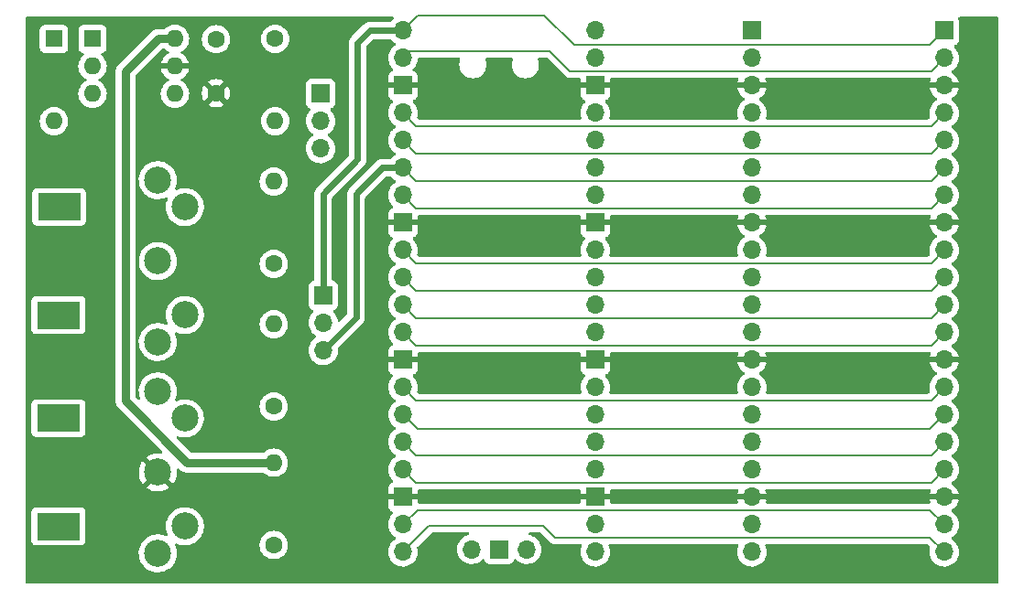
<source format=gbr>
%TF.GenerationSoftware,KiCad,Pcbnew,(6.0.5)*%
%TF.CreationDate,2022-08-17T14:37:10+01:00*%
%TF.ProjectId,PicoMIDIProto,5069636f-4d49-4444-9950-726f746f2e6b,rev?*%
%TF.SameCoordinates,Original*%
%TF.FileFunction,Copper,L2,Bot*%
%TF.FilePolarity,Positive*%
%FSLAX46Y46*%
G04 Gerber Fmt 4.6, Leading zero omitted, Abs format (unit mm)*
G04 Created by KiCad (PCBNEW (6.0.5)) date 2022-08-17 14:37:10*
%MOMM*%
%LPD*%
G01*
G04 APERTURE LIST*
%TA.AperFunction,ComponentPad*%
%ADD10R,1.700000X1.700000*%
%TD*%
%TA.AperFunction,ComponentPad*%
%ADD11O,1.700000X1.700000*%
%TD*%
%TA.AperFunction,WasherPad*%
%ADD12R,4.000000X2.500000*%
%TD*%
%TA.AperFunction,ComponentPad*%
%ADD13C,2.499360*%
%TD*%
%TA.AperFunction,ComponentPad*%
%ADD14C,1.600000*%
%TD*%
%TA.AperFunction,ComponentPad*%
%ADD15O,1.600000X1.600000*%
%TD*%
%TA.AperFunction,ComponentPad*%
%ADD16R,1.600000X1.600000*%
%TD*%
%TA.AperFunction,Conductor*%
%ADD17C,0.600000*%
%TD*%
%TA.AperFunction,Conductor*%
%ADD18C,0.800000*%
%TD*%
%TA.AperFunction,Conductor*%
%ADD19C,0.200000*%
%TD*%
G04 APERTURE END LIST*
D10*
%TO.P,J6,1,Pin_1*%
%TO.N,/RX0*%
X66802000Y-75184000D03*
D11*
%TO.P,J6,2,Pin_2*%
%TO.N,Net-(R4-Pad2)*%
X66802000Y-77724000D03*
%TO.P,J6,3,Pin_3*%
%TO.N,/RX1*%
X66802000Y-80264000D03*
%TD*%
D10*
%TO.P,J5,1,Pin_1*%
%TO.N,/TX0*%
X67056000Y-93868000D03*
D11*
%TO.P,J5,2,Pin_2*%
%TO.N,Net-(R3-Pad2)*%
X67056000Y-96408000D03*
%TO.P,J5,3,Pin_3*%
%TO.N,/TX1*%
X67056000Y-98948000D03*
%TD*%
%TO.P,U2,43,SWDIO*%
%TO.N,unconnected-(U2-Pad43)*%
X85852000Y-117372000D03*
D10*
%TO.P,U2,42,GND*%
%TO.N,unconnected-(U2-Pad42)*%
X83312000Y-117372000D03*
D11*
%TO.P,U2,41,SWCLK*%
%TO.N,unconnected-(U2-Pad41)*%
X80772000Y-117372000D03*
%TO.P,U2,40,VBUS*%
%TO.N,Net-(J4-Pad1)*%
X92202000Y-69342000D03*
%TO.P,U2,39,VSYS*%
%TO.N,Net-(J4-Pad2)*%
X92202000Y-71882000D03*
D10*
%TO.P,U2,38,GND*%
%TO.N,GND*%
X92202000Y-74422000D03*
D11*
%TO.P,U2,37,3V3_EN*%
%TO.N,Net-(J4-Pad4)*%
X92202000Y-76962000D03*
%TO.P,U2,36,3V3*%
%TO.N,+3V3*%
X92202000Y-79502000D03*
%TO.P,U2,35,ADC_VREF*%
%TO.N,Net-(J4-Pad6)*%
X92202000Y-82042000D03*
%TO.P,U2,34,GPIO28_ADC2*%
%TO.N,Net-(J4-Pad7)*%
X92202000Y-84582000D03*
D10*
%TO.P,U2,33,AGND*%
%TO.N,GND*%
X92202000Y-87122000D03*
D11*
%TO.P,U2,32,GPIO27_ADC1*%
%TO.N,Net-(J4-Pad9)*%
X92202000Y-89662000D03*
%TO.P,U2,31,GPIO26_ADC0*%
%TO.N,Net-(J4-Pad10)*%
X92202000Y-92202000D03*
%TO.P,U2,30,RUN*%
%TO.N,Net-(J4-Pad11)*%
X92202000Y-94742000D03*
%TO.P,U2,29,GPIO22*%
%TO.N,Net-(J4-Pad12)*%
X92202000Y-97282000D03*
D10*
%TO.P,U2,28,GND*%
%TO.N,GND*%
X92202000Y-99822000D03*
D11*
%TO.P,U2,27,GPIO21*%
%TO.N,Net-(J4-Pad14)*%
X92202000Y-102362000D03*
%TO.P,U2,26,GPIO20*%
%TO.N,Net-(J4-Pad15)*%
X92202000Y-104902000D03*
%TO.P,U2,25,GPIO19*%
%TO.N,Net-(J4-Pad16)*%
X92202000Y-107442000D03*
%TO.P,U2,24,GPIO18*%
%TO.N,Net-(J4-Pad17)*%
X92202000Y-109982000D03*
D10*
%TO.P,U2,23,GND*%
%TO.N,GND*%
X92202000Y-112522000D03*
D11*
%TO.P,U2,22,GPIO17*%
%TO.N,Net-(J4-Pad19)*%
X92202000Y-115062000D03*
%TO.P,U2,21,GPIO16*%
%TO.N,Net-(J4-Pad20)*%
X92202000Y-117602000D03*
%TO.P,U2,20,GPIO15*%
%TO.N,Net-(J3-Pad20)*%
X74422000Y-117602000D03*
%TO.P,U2,19,GPIO14*%
%TO.N,Net-(J3-Pad19)*%
X74422000Y-115062000D03*
D10*
%TO.P,U2,18,GND*%
%TO.N,GND*%
X74422000Y-112522000D03*
D11*
%TO.P,U2,17,GPIO13*%
%TO.N,Net-(J3-Pad17)*%
X74422000Y-109982000D03*
%TO.P,U2,16,GPIO12*%
%TO.N,Net-(J3-Pad16)*%
X74422000Y-107442000D03*
%TO.P,U2,15,GPIO11*%
%TO.N,Net-(J3-Pad15)*%
X74422000Y-104902000D03*
%TO.P,U2,14,GPIO10*%
%TO.N,Net-(J3-Pad14)*%
X74422000Y-102362000D03*
D10*
%TO.P,U2,13,GND*%
%TO.N,GND*%
X74422000Y-99822000D03*
D11*
%TO.P,U2,12,GPIO9*%
%TO.N,Net-(J3-Pad12)*%
X74422000Y-97282000D03*
%TO.P,U2,11,GPIO8*%
%TO.N,Net-(J3-Pad11)*%
X74422000Y-94742000D03*
%TO.P,U2,10,GPIO7*%
%TO.N,Net-(J3-Pad10)*%
X74422000Y-92202000D03*
%TO.P,U2,9,GPIO6*%
%TO.N,Net-(J3-Pad9)*%
X74422000Y-89662000D03*
D10*
%TO.P,U2,8,GND*%
%TO.N,GND*%
X74422000Y-87122000D03*
D11*
%TO.P,U2,7,GPIO5*%
%TO.N,/RX1*%
X74422000Y-84582000D03*
%TO.P,U2,6,GPIO4*%
%TO.N,/TX1*%
X74422000Y-82042000D03*
%TO.P,U2,5,GPIO3*%
%TO.N,Net-(J3-Pad5)*%
X74422000Y-79502000D03*
%TO.P,U2,4,GPIO2*%
%TO.N,Net-(J3-Pad4)*%
X74422000Y-76962000D03*
D10*
%TO.P,U2,3,GND*%
%TO.N,GND*%
X74422000Y-74422000D03*
D11*
%TO.P,U2,2,GPIO1*%
%TO.N,/RX0*%
X74422000Y-71882000D03*
%TO.P,U2,1,GPIO0*%
%TO.N,/TX0*%
X74422000Y-69342000D03*
%TD*%
D12*
%TO.P,J1,*%
%TO.N,*%
X42640300Y-85676740D03*
X42570300Y-95679260D03*
D13*
%TO.P,J1,1*%
%TO.N,unconnected-(J1-Pad1)*%
X51765200Y-98176080D03*
%TO.P,J1,2*%
%TO.N,unconnected-(J1-Pad2)*%
X51767740Y-90678000D03*
%TO.P,J1,3*%
%TO.N,unconnected-(J1-Pad3)*%
X51765200Y-83179920D03*
%TO.P,J1,4*%
%TO.N,Net-(J1-Pad4)*%
X54267100Y-95674180D03*
%TO.P,J1,5*%
%TO.N,Net-(D1-Pad2)*%
X54267100Y-85681820D03*
%TD*%
D14*
%TO.P,R2,1*%
%TO.N,Net-(J2-Pad4)*%
X62484000Y-116967000D03*
D15*
%TO.P,R2,2*%
%TO.N,+3V3*%
X62484000Y-109347000D03*
%TD*%
%TO.P,R1,2*%
%TO.N,Net-(D1-Pad1)*%
X62484000Y-83312000D03*
D14*
%TO.P,R1,1*%
%TO.N,Net-(J1-Pad4)*%
X62484000Y-90932000D03*
%TD*%
D10*
%TO.P,J4,1,Pin_1*%
%TO.N,Net-(J4-Pad1)*%
X106680000Y-69347000D03*
D11*
%TO.P,J4,2,Pin_2*%
%TO.N,Net-(J4-Pad2)*%
X106680000Y-71887000D03*
%TO.P,J4,3,Pin_3*%
%TO.N,GND*%
X106680000Y-74427000D03*
%TO.P,J4,4,Pin_4*%
%TO.N,Net-(J4-Pad4)*%
X106680000Y-76967000D03*
%TO.P,J4,5,Pin_5*%
%TO.N,+3V3*%
X106680000Y-79507000D03*
%TO.P,J4,6,Pin_6*%
%TO.N,Net-(J4-Pad6)*%
X106680000Y-82047000D03*
%TO.P,J4,7,Pin_7*%
%TO.N,Net-(J4-Pad7)*%
X106680000Y-84587000D03*
%TO.P,J4,8,Pin_8*%
%TO.N,GND*%
X106680000Y-87127000D03*
%TO.P,J4,9,Pin_9*%
%TO.N,Net-(J4-Pad9)*%
X106680000Y-89667000D03*
%TO.P,J4,10,Pin_10*%
%TO.N,Net-(J4-Pad10)*%
X106680000Y-92207000D03*
%TO.P,J4,11,Pin_11*%
%TO.N,Net-(J4-Pad11)*%
X106680000Y-94747000D03*
%TO.P,J4,12,Pin_12*%
%TO.N,Net-(J4-Pad12)*%
X106680000Y-97287000D03*
%TO.P,J4,13,Pin_13*%
%TO.N,GND*%
X106680000Y-99827000D03*
%TO.P,J4,14,Pin_14*%
%TO.N,Net-(J4-Pad14)*%
X106680000Y-102367000D03*
%TO.P,J4,15,Pin_15*%
%TO.N,Net-(J4-Pad15)*%
X106680000Y-104907000D03*
%TO.P,J4,16,Pin_16*%
%TO.N,Net-(J4-Pad16)*%
X106680000Y-107447000D03*
%TO.P,J4,17,Pin_17*%
%TO.N,Net-(J4-Pad17)*%
X106680000Y-109987000D03*
%TO.P,J4,18,Pin_18*%
%TO.N,GND*%
X106680000Y-112527000D03*
%TO.P,J4,19,Pin_19*%
%TO.N,Net-(J4-Pad19)*%
X106680000Y-115067000D03*
%TO.P,J4,20,Pin_20*%
%TO.N,Net-(J4-Pad20)*%
X106680000Y-117607000D03*
%TD*%
D16*
%TO.P,U1,1*%
%TO.N,Net-(D1-Pad1)*%
X45730000Y-70094000D03*
D15*
%TO.P,U1,2*%
%TO.N,Net-(D1-Pad2)*%
X45730000Y-72634000D03*
%TO.P,U1,3*%
%TO.N,unconnected-(U1-Pad3)*%
X45730000Y-75174000D03*
%TO.P,U1,4*%
%TO.N,Net-(R4-Pad2)*%
X53350000Y-75174000D03*
%TO.P,U1,5*%
%TO.N,GND*%
X53350000Y-72634000D03*
%TO.P,U1,6*%
%TO.N,+3V3*%
X53350000Y-70094000D03*
%TD*%
D14*
%TO.P,R4,1*%
%TO.N,+3V3*%
X62611000Y-70104000D03*
D15*
%TO.P,R4,2*%
%TO.N,Net-(R4-Pad2)*%
X62611000Y-77724000D03*
%TD*%
D14*
%TO.P,R3,1*%
%TO.N,Net-(J2-Pad5)*%
X62484000Y-104140000D03*
D15*
%TO.P,R3,2*%
%TO.N,Net-(R3-Pad2)*%
X62484000Y-96520000D03*
%TD*%
D14*
%TO.P,C1,1*%
%TO.N,+3V3*%
X57150000Y-70144000D03*
%TO.P,C1,2*%
%TO.N,GND*%
X57150000Y-75144000D03*
%TD*%
D16*
%TO.P,D1,1,K*%
%TO.N,Net-(D1-Pad1)*%
X42164000Y-70104000D03*
D15*
%TO.P,D1,2,A*%
%TO.N,Net-(D1-Pad2)*%
X42164000Y-77724000D03*
%TD*%
D10*
%TO.P,J3,1,Pin_1*%
%TO.N,/TX0*%
X124460000Y-69347000D03*
D11*
%TO.P,J3,2,Pin_2*%
%TO.N,/RX0*%
X124460000Y-71887000D03*
%TO.P,J3,3,Pin_3*%
%TO.N,GND*%
X124460000Y-74427000D03*
%TO.P,J3,4,Pin_4*%
%TO.N,Net-(J3-Pad4)*%
X124460000Y-76967000D03*
%TO.P,J3,5,Pin_5*%
%TO.N,Net-(J3-Pad5)*%
X124460000Y-79507000D03*
%TO.P,J3,6,Pin_6*%
%TO.N,/TX1*%
X124460000Y-82047000D03*
%TO.P,J3,7,Pin_7*%
%TO.N,/RX1*%
X124460000Y-84587000D03*
%TO.P,J3,8,Pin_8*%
%TO.N,GND*%
X124460000Y-87127000D03*
%TO.P,J3,9,Pin_9*%
%TO.N,Net-(J3-Pad9)*%
X124460000Y-89667000D03*
%TO.P,J3,10,Pin_10*%
%TO.N,Net-(J3-Pad10)*%
X124460000Y-92207000D03*
%TO.P,J3,11,Pin_11*%
%TO.N,Net-(J3-Pad11)*%
X124460000Y-94747000D03*
%TO.P,J3,12,Pin_12*%
%TO.N,Net-(J3-Pad12)*%
X124460000Y-97287000D03*
%TO.P,J3,13,Pin_13*%
%TO.N,GND*%
X124460000Y-99827000D03*
%TO.P,J3,14,Pin_14*%
%TO.N,Net-(J3-Pad14)*%
X124460000Y-102367000D03*
%TO.P,J3,15,Pin_15*%
%TO.N,Net-(J3-Pad15)*%
X124460000Y-104907000D03*
%TO.P,J3,16,Pin_16*%
%TO.N,Net-(J3-Pad16)*%
X124460000Y-107447000D03*
%TO.P,J3,17,Pin_17*%
%TO.N,Net-(J3-Pad17)*%
X124460000Y-109987000D03*
%TO.P,J3,18,Pin_18*%
%TO.N,GND*%
X124460000Y-112527000D03*
%TO.P,J3,19,Pin_19*%
%TO.N,Net-(J3-Pad19)*%
X124460000Y-115067000D03*
%TO.P,J3,20,Pin_20*%
%TO.N,Net-(J3-Pad20)*%
X124460000Y-117607000D03*
%TD*%
D12*
%TO.P,J2,*%
%TO.N,*%
X42570300Y-115237260D03*
X42570300Y-105234740D03*
D13*
%TO.P,J2,1*%
%TO.N,unconnected-(J2-Pad1)*%
X51765200Y-117734080D03*
%TO.P,J2,2*%
%TO.N,GND*%
X51767740Y-110236000D03*
%TO.P,J2,3*%
%TO.N,unconnected-(J2-Pad3)*%
X51765200Y-102737920D03*
%TO.P,J2,4*%
%TO.N,Net-(J2-Pad4)*%
X54267100Y-115232180D03*
%TO.P,J2,5*%
%TO.N,Net-(J2-Pad5)*%
X54267100Y-105239820D03*
%TD*%
D17*
%TO.N,/TX0*%
X70231000Y-81280000D02*
X70231000Y-70485000D01*
X67056000Y-84455000D02*
X70231000Y-81280000D01*
X71374000Y-69342000D02*
X74422000Y-69342000D01*
X67056000Y-93868000D02*
X67056000Y-84455000D01*
X70231000Y-70485000D02*
X71374000Y-69342000D01*
%TO.N,/TX1*%
X70104000Y-84455000D02*
X72517000Y-82042000D01*
X70104000Y-95900000D02*
X70104000Y-84455000D01*
X72517000Y-82042000D02*
X74422000Y-82042000D01*
X67056000Y-98948000D02*
X70104000Y-95900000D01*
D18*
%TO.N,+3V3*%
X48768000Y-103632000D02*
X48768000Y-73152000D01*
X54483000Y-109347000D02*
X48768000Y-103632000D01*
X51826000Y-70094000D02*
X53350000Y-70094000D01*
X62484000Y-109347000D02*
X54483000Y-109347000D01*
X48768000Y-73152000D02*
X51826000Y-70094000D01*
D19*
%TO.N,/TX0*%
X87503000Y-67945000D02*
X75819000Y-67945000D01*
X90236489Y-70678489D02*
X87503000Y-67945000D01*
X90236489Y-70678489D02*
X123128511Y-70678489D01*
X75819000Y-67945000D02*
X74422000Y-69342000D01*
X123128511Y-70678489D02*
X124460000Y-69347000D01*
%TO.N,/RX0*%
X89854511Y-73090511D02*
X88011000Y-71247000D01*
X88011000Y-71247000D02*
X75057000Y-71247000D01*
X75057000Y-71247000D02*
X74422000Y-71882000D01*
X123256489Y-73090511D02*
X89854511Y-73090511D01*
%TO.N,Net-(J3-Pad20)*%
X123123511Y-116270511D02*
X88457511Y-116270511D01*
X124460000Y-117607000D02*
X123123511Y-116270511D01*
X88392000Y-116205000D02*
X87376000Y-115189000D01*
X88457511Y-116270511D02*
X88392000Y-116205000D01*
X87376000Y-115189000D02*
X76835000Y-115189000D01*
X76835000Y-115189000D02*
X74422000Y-117602000D01*
%TO.N,Net-(J3-Pad19)*%
X75753489Y-113730511D02*
X74422000Y-115062000D01*
X123123511Y-113730511D02*
X75753489Y-113730511D01*
X124460000Y-115067000D02*
X123123511Y-113730511D01*
%TO.N,Net-(J3-Pad17)*%
X75630511Y-111190511D02*
X74422000Y-109982000D01*
X124460000Y-109987000D02*
X123256489Y-111190511D01*
X123256489Y-111190511D02*
X75630511Y-111190511D01*
%TO.N,Net-(J3-Pad16)*%
X75630511Y-108650511D02*
X74422000Y-107442000D01*
X123256489Y-108650511D02*
X75630511Y-108650511D01*
X124460000Y-107447000D02*
X123256489Y-108650511D01*
%TO.N,Net-(J3-Pad15)*%
X123128511Y-106238489D02*
X75758489Y-106238489D01*
X124460000Y-104907000D02*
X123128511Y-106238489D01*
X75758489Y-106238489D02*
X74422000Y-104902000D01*
%TO.N,Net-(J3-Pad14)*%
X123256489Y-103570511D02*
X75630511Y-103570511D01*
X75630511Y-103570511D02*
X74422000Y-102362000D01*
X124460000Y-102367000D02*
X123256489Y-103570511D01*
%TO.N,Net-(J3-Pad12)*%
X75630511Y-98490511D02*
X74422000Y-97282000D01*
X123256489Y-98490511D02*
X75630511Y-98490511D01*
X124460000Y-97287000D02*
X123256489Y-98490511D01*
%TO.N,Net-(J3-Pad11)*%
X123256489Y-95950511D02*
X75630511Y-95950511D01*
X124460000Y-94747000D02*
X123256489Y-95950511D01*
X75630511Y-95950511D02*
X74422000Y-94742000D01*
%TO.N,Net-(J3-Pad10)*%
X123256489Y-93410511D02*
X75630511Y-93410511D01*
X75630511Y-93410511D02*
X74422000Y-92202000D01*
X124460000Y-92207000D02*
X123256489Y-93410511D01*
%TO.N,Net-(J3-Pad9)*%
X75630511Y-90870511D02*
X74422000Y-89662000D01*
X123256489Y-90870511D02*
X75630511Y-90870511D01*
X124460000Y-89667000D02*
X123256489Y-90870511D01*
%TO.N,/RX1*%
X75630511Y-85790511D02*
X74422000Y-84582000D01*
X123256489Y-85790511D02*
X75630511Y-85790511D01*
X124460000Y-84587000D02*
X123256489Y-85790511D01*
%TO.N,/TX1*%
X75630511Y-83250511D02*
X74422000Y-82042000D01*
X124460000Y-82047000D02*
X123256489Y-83250511D01*
X123256489Y-83250511D02*
X75630511Y-83250511D01*
%TO.N,Net-(J3-Pad5)*%
X123256489Y-80710511D02*
X75630511Y-80710511D01*
X75630511Y-80710511D02*
X74422000Y-79502000D01*
X124460000Y-79507000D02*
X123256489Y-80710511D01*
%TO.N,Net-(J3-Pad4)*%
X75630511Y-78170511D02*
X74422000Y-76962000D01*
X123256489Y-78170511D02*
X75630511Y-78170511D01*
X124460000Y-76967000D02*
X123256489Y-78170511D01*
%TO.N,/RX0*%
X124460000Y-71887000D02*
X123256489Y-73090511D01*
%TD*%
%TA.AperFunction,Conductor*%
%TO.N,GND*%
G36*
X73540566Y-68092502D02*
G01*
X73587059Y-68146158D01*
X73597163Y-68216432D01*
X73567669Y-68281012D01*
X73548100Y-68299258D01*
X73516965Y-68322635D01*
X73362629Y-68484138D01*
X73360632Y-68487065D01*
X73302603Y-68527148D01*
X73263102Y-68533500D01*
X71383214Y-68533500D01*
X71381894Y-68533493D01*
X71380819Y-68533482D01*
X71291779Y-68532549D01*
X71249403Y-68541711D01*
X71236837Y-68543769D01*
X71193745Y-68548603D01*
X71187094Y-68550919D01*
X71187090Y-68550920D01*
X71162070Y-68559633D01*
X71147258Y-68563796D01*
X71141482Y-68565045D01*
X71114490Y-68570881D01*
X71075187Y-68589208D01*
X71063411Y-68593990D01*
X71022448Y-68608255D01*
X71016473Y-68611989D01*
X71016470Y-68611990D01*
X70994005Y-68626027D01*
X70980488Y-68633366D01*
X70956486Y-68644559D01*
X70950098Y-68647538D01*
X70944533Y-68651855D01*
X70944531Y-68651856D01*
X70915847Y-68674106D01*
X70905388Y-68681402D01*
X70874596Y-68700642D01*
X70874593Y-68700644D01*
X70868624Y-68704374D01*
X70863629Y-68709334D01*
X70863628Y-68709335D01*
X70839821Y-68732976D01*
X70839196Y-68733561D01*
X70838530Y-68734078D01*
X70812540Y-68760068D01*
X70739918Y-68832185D01*
X70739260Y-68833222D01*
X70738157Y-68834451D01*
X69665842Y-69906766D01*
X69664905Y-69907694D01*
X69614948Y-69956616D01*
X69600493Y-69970771D01*
X69577002Y-70007221D01*
X69569583Y-70017546D01*
X69542524Y-70051443D01*
X69539459Y-70057784D01*
X69539458Y-70057785D01*
X69527928Y-70081637D01*
X69520399Y-70095054D01*
X69502235Y-70123238D01*
X69499827Y-70129855D01*
X69499824Y-70129860D01*
X69487408Y-70163973D01*
X69482447Y-70175716D01*
X69466646Y-70208403D01*
X69466644Y-70208408D01*
X69463579Y-70214749D01*
X69461996Y-70221607D01*
X69461995Y-70221609D01*
X69456035Y-70247426D01*
X69451668Y-70262169D01*
X69440197Y-70293685D01*
X69439314Y-70300675D01*
X69439312Y-70300683D01*
X69434762Y-70336701D01*
X69432526Y-70349253D01*
X69427255Y-70372087D01*
X69422776Y-70391485D01*
X69422751Y-70398531D01*
X69422751Y-70398534D01*
X69422634Y-70432056D01*
X69422605Y-70432938D01*
X69422500Y-70433769D01*
X69422500Y-70470419D01*
X69422499Y-70470859D01*
X69422218Y-70551494D01*
X69422143Y-70572870D01*
X69422411Y-70574070D01*
X69422500Y-70575707D01*
X69422500Y-80892918D01*
X69402498Y-80961039D01*
X69385595Y-80982013D01*
X66490842Y-83876766D01*
X66489905Y-83877694D01*
X66466336Y-83900775D01*
X66425493Y-83940771D01*
X66402002Y-83977221D01*
X66394583Y-83987546D01*
X66367524Y-84021443D01*
X66364459Y-84027784D01*
X66364458Y-84027785D01*
X66352928Y-84051637D01*
X66345399Y-84065054D01*
X66327235Y-84093238D01*
X66324827Y-84099855D01*
X66324824Y-84099860D01*
X66312408Y-84133973D01*
X66307447Y-84145716D01*
X66291646Y-84178403D01*
X66291644Y-84178408D01*
X66288579Y-84184749D01*
X66286996Y-84191607D01*
X66286995Y-84191609D01*
X66281035Y-84217426D01*
X66276668Y-84232169D01*
X66265197Y-84263685D01*
X66264314Y-84270675D01*
X66264312Y-84270683D01*
X66259762Y-84306701D01*
X66257526Y-84319253D01*
X66253497Y-84336707D01*
X66247776Y-84361485D01*
X66247751Y-84368531D01*
X66247751Y-84368534D01*
X66247634Y-84402056D01*
X66247605Y-84402938D01*
X66247500Y-84403769D01*
X66247500Y-84440419D01*
X66247499Y-84440859D01*
X66247221Y-84520599D01*
X66247143Y-84542870D01*
X66247411Y-84544070D01*
X66247500Y-84545707D01*
X66247500Y-92386709D01*
X66227498Y-92454830D01*
X66173842Y-92501323D01*
X66135108Y-92511972D01*
X66122914Y-92513297D01*
X66095684Y-92516255D01*
X65959295Y-92567385D01*
X65842739Y-92654739D01*
X65755385Y-92771295D01*
X65704255Y-92907684D01*
X65697500Y-92969866D01*
X65697500Y-94766134D01*
X65704255Y-94828316D01*
X65755385Y-94964705D01*
X65842739Y-95081261D01*
X65959295Y-95168615D01*
X65967704Y-95171767D01*
X65967705Y-95171768D01*
X66076451Y-95212535D01*
X66133216Y-95255176D01*
X66157916Y-95321738D01*
X66142709Y-95391087D01*
X66123316Y-95417568D01*
X66031353Y-95513802D01*
X65996629Y-95550138D01*
X65870743Y-95734680D01*
X65835533Y-95810533D01*
X65786620Y-95915909D01*
X65776688Y-95937305D01*
X65716989Y-96152570D01*
X65693251Y-96374695D01*
X65693548Y-96379848D01*
X65693548Y-96379851D01*
X65695886Y-96420401D01*
X65706110Y-96597715D01*
X65707247Y-96602761D01*
X65707248Y-96602767D01*
X65721230Y-96664807D01*
X65755222Y-96815639D01*
X65839266Y-97022616D01*
X65841965Y-97027020D01*
X65937642Y-97183151D01*
X65955987Y-97213088D01*
X66102250Y-97381938D01*
X66274126Y-97524632D01*
X66282212Y-97529357D01*
X66347445Y-97567476D01*
X66396169Y-97619114D01*
X66409240Y-97688897D01*
X66382509Y-97754669D01*
X66342055Y-97788027D01*
X66329607Y-97794507D01*
X66325474Y-97797610D01*
X66325471Y-97797612D01*
X66168491Y-97915476D01*
X66150965Y-97928635D01*
X65996629Y-98090138D01*
X65993715Y-98094410D01*
X65993714Y-98094411D01*
X65969487Y-98129927D01*
X65870743Y-98274680D01*
X65844521Y-98331171D01*
X65786470Y-98456232D01*
X65776688Y-98477305D01*
X65716989Y-98692570D01*
X65693251Y-98914695D01*
X65693548Y-98919848D01*
X65693548Y-98919851D01*
X65705500Y-99127144D01*
X65706110Y-99137715D01*
X65707247Y-99142761D01*
X65707248Y-99142767D01*
X65710431Y-99156890D01*
X65755222Y-99355639D01*
X65793461Y-99449811D01*
X65834097Y-99549885D01*
X65839266Y-99562616D01*
X65861837Y-99599448D01*
X65949086Y-99741826D01*
X65955987Y-99753088D01*
X66102250Y-99921938D01*
X66274126Y-100064632D01*
X66467000Y-100177338D01*
X66675692Y-100257030D01*
X66680760Y-100258061D01*
X66680763Y-100258062D01*
X66788017Y-100279883D01*
X66894597Y-100301567D01*
X66899772Y-100301757D01*
X66899774Y-100301757D01*
X67112673Y-100309564D01*
X67112677Y-100309564D01*
X67117837Y-100309753D01*
X67122957Y-100309097D01*
X67122959Y-100309097D01*
X67334288Y-100282025D01*
X67334289Y-100282025D01*
X67339416Y-100281368D01*
X67344366Y-100279883D01*
X67548429Y-100218661D01*
X67548434Y-100218659D01*
X67553384Y-100217174D01*
X67753994Y-100118896D01*
X67935860Y-99989173D01*
X68094096Y-99831489D01*
X68153594Y-99748689D01*
X68221435Y-99654277D01*
X68224453Y-99650077D01*
X68246769Y-99604925D01*
X68321136Y-99454453D01*
X68321137Y-99454451D01*
X68323430Y-99449811D01*
X68388370Y-99236069D01*
X68417529Y-99014590D01*
X68419156Y-98948000D01*
X68407242Y-98803087D01*
X68421595Y-98733558D01*
X68443723Y-98703669D01*
X69898697Y-97248695D01*
X73059251Y-97248695D01*
X73059548Y-97253848D01*
X73059548Y-97253851D01*
X73066996Y-97383027D01*
X73072110Y-97471715D01*
X73073247Y-97476761D01*
X73073248Y-97476767D01*
X73085100Y-97529357D01*
X73121222Y-97689639D01*
X73170956Y-97812119D01*
X73199336Y-97882011D01*
X73205266Y-97896616D01*
X73321987Y-98087088D01*
X73468250Y-98255938D01*
X73472225Y-98259238D01*
X73472231Y-98259244D01*
X73477425Y-98263556D01*
X73517059Y-98322460D01*
X73518555Y-98393441D01*
X73481439Y-98453962D01*
X73441168Y-98478480D01*
X73333946Y-98518676D01*
X73318351Y-98527214D01*
X73216276Y-98603715D01*
X73203715Y-98616276D01*
X73127214Y-98718351D01*
X73118676Y-98733946D01*
X73073522Y-98854394D01*
X73069895Y-98869649D01*
X73064369Y-98920514D01*
X73064000Y-98927328D01*
X73064000Y-99549885D01*
X73068475Y-99565124D01*
X73069865Y-99566329D01*
X73077548Y-99568000D01*
X75761884Y-99568000D01*
X75777123Y-99563525D01*
X75778328Y-99562135D01*
X75779999Y-99554452D01*
X75779999Y-99225011D01*
X75800001Y-99156890D01*
X75853657Y-99110397D01*
X75905999Y-99099011D01*
X90718000Y-99099011D01*
X90786121Y-99119013D01*
X90832614Y-99172669D01*
X90844000Y-99225011D01*
X90844000Y-99549885D01*
X90848475Y-99565124D01*
X90849865Y-99566329D01*
X90857548Y-99568000D01*
X93541884Y-99568000D01*
X93557123Y-99563525D01*
X93558328Y-99562135D01*
X93559999Y-99554452D01*
X93559999Y-99225011D01*
X93580001Y-99156890D01*
X93633657Y-99110397D01*
X93685999Y-99099011D01*
X105323271Y-99099011D01*
X105391392Y-99119013D01*
X105437885Y-99172669D01*
X105447989Y-99242943D01*
X105437559Y-99278062D01*
X105403337Y-99351788D01*
X105399775Y-99361470D01*
X105344389Y-99561183D01*
X105345912Y-99569607D01*
X105358292Y-99573000D01*
X107998344Y-99573000D01*
X108011875Y-99569027D01*
X108013180Y-99559947D01*
X107971214Y-99392875D01*
X107967894Y-99383124D01*
X107920991Y-99275253D01*
X107912171Y-99204807D01*
X107942838Y-99140775D01*
X108003255Y-99103487D01*
X108036541Y-99099011D01*
X123103271Y-99099011D01*
X123171392Y-99119013D01*
X123217885Y-99172669D01*
X123227989Y-99242943D01*
X123217559Y-99278062D01*
X123183337Y-99351788D01*
X123179775Y-99361470D01*
X123124389Y-99561183D01*
X123125912Y-99569607D01*
X123138292Y-99573000D01*
X125778344Y-99573000D01*
X125791875Y-99569027D01*
X125793180Y-99559947D01*
X125751214Y-99392875D01*
X125747894Y-99383124D01*
X125662972Y-99187814D01*
X125658105Y-99178739D01*
X125542426Y-98999926D01*
X125536136Y-98991757D01*
X125392806Y-98834240D01*
X125385273Y-98827215D01*
X125218139Y-98695222D01*
X125209556Y-98689520D01*
X125172602Y-98669120D01*
X125122631Y-98618687D01*
X125107859Y-98549245D01*
X125132975Y-98482839D01*
X125160327Y-98456232D01*
X125183797Y-98439491D01*
X125339860Y-98328173D01*
X125396747Y-98271485D01*
X125494435Y-98174137D01*
X125498096Y-98170489D01*
X125555222Y-98090990D01*
X125625435Y-97993277D01*
X125628453Y-97989077D01*
X125667080Y-97910922D01*
X125725136Y-97793453D01*
X125725137Y-97793451D01*
X125727430Y-97788811D01*
X125766612Y-97659849D01*
X125790865Y-97580023D01*
X125790865Y-97580021D01*
X125792370Y-97575069D01*
X125821529Y-97353590D01*
X125821876Y-97339387D01*
X125823074Y-97290365D01*
X125823074Y-97290361D01*
X125823156Y-97287000D01*
X125804852Y-97064361D01*
X125750431Y-96847702D01*
X125661354Y-96642840D01*
X125554265Y-96477306D01*
X125542822Y-96459617D01*
X125542820Y-96459614D01*
X125540014Y-96455277D01*
X125389670Y-96290051D01*
X125385619Y-96286852D01*
X125385615Y-96286848D01*
X125218414Y-96154800D01*
X125218410Y-96154798D01*
X125214359Y-96151598D01*
X125173053Y-96128796D01*
X125123084Y-96078364D01*
X125108312Y-96008921D01*
X125133428Y-95942516D01*
X125160780Y-95915909D01*
X125240924Y-95858743D01*
X125339860Y-95788173D01*
X125368642Y-95759492D01*
X125494435Y-95634137D01*
X125498096Y-95630489D01*
X125533933Y-95580617D01*
X125625435Y-95453277D01*
X125628453Y-95449077D01*
X125643700Y-95418228D01*
X125725136Y-95253453D01*
X125725137Y-95253451D01*
X125727430Y-95248811D01*
X125792370Y-95035069D01*
X125821529Y-94813590D01*
X125821733Y-94805240D01*
X125823074Y-94750365D01*
X125823074Y-94750361D01*
X125823156Y-94747000D01*
X125804852Y-94524361D01*
X125750431Y-94307702D01*
X125661354Y-94102840D01*
X125581009Y-93978645D01*
X125542822Y-93919617D01*
X125542820Y-93919614D01*
X125540014Y-93915277D01*
X125389670Y-93750051D01*
X125385619Y-93746852D01*
X125385615Y-93746848D01*
X125218414Y-93614800D01*
X125218410Y-93614798D01*
X125214359Y-93611598D01*
X125173053Y-93588796D01*
X125123084Y-93538364D01*
X125108312Y-93468921D01*
X125133428Y-93402516D01*
X125160780Y-93375909D01*
X125237420Y-93321242D01*
X125339860Y-93248173D01*
X125498096Y-93090489D01*
X125555222Y-93010990D01*
X125625435Y-92913277D01*
X125628453Y-92909077D01*
X125632799Y-92900285D01*
X125725136Y-92713453D01*
X125725137Y-92713451D01*
X125727430Y-92708811D01*
X125786192Y-92515402D01*
X125790865Y-92500023D01*
X125790865Y-92500021D01*
X125792370Y-92495069D01*
X125821529Y-92273590D01*
X125821733Y-92265240D01*
X125823074Y-92210365D01*
X125823074Y-92210361D01*
X125823156Y-92207000D01*
X125804852Y-91984361D01*
X125750431Y-91767702D01*
X125661354Y-91562840D01*
X125552852Y-91395121D01*
X125542822Y-91379617D01*
X125542820Y-91379614D01*
X125540014Y-91375277D01*
X125389670Y-91210051D01*
X125385619Y-91206852D01*
X125385615Y-91206848D01*
X125218414Y-91074800D01*
X125218410Y-91074798D01*
X125214359Y-91071598D01*
X125173053Y-91048796D01*
X125123084Y-90998364D01*
X125108312Y-90928921D01*
X125133428Y-90862516D01*
X125160780Y-90835909D01*
X125237420Y-90781242D01*
X125339860Y-90708173D01*
X125498096Y-90550489D01*
X125555222Y-90470990D01*
X125625435Y-90373277D01*
X125628453Y-90369077D01*
X125674825Y-90275251D01*
X125725136Y-90173453D01*
X125725137Y-90173451D01*
X125727430Y-90168811D01*
X125792370Y-89955069D01*
X125821529Y-89733590D01*
X125823156Y-89667000D01*
X125804852Y-89444361D01*
X125750431Y-89227702D01*
X125661354Y-89022840D01*
X125540014Y-88835277D01*
X125389670Y-88670051D01*
X125385619Y-88666852D01*
X125385615Y-88666848D01*
X125218414Y-88534800D01*
X125218410Y-88534798D01*
X125214359Y-88531598D01*
X125205302Y-88526598D01*
X125172569Y-88508529D01*
X125122598Y-88458097D01*
X125107826Y-88388654D01*
X125132942Y-88322248D01*
X125160294Y-88295641D01*
X125335328Y-88170792D01*
X125343200Y-88164139D01*
X125494052Y-88013812D01*
X125500730Y-88005965D01*
X125625003Y-87833020D01*
X125630313Y-87824183D01*
X125724670Y-87633267D01*
X125728469Y-87623672D01*
X125790377Y-87419910D01*
X125792555Y-87409837D01*
X125793986Y-87398962D01*
X125791775Y-87384778D01*
X125778617Y-87381000D01*
X123143225Y-87381000D01*
X123129694Y-87384973D01*
X123128257Y-87394966D01*
X123158565Y-87529446D01*
X123161645Y-87539275D01*
X123241770Y-87736603D01*
X123246413Y-87745794D01*
X123357694Y-87927388D01*
X123363777Y-87935699D01*
X123503213Y-88096667D01*
X123510580Y-88103883D01*
X123674434Y-88239916D01*
X123682881Y-88245831D01*
X123751969Y-88286203D01*
X123800693Y-88337842D01*
X123813764Y-88407625D01*
X123787033Y-88473396D01*
X123746584Y-88506752D01*
X123733607Y-88513507D01*
X123729474Y-88516610D01*
X123729471Y-88516612D01*
X123705247Y-88534800D01*
X123554965Y-88647635D01*
X123400629Y-88809138D01*
X123397715Y-88813410D01*
X123397714Y-88813411D01*
X123386209Y-88830277D01*
X123274743Y-88993680D01*
X123251723Y-89043273D01*
X123198073Y-89158853D01*
X123180688Y-89196305D01*
X123120989Y-89411570D01*
X123097251Y-89633695D01*
X123097548Y-89638848D01*
X123097548Y-89638851D01*
X123102914Y-89731908D01*
X123110110Y-89856715D01*
X123111247Y-89861762D01*
X123111248Y-89861766D01*
X123149956Y-90033521D01*
X123145420Y-90104372D01*
X123116134Y-90150317D01*
X123041345Y-90225106D01*
X122979033Y-90259132D01*
X122952250Y-90262011D01*
X108089082Y-90262011D01*
X108020961Y-90242009D01*
X107974468Y-90188353D01*
X107964364Y-90118079D01*
X107968524Y-90099382D01*
X107969000Y-90097817D01*
X108012370Y-89955069D01*
X108041529Y-89733590D01*
X108043156Y-89667000D01*
X108024852Y-89444361D01*
X107970431Y-89227702D01*
X107881354Y-89022840D01*
X107760014Y-88835277D01*
X107609670Y-88670051D01*
X107605619Y-88666852D01*
X107605615Y-88666848D01*
X107438414Y-88534800D01*
X107438410Y-88534798D01*
X107434359Y-88531598D01*
X107425302Y-88526598D01*
X107392569Y-88508529D01*
X107342598Y-88458097D01*
X107327826Y-88388654D01*
X107352942Y-88322248D01*
X107380294Y-88295641D01*
X107555328Y-88170792D01*
X107563200Y-88164139D01*
X107714052Y-88013812D01*
X107720730Y-88005965D01*
X107845003Y-87833020D01*
X107850313Y-87824183D01*
X107944670Y-87633267D01*
X107948469Y-87623672D01*
X108010377Y-87419910D01*
X108012555Y-87409837D01*
X108013986Y-87398962D01*
X108011775Y-87384778D01*
X107998617Y-87381000D01*
X105363225Y-87381000D01*
X105349694Y-87384973D01*
X105348257Y-87394966D01*
X105378565Y-87529446D01*
X105381645Y-87539275D01*
X105461770Y-87736603D01*
X105466413Y-87745794D01*
X105577694Y-87927388D01*
X105583777Y-87935699D01*
X105723213Y-88096667D01*
X105730580Y-88103883D01*
X105894434Y-88239916D01*
X105902881Y-88245831D01*
X105971969Y-88286203D01*
X106020693Y-88337842D01*
X106033764Y-88407625D01*
X106007033Y-88473396D01*
X105966584Y-88506752D01*
X105953607Y-88513507D01*
X105949474Y-88516610D01*
X105949471Y-88516612D01*
X105925247Y-88534800D01*
X105774965Y-88647635D01*
X105620629Y-88809138D01*
X105617715Y-88813410D01*
X105617714Y-88813411D01*
X105606209Y-88830277D01*
X105494743Y-88993680D01*
X105471723Y-89043273D01*
X105418073Y-89158853D01*
X105400688Y-89196305D01*
X105340989Y-89411570D01*
X105317251Y-89633695D01*
X105317548Y-89638848D01*
X105317548Y-89638851D01*
X105322914Y-89731908D01*
X105330110Y-89856715D01*
X105331247Y-89861761D01*
X105331248Y-89861767D01*
X105352265Y-89955022D01*
X105379222Y-90074639D01*
X105381165Y-90079425D01*
X105381166Y-90079427D01*
X105384893Y-90088605D01*
X105391990Y-90159246D01*
X105359769Y-90222510D01*
X105298460Y-90258311D01*
X105268151Y-90262011D01*
X93609563Y-90262011D01*
X93541442Y-90242009D01*
X93494949Y-90188353D01*
X93484845Y-90118079D01*
X93489005Y-90099382D01*
X93489481Y-90097817D01*
X93534370Y-89950069D01*
X93563529Y-89728590D01*
X93564227Y-89700039D01*
X93565074Y-89665365D01*
X93565074Y-89665361D01*
X93565156Y-89662000D01*
X93546852Y-89439361D01*
X93492431Y-89222702D01*
X93403354Y-89017840D01*
X93341093Y-88921599D01*
X93284822Y-88834617D01*
X93284820Y-88834614D01*
X93282014Y-88830277D01*
X93278540Y-88826459D01*
X93278533Y-88826450D01*
X93134435Y-88668088D01*
X93103383Y-88604242D01*
X93111779Y-88533744D01*
X93156956Y-88478976D01*
X93183400Y-88465307D01*
X93290052Y-88425325D01*
X93305649Y-88416786D01*
X93407724Y-88340285D01*
X93420285Y-88327724D01*
X93496786Y-88225649D01*
X93505324Y-88210054D01*
X93550478Y-88089606D01*
X93554105Y-88074351D01*
X93559631Y-88023486D01*
X93560000Y-88016672D01*
X93560000Y-87394115D01*
X93555525Y-87378876D01*
X93554135Y-87377671D01*
X93546452Y-87376000D01*
X90862116Y-87376000D01*
X90846877Y-87380475D01*
X90845672Y-87381865D01*
X90844001Y-87389548D01*
X90844001Y-88016669D01*
X90844371Y-88023490D01*
X90849895Y-88074352D01*
X90853521Y-88089604D01*
X90898676Y-88210054D01*
X90907214Y-88225649D01*
X90983715Y-88327724D01*
X90996276Y-88340285D01*
X91098351Y-88416786D01*
X91113946Y-88425324D01*
X91222827Y-88466142D01*
X91279591Y-88508784D01*
X91304291Y-88575345D01*
X91289083Y-88644694D01*
X91269691Y-88671175D01*
X91267116Y-88673870D01*
X91142629Y-88804138D01*
X91139715Y-88808410D01*
X91139714Y-88808411D01*
X91064794Y-88918240D01*
X91016743Y-88988680D01*
X90991402Y-89043273D01*
X90937752Y-89158853D01*
X90922688Y-89191305D01*
X90862989Y-89406570D01*
X90839251Y-89628695D01*
X90839548Y-89633848D01*
X90839548Y-89633851D01*
X90845011Y-89728590D01*
X90852110Y-89851715D01*
X90853247Y-89856761D01*
X90853248Y-89856767D01*
X90868246Y-89923315D01*
X90901222Y-90069639D01*
X90908189Y-90086796D01*
X90908924Y-90088607D01*
X90916020Y-90159248D01*
X90883798Y-90222512D01*
X90822488Y-90258312D01*
X90792181Y-90262011D01*
X75934750Y-90262011D01*
X75866629Y-90242009D01*
X75845655Y-90225106D01*
X75764979Y-90144430D01*
X75730953Y-90082118D01*
X75733516Y-90018706D01*
X75752865Y-89955022D01*
X75754370Y-89950069D01*
X75783529Y-89728590D01*
X75784227Y-89700039D01*
X75785074Y-89665365D01*
X75785074Y-89665361D01*
X75785156Y-89662000D01*
X75766852Y-89439361D01*
X75712431Y-89222702D01*
X75623354Y-89017840D01*
X75561093Y-88921599D01*
X75504822Y-88834617D01*
X75504820Y-88834614D01*
X75502014Y-88830277D01*
X75498540Y-88826459D01*
X75498533Y-88826450D01*
X75354435Y-88668088D01*
X75323383Y-88604242D01*
X75331779Y-88533744D01*
X75376956Y-88478976D01*
X75403400Y-88465307D01*
X75510052Y-88425325D01*
X75525649Y-88416786D01*
X75627724Y-88340285D01*
X75640285Y-88327724D01*
X75716786Y-88225649D01*
X75725324Y-88210054D01*
X75770478Y-88089606D01*
X75774105Y-88074351D01*
X75779631Y-88023486D01*
X75780000Y-88016672D01*
X75780000Y-87394115D01*
X75775525Y-87378876D01*
X75774135Y-87377671D01*
X75766452Y-87376000D01*
X73082116Y-87376000D01*
X73066877Y-87380475D01*
X73065672Y-87381865D01*
X73064001Y-87389548D01*
X73064001Y-88016669D01*
X73064371Y-88023490D01*
X73069895Y-88074352D01*
X73073521Y-88089604D01*
X73118676Y-88210054D01*
X73127214Y-88225649D01*
X73203715Y-88327724D01*
X73216276Y-88340285D01*
X73318351Y-88416786D01*
X73333946Y-88425324D01*
X73442827Y-88466142D01*
X73499591Y-88508784D01*
X73524291Y-88575345D01*
X73509083Y-88644694D01*
X73489691Y-88671175D01*
X73487116Y-88673870D01*
X73362629Y-88804138D01*
X73359715Y-88808410D01*
X73359714Y-88808411D01*
X73284794Y-88918240D01*
X73236743Y-88988680D01*
X73211402Y-89043273D01*
X73157752Y-89158853D01*
X73142688Y-89191305D01*
X73082989Y-89406570D01*
X73059251Y-89628695D01*
X73059548Y-89633848D01*
X73059548Y-89633851D01*
X73065011Y-89728590D01*
X73072110Y-89851715D01*
X73073247Y-89856761D01*
X73073248Y-89856767D01*
X73088246Y-89923315D01*
X73121222Y-90069639D01*
X73182673Y-90220976D01*
X73199336Y-90262011D01*
X73205266Y-90276616D01*
X73207965Y-90281020D01*
X73294387Y-90422048D01*
X73321987Y-90467088D01*
X73468250Y-90635938D01*
X73640126Y-90778632D01*
X73710595Y-90819811D01*
X73713445Y-90821476D01*
X73762169Y-90873114D01*
X73775240Y-90942897D01*
X73748509Y-91008669D01*
X73708055Y-91042027D01*
X73695607Y-91048507D01*
X73691474Y-91051610D01*
X73691471Y-91051612D01*
X73546996Y-91160087D01*
X73516965Y-91182635D01*
X73362629Y-91344138D01*
X73236743Y-91528680D01*
X73193798Y-91621198D01*
X73177990Y-91655254D01*
X73142688Y-91731305D01*
X73082989Y-91946570D01*
X73059251Y-92168695D01*
X73059548Y-92173848D01*
X73059548Y-92173851D01*
X73069488Y-92346243D01*
X73072110Y-92391715D01*
X73073247Y-92396761D01*
X73073248Y-92396767D01*
X73086334Y-92454830D01*
X73121222Y-92609639D01*
X73182673Y-92760976D01*
X73199336Y-92802011D01*
X73205266Y-92816616D01*
X73207965Y-92821020D01*
X73265887Y-92915540D01*
X73321987Y-93007088D01*
X73468250Y-93175938D01*
X73640126Y-93318632D01*
X73710595Y-93359811D01*
X73713445Y-93361476D01*
X73762169Y-93413114D01*
X73775240Y-93482897D01*
X73748509Y-93548669D01*
X73708055Y-93582027D01*
X73695607Y-93588507D01*
X73691474Y-93591610D01*
X73691471Y-93591612D01*
X73521100Y-93719530D01*
X73516965Y-93722635D01*
X73362629Y-93884138D01*
X73236743Y-94068680D01*
X73197619Y-94152966D01*
X73177990Y-94195254D01*
X73142688Y-94271305D01*
X73082989Y-94486570D01*
X73059251Y-94708695D01*
X73059548Y-94713848D01*
X73059548Y-94713851D01*
X73070921Y-94911086D01*
X73072110Y-94931715D01*
X73073247Y-94936761D01*
X73073248Y-94936767D01*
X73081164Y-94971891D01*
X73121222Y-95149639D01*
X73171150Y-95272598D01*
X73199336Y-95342011D01*
X73205266Y-95356616D01*
X73207965Y-95361020D01*
X73301048Y-95512918D01*
X73321987Y-95547088D01*
X73468250Y-95715938D01*
X73640126Y-95858632D01*
X73648031Y-95863251D01*
X73713445Y-95901476D01*
X73762169Y-95953114D01*
X73775240Y-96022897D01*
X73748509Y-96088669D01*
X73708055Y-96122027D01*
X73695607Y-96128507D01*
X73691474Y-96131610D01*
X73691471Y-96131612D01*
X73526947Y-96255140D01*
X73516965Y-96262635D01*
X73362629Y-96424138D01*
X73359715Y-96428410D01*
X73359714Y-96428411D01*
X73344396Y-96450867D01*
X73236743Y-96608680D01*
X73222905Y-96638492D01*
X73157021Y-96780428D01*
X73142688Y-96811305D01*
X73082989Y-97026570D01*
X73059251Y-97248695D01*
X69898697Y-97248695D01*
X70669158Y-96478234D01*
X70670095Y-96477306D01*
X70729475Y-96419157D01*
X70729476Y-96419156D01*
X70734507Y-96414229D01*
X70757998Y-96377779D01*
X70765417Y-96367454D01*
X70792476Y-96333557D01*
X70807073Y-96303362D01*
X70814602Y-96289945D01*
X70828948Y-96267684D01*
X70832765Y-96261762D01*
X70835173Y-96255145D01*
X70835176Y-96255140D01*
X70847592Y-96221027D01*
X70852553Y-96209284D01*
X70868353Y-96176600D01*
X70868356Y-96176591D01*
X70871421Y-96170251D01*
X70878966Y-96137572D01*
X70883334Y-96122825D01*
X70894803Y-96091315D01*
X70895685Y-96084330D01*
X70895687Y-96084323D01*
X70900237Y-96048308D01*
X70902472Y-96035757D01*
X70905441Y-96022897D01*
X70912225Y-95993515D01*
X70912303Y-95971338D01*
X70912367Y-95952928D01*
X70912396Y-95952058D01*
X70912500Y-95951231D01*
X70912500Y-95914590D01*
X70912695Y-95858632D01*
X70912845Y-95815657D01*
X70912845Y-95815652D01*
X70912857Y-95812130D01*
X70912589Y-95810930D01*
X70912500Y-95809292D01*
X70912500Y-84842082D01*
X70932502Y-84773961D01*
X70949405Y-84752987D01*
X72814987Y-82887405D01*
X72877299Y-82853379D01*
X72904082Y-82850500D01*
X73267389Y-82850500D01*
X73335510Y-82870502D01*
X73362625Y-82894001D01*
X73468250Y-83015938D01*
X73640126Y-83158632D01*
X73676556Y-83179920D01*
X73713445Y-83201476D01*
X73762169Y-83253114D01*
X73775240Y-83322897D01*
X73748509Y-83388669D01*
X73708055Y-83422027D01*
X73695607Y-83428507D01*
X73691474Y-83431610D01*
X73691471Y-83431612D01*
X73552530Y-83535932D01*
X73516965Y-83562635D01*
X73362629Y-83724138D01*
X73359715Y-83728410D01*
X73359714Y-83728411D01*
X73274556Y-83853249D01*
X73236743Y-83908680D01*
X73205436Y-83976125D01*
X73148001Y-84099860D01*
X73142688Y-84111305D01*
X73082989Y-84326570D01*
X73059251Y-84548695D01*
X73059548Y-84553848D01*
X73059548Y-84553851D01*
X73071030Y-84752987D01*
X73072110Y-84771715D01*
X73073247Y-84776761D01*
X73073248Y-84776767D01*
X73091662Y-84858474D01*
X73121222Y-84989639D01*
X73173369Y-85118063D01*
X73199336Y-85182011D01*
X73205266Y-85196616D01*
X73207965Y-85201020D01*
X73317838Y-85380317D01*
X73321987Y-85387088D01*
X73468250Y-85555938D01*
X73472225Y-85559238D01*
X73472231Y-85559244D01*
X73477425Y-85563556D01*
X73517059Y-85622460D01*
X73518555Y-85693441D01*
X73481439Y-85753962D01*
X73441168Y-85778480D01*
X73333946Y-85818676D01*
X73318351Y-85827214D01*
X73216276Y-85903715D01*
X73203715Y-85916276D01*
X73127214Y-86018351D01*
X73118676Y-86033946D01*
X73073522Y-86154394D01*
X73069895Y-86169649D01*
X73064369Y-86220514D01*
X73064000Y-86227328D01*
X73064000Y-86849885D01*
X73068475Y-86865124D01*
X73069865Y-86866329D01*
X73077548Y-86868000D01*
X75761884Y-86868000D01*
X75777123Y-86863525D01*
X75778328Y-86862135D01*
X75779999Y-86854452D01*
X75779999Y-86525011D01*
X75800001Y-86456890D01*
X75853657Y-86410397D01*
X75905999Y-86399011D01*
X90718000Y-86399011D01*
X90786121Y-86419013D01*
X90832614Y-86472669D01*
X90844000Y-86525011D01*
X90844000Y-86849885D01*
X90848475Y-86865124D01*
X90849865Y-86866329D01*
X90857548Y-86868000D01*
X93541884Y-86868000D01*
X93557123Y-86863525D01*
X93558328Y-86862135D01*
X93559999Y-86854452D01*
X93559999Y-86525011D01*
X93580001Y-86456890D01*
X93633657Y-86410397D01*
X93685999Y-86399011D01*
X105323271Y-86399011D01*
X105391392Y-86419013D01*
X105437885Y-86472669D01*
X105447989Y-86542943D01*
X105437559Y-86578062D01*
X105403337Y-86651788D01*
X105399775Y-86661470D01*
X105344389Y-86861183D01*
X105345912Y-86869607D01*
X105358292Y-86873000D01*
X107998344Y-86873000D01*
X108011875Y-86869027D01*
X108013180Y-86859947D01*
X107971214Y-86692875D01*
X107967894Y-86683124D01*
X107920991Y-86575253D01*
X107912171Y-86504807D01*
X107942838Y-86440775D01*
X108003255Y-86403487D01*
X108036541Y-86399011D01*
X123103271Y-86399011D01*
X123171392Y-86419013D01*
X123217885Y-86472669D01*
X123227989Y-86542943D01*
X123217559Y-86578062D01*
X123183337Y-86651788D01*
X123179775Y-86661470D01*
X123124389Y-86861183D01*
X123125912Y-86869607D01*
X123138292Y-86873000D01*
X125778344Y-86873000D01*
X125791875Y-86869027D01*
X125793180Y-86859947D01*
X125751214Y-86692875D01*
X125747894Y-86683124D01*
X125662972Y-86487814D01*
X125658105Y-86478739D01*
X125542426Y-86299926D01*
X125536136Y-86291757D01*
X125392806Y-86134240D01*
X125385273Y-86127215D01*
X125218139Y-85995222D01*
X125209556Y-85989520D01*
X125172602Y-85969120D01*
X125122631Y-85918687D01*
X125107859Y-85849245D01*
X125132975Y-85782839D01*
X125160327Y-85756232D01*
X125183797Y-85739491D01*
X125339860Y-85628173D01*
X125498096Y-85470489D01*
X125536775Y-85416662D01*
X125625435Y-85293277D01*
X125628453Y-85289077D01*
X125686863Y-85170894D01*
X125725136Y-85093453D01*
X125725137Y-85093451D01*
X125727430Y-85088811D01*
X125780692Y-84913507D01*
X125790865Y-84880023D01*
X125790865Y-84880021D01*
X125792370Y-84875069D01*
X125821529Y-84653590D01*
X125821733Y-84645240D01*
X125823074Y-84590365D01*
X125823074Y-84590361D01*
X125823156Y-84587000D01*
X125804852Y-84364361D01*
X125750431Y-84147702D01*
X125661354Y-83942840D01*
X125560671Y-83787208D01*
X125542822Y-83759617D01*
X125542820Y-83759614D01*
X125540014Y-83755277D01*
X125389670Y-83590051D01*
X125385619Y-83586852D01*
X125385615Y-83586848D01*
X125218414Y-83454800D01*
X125218410Y-83454798D01*
X125214359Y-83451598D01*
X125173053Y-83428796D01*
X125123084Y-83378364D01*
X125108312Y-83308921D01*
X125133428Y-83242516D01*
X125160780Y-83215909D01*
X125237420Y-83161242D01*
X125339860Y-83088173D01*
X125498096Y-82930489D01*
X125538861Y-82873759D01*
X125625435Y-82753277D01*
X125628453Y-82749077D01*
X125670285Y-82664437D01*
X125725136Y-82553453D01*
X125725137Y-82553451D01*
X125727430Y-82548811D01*
X125773036Y-82398706D01*
X125790865Y-82340023D01*
X125790865Y-82340021D01*
X125792370Y-82335069D01*
X125821529Y-82113590D01*
X125823156Y-82047000D01*
X125804852Y-81824361D01*
X125750431Y-81607702D01*
X125661354Y-81402840D01*
X125605422Y-81316382D01*
X125542822Y-81219617D01*
X125542820Y-81219614D01*
X125540014Y-81215277D01*
X125389670Y-81050051D01*
X125385619Y-81046852D01*
X125385615Y-81046848D01*
X125218414Y-80914800D01*
X125218410Y-80914798D01*
X125214359Y-80911598D01*
X125173053Y-80888796D01*
X125123084Y-80838364D01*
X125108312Y-80768921D01*
X125133428Y-80702516D01*
X125160780Y-80675909D01*
X125237420Y-80621242D01*
X125339860Y-80548173D01*
X125498096Y-80390489D01*
X125555222Y-80310990D01*
X125625435Y-80213277D01*
X125628453Y-80209077D01*
X125699608Y-80065106D01*
X125725136Y-80013453D01*
X125725137Y-80013451D01*
X125727430Y-80008811D01*
X125792370Y-79795069D01*
X125821529Y-79573590D01*
X125823156Y-79507000D01*
X125804852Y-79284361D01*
X125750431Y-79067702D01*
X125661354Y-78862840D01*
X125540014Y-78675277D01*
X125389670Y-78510051D01*
X125385619Y-78506852D01*
X125385615Y-78506848D01*
X125218414Y-78374800D01*
X125218410Y-78374798D01*
X125214359Y-78371598D01*
X125173053Y-78348796D01*
X125123084Y-78298364D01*
X125108312Y-78228921D01*
X125133428Y-78162516D01*
X125160780Y-78135909D01*
X125237420Y-78081242D01*
X125339860Y-78008173D01*
X125498096Y-77850489D01*
X125555222Y-77770990D01*
X125625435Y-77673277D01*
X125628453Y-77669077D01*
X125699608Y-77525106D01*
X125725136Y-77473453D01*
X125725137Y-77473451D01*
X125727430Y-77468811D01*
X125792370Y-77255069D01*
X125821529Y-77033590D01*
X125823156Y-76967000D01*
X125804852Y-76744361D01*
X125750431Y-76527702D01*
X125661354Y-76322840D01*
X125593249Y-76217566D01*
X125542822Y-76139617D01*
X125542820Y-76139614D01*
X125540014Y-76135277D01*
X125389670Y-75970051D01*
X125385619Y-75966852D01*
X125385615Y-75966848D01*
X125218414Y-75834800D01*
X125218410Y-75834798D01*
X125214359Y-75831598D01*
X125205302Y-75826598D01*
X125172569Y-75808529D01*
X125122598Y-75758097D01*
X125107826Y-75688654D01*
X125132942Y-75622248D01*
X125160294Y-75595641D01*
X125335328Y-75470792D01*
X125343200Y-75464139D01*
X125494052Y-75313812D01*
X125500730Y-75305965D01*
X125625004Y-75133019D01*
X125630313Y-75124183D01*
X125724670Y-74933267D01*
X125728469Y-74923672D01*
X125790377Y-74719910D01*
X125792555Y-74709837D01*
X125793986Y-74698962D01*
X125791775Y-74684778D01*
X125778617Y-74681000D01*
X123143225Y-74681000D01*
X123129694Y-74684973D01*
X123128257Y-74694966D01*
X123158565Y-74829446D01*
X123161645Y-74839275D01*
X123241770Y-75036603D01*
X123246413Y-75045794D01*
X123357694Y-75227388D01*
X123363777Y-75235699D01*
X123503213Y-75396667D01*
X123510580Y-75403883D01*
X123674434Y-75539916D01*
X123682881Y-75545831D01*
X123751969Y-75586203D01*
X123800693Y-75637842D01*
X123813764Y-75707625D01*
X123787033Y-75773396D01*
X123746584Y-75806752D01*
X123733607Y-75813507D01*
X123729474Y-75816610D01*
X123729471Y-75816612D01*
X123664349Y-75865507D01*
X123554965Y-75947635D01*
X123400629Y-76109138D01*
X123397715Y-76113410D01*
X123397714Y-76113411D01*
X123352155Y-76180198D01*
X123274743Y-76293680D01*
X123259003Y-76327590D01*
X123184651Y-76487768D01*
X123180688Y-76496305D01*
X123120989Y-76711570D01*
X123097251Y-76933695D01*
X123097548Y-76938848D01*
X123097548Y-76938851D01*
X123105951Y-77084590D01*
X123110110Y-77156715D01*
X123111247Y-77161762D01*
X123111248Y-77161766D01*
X123126492Y-77229408D01*
X123140085Y-77289720D01*
X123149956Y-77333521D01*
X123145420Y-77404372D01*
X123116134Y-77450317D01*
X123041345Y-77525106D01*
X122979033Y-77559132D01*
X122952250Y-77562011D01*
X108089082Y-77562011D01*
X108020961Y-77542009D01*
X107974468Y-77488353D01*
X107964364Y-77418079D01*
X107968524Y-77399382D01*
X107969000Y-77397817D01*
X108012370Y-77255069D01*
X108041529Y-77033590D01*
X108043156Y-76967000D01*
X108024852Y-76744361D01*
X107970431Y-76527702D01*
X107881354Y-76322840D01*
X107813249Y-76217566D01*
X107762822Y-76139617D01*
X107762820Y-76139614D01*
X107760014Y-76135277D01*
X107609670Y-75970051D01*
X107605619Y-75966852D01*
X107605615Y-75966848D01*
X107438414Y-75834800D01*
X107438410Y-75834798D01*
X107434359Y-75831598D01*
X107425302Y-75826598D01*
X107392569Y-75808529D01*
X107342598Y-75758097D01*
X107327826Y-75688654D01*
X107352942Y-75622248D01*
X107380294Y-75595641D01*
X107555328Y-75470792D01*
X107563200Y-75464139D01*
X107714052Y-75313812D01*
X107720730Y-75305965D01*
X107845004Y-75133019D01*
X107850313Y-75124183D01*
X107944670Y-74933267D01*
X107948469Y-74923672D01*
X108010377Y-74719910D01*
X108012555Y-74709837D01*
X108013986Y-74698962D01*
X108011775Y-74684778D01*
X107998617Y-74681000D01*
X105363225Y-74681000D01*
X105349694Y-74684973D01*
X105348257Y-74694966D01*
X105378565Y-74829446D01*
X105381645Y-74839275D01*
X105461770Y-75036603D01*
X105466413Y-75045794D01*
X105577694Y-75227388D01*
X105583777Y-75235699D01*
X105723213Y-75396667D01*
X105730580Y-75403883D01*
X105894434Y-75539916D01*
X105902881Y-75545831D01*
X105971969Y-75586203D01*
X106020693Y-75637842D01*
X106033764Y-75707625D01*
X106007033Y-75773396D01*
X105966584Y-75806752D01*
X105953607Y-75813507D01*
X105949474Y-75816610D01*
X105949471Y-75816612D01*
X105884349Y-75865507D01*
X105774965Y-75947635D01*
X105620629Y-76109138D01*
X105617715Y-76113410D01*
X105617714Y-76113411D01*
X105572155Y-76180198D01*
X105494743Y-76293680D01*
X105479003Y-76327590D01*
X105404651Y-76487768D01*
X105400688Y-76496305D01*
X105340989Y-76711570D01*
X105317251Y-76933695D01*
X105317548Y-76938848D01*
X105317548Y-76938851D01*
X105325951Y-77084590D01*
X105330110Y-77156715D01*
X105331247Y-77161761D01*
X105331248Y-77161767D01*
X105351878Y-77253305D01*
X105379222Y-77374639D01*
X105381165Y-77379425D01*
X105381166Y-77379427D01*
X105384893Y-77388605D01*
X105391990Y-77459246D01*
X105359769Y-77522510D01*
X105298460Y-77558311D01*
X105268151Y-77562011D01*
X93609563Y-77562011D01*
X93541442Y-77542009D01*
X93494949Y-77488353D01*
X93484845Y-77418079D01*
X93489005Y-77399382D01*
X93489481Y-77397817D01*
X93534370Y-77250069D01*
X93563529Y-77028590D01*
X93565156Y-76962000D01*
X93546852Y-76739361D01*
X93492431Y-76522702D01*
X93403354Y-76317840D01*
X93316353Y-76183357D01*
X93284822Y-76134617D01*
X93284820Y-76134614D01*
X93282014Y-76130277D01*
X93278540Y-76126459D01*
X93278533Y-76126450D01*
X93134435Y-75968088D01*
X93103383Y-75904242D01*
X93111779Y-75833744D01*
X93156956Y-75778976D01*
X93183400Y-75765307D01*
X93290052Y-75725325D01*
X93305649Y-75716786D01*
X93407724Y-75640285D01*
X93420285Y-75627724D01*
X93496786Y-75525649D01*
X93505324Y-75510054D01*
X93550478Y-75389606D01*
X93554105Y-75374351D01*
X93559631Y-75323486D01*
X93560000Y-75316672D01*
X93560000Y-74694115D01*
X93555525Y-74678876D01*
X93554135Y-74677671D01*
X93546452Y-74676000D01*
X90862116Y-74676000D01*
X90846877Y-74680475D01*
X90845672Y-74681865D01*
X90844001Y-74689548D01*
X90844001Y-75316669D01*
X90844371Y-75323490D01*
X90849895Y-75374352D01*
X90853521Y-75389604D01*
X90898676Y-75510054D01*
X90907214Y-75525649D01*
X90983715Y-75627724D01*
X90996276Y-75640285D01*
X91098351Y-75716786D01*
X91113946Y-75725324D01*
X91222827Y-75766142D01*
X91279591Y-75808784D01*
X91304291Y-75875345D01*
X91289083Y-75944694D01*
X91269691Y-75971175D01*
X91160410Y-76085531D01*
X91142629Y-76104138D01*
X91016743Y-76288680D01*
X90969715Y-76389993D01*
X90933496Y-76468022D01*
X90922688Y-76491305D01*
X90862989Y-76706570D01*
X90839251Y-76928695D01*
X90839548Y-76933848D01*
X90839548Y-76933851D01*
X90845011Y-77028590D01*
X90852110Y-77151715D01*
X90853247Y-77156761D01*
X90853248Y-77156767D01*
X90874246Y-77249939D01*
X90901222Y-77369639D01*
X90906289Y-77382118D01*
X90908924Y-77388607D01*
X90916020Y-77459248D01*
X90883798Y-77522512D01*
X90822488Y-77558312D01*
X90792181Y-77562011D01*
X75934750Y-77562011D01*
X75866629Y-77542009D01*
X75845655Y-77525106D01*
X75764979Y-77444430D01*
X75730953Y-77382118D01*
X75733516Y-77318706D01*
X75743848Y-77284702D01*
X75754370Y-77250069D01*
X75783529Y-77028590D01*
X75785156Y-76962000D01*
X75766852Y-76739361D01*
X75712431Y-76522702D01*
X75623354Y-76317840D01*
X75536353Y-76183357D01*
X75504822Y-76134617D01*
X75504820Y-76134614D01*
X75502014Y-76130277D01*
X75498540Y-76126459D01*
X75498533Y-76126450D01*
X75354435Y-75968088D01*
X75323383Y-75904242D01*
X75331779Y-75833744D01*
X75376956Y-75778976D01*
X75403400Y-75765307D01*
X75510052Y-75725325D01*
X75525649Y-75716786D01*
X75627724Y-75640285D01*
X75640285Y-75627724D01*
X75716786Y-75525649D01*
X75725324Y-75510054D01*
X75770478Y-75389606D01*
X75774105Y-75374351D01*
X75779631Y-75323486D01*
X75780000Y-75316672D01*
X75780000Y-74694115D01*
X75775525Y-74678876D01*
X75774135Y-74677671D01*
X75766452Y-74676000D01*
X73082116Y-74676000D01*
X73066877Y-74680475D01*
X73065672Y-74681865D01*
X73064001Y-74689548D01*
X73064001Y-75316669D01*
X73064371Y-75323490D01*
X73069895Y-75374352D01*
X73073521Y-75389604D01*
X73118676Y-75510054D01*
X73127214Y-75525649D01*
X73203715Y-75627724D01*
X73216276Y-75640285D01*
X73318351Y-75716786D01*
X73333946Y-75725324D01*
X73442827Y-75766142D01*
X73499591Y-75808784D01*
X73524291Y-75875345D01*
X73509083Y-75944694D01*
X73489691Y-75971175D01*
X73380410Y-76085531D01*
X73362629Y-76104138D01*
X73236743Y-76288680D01*
X73189715Y-76389993D01*
X73153496Y-76468022D01*
X73142688Y-76491305D01*
X73082989Y-76706570D01*
X73059251Y-76928695D01*
X73059548Y-76933848D01*
X73059548Y-76933851D01*
X73065011Y-77028590D01*
X73072110Y-77151715D01*
X73073247Y-77156761D01*
X73073248Y-77156767D01*
X73094246Y-77249939D01*
X73121222Y-77369639D01*
X73170338Y-77490598D01*
X73199336Y-77562011D01*
X73205266Y-77576616D01*
X73207965Y-77581020D01*
X73292228Y-77718525D01*
X73321987Y-77767088D01*
X73468250Y-77935938D01*
X73640126Y-78078632D01*
X73710595Y-78119811D01*
X73713445Y-78121476D01*
X73762169Y-78173114D01*
X73775240Y-78242897D01*
X73748509Y-78308669D01*
X73708055Y-78342027D01*
X73695607Y-78348507D01*
X73691474Y-78351610D01*
X73691471Y-78351612D01*
X73592293Y-78426077D01*
X73516965Y-78482635D01*
X73490766Y-78510051D01*
X73394166Y-78611137D01*
X73362629Y-78644138D01*
X73236743Y-78828680D01*
X73222905Y-78858492D01*
X73148854Y-79018022D01*
X73142688Y-79031305D01*
X73082989Y-79246570D01*
X73059251Y-79468695D01*
X73059548Y-79473848D01*
X73059548Y-79473851D01*
X73065011Y-79568590D01*
X73072110Y-79691715D01*
X73073247Y-79696761D01*
X73073248Y-79696767D01*
X73094246Y-79789939D01*
X73121222Y-79909639D01*
X73172670Y-80036342D01*
X73199336Y-80102011D01*
X73205266Y-80116616D01*
X73321987Y-80307088D01*
X73468250Y-80475938D01*
X73640126Y-80618632D01*
X73710595Y-80659811D01*
X73713445Y-80661476D01*
X73762169Y-80713114D01*
X73775240Y-80782897D01*
X73748509Y-80848669D01*
X73708055Y-80882027D01*
X73695607Y-80888507D01*
X73691474Y-80891610D01*
X73691471Y-80891612D01*
X73521100Y-81019530D01*
X73516965Y-81022635D01*
X73362629Y-81184138D01*
X73360632Y-81187065D01*
X73302603Y-81227148D01*
X73263102Y-81233500D01*
X72526165Y-81233500D01*
X72524846Y-81233493D01*
X72434779Y-81232550D01*
X72427893Y-81234039D01*
X72427891Y-81234039D01*
X72409859Y-81237938D01*
X72392414Y-81241710D01*
X72379835Y-81243770D01*
X72343741Y-81247818D01*
X72343738Y-81247819D01*
X72336745Y-81248603D01*
X72305068Y-81259634D01*
X72290258Y-81263796D01*
X72264378Y-81269391D01*
X72264374Y-81269392D01*
X72257489Y-81270881D01*
X72251105Y-81273858D01*
X72251099Y-81273860D01*
X72218193Y-81289204D01*
X72206384Y-81293999D01*
X72165448Y-81308255D01*
X72159476Y-81311987D01*
X72159469Y-81311990D01*
X72137005Y-81326027D01*
X72123488Y-81333366D01*
X72099481Y-81344561D01*
X72099477Y-81344563D01*
X72093098Y-81347538D01*
X72076033Y-81360775D01*
X72058844Y-81374108D01*
X72048395Y-81381397D01*
X72011624Y-81404374D01*
X72006625Y-81409339D01*
X72006623Y-81409340D01*
X71982815Y-81432983D01*
X71982192Y-81433566D01*
X71981530Y-81434079D01*
X71955682Y-81459927D01*
X71912488Y-81502821D01*
X71882918Y-81532185D01*
X71882259Y-81533223D01*
X71881153Y-81534456D01*
X69538842Y-83876766D01*
X69537905Y-83877694D01*
X69514336Y-83900775D01*
X69473493Y-83940771D01*
X69450002Y-83977221D01*
X69442583Y-83987546D01*
X69415524Y-84021443D01*
X69412459Y-84027784D01*
X69412458Y-84027785D01*
X69400928Y-84051637D01*
X69393399Y-84065054D01*
X69375235Y-84093238D01*
X69372827Y-84099855D01*
X69372824Y-84099860D01*
X69360408Y-84133973D01*
X69355447Y-84145716D01*
X69339646Y-84178403D01*
X69339644Y-84178408D01*
X69336579Y-84184749D01*
X69334996Y-84191607D01*
X69334995Y-84191609D01*
X69329035Y-84217426D01*
X69324668Y-84232169D01*
X69313197Y-84263685D01*
X69312314Y-84270675D01*
X69312312Y-84270683D01*
X69307762Y-84306701D01*
X69305526Y-84319253D01*
X69301497Y-84336707D01*
X69295776Y-84361485D01*
X69295751Y-84368531D01*
X69295751Y-84368534D01*
X69295634Y-84402056D01*
X69295605Y-84402938D01*
X69295500Y-84403769D01*
X69295500Y-84440419D01*
X69295499Y-84440859D01*
X69295221Y-84520599D01*
X69295143Y-84542870D01*
X69295411Y-84544070D01*
X69295500Y-84545707D01*
X69295500Y-95512918D01*
X69275498Y-95581039D01*
X69258595Y-95602013D01*
X68612818Y-96247790D01*
X68550506Y-96281816D01*
X68479691Y-96276751D01*
X68422855Y-96234204D01*
X68401901Y-96185097D01*
X68400852Y-96185361D01*
X68390802Y-96145351D01*
X68346431Y-95968702D01*
X68257354Y-95763840D01*
X68197313Y-95671031D01*
X68138822Y-95580617D01*
X68138820Y-95580614D01*
X68136014Y-95576277D01*
X68125851Y-95565108D01*
X67988798Y-95414488D01*
X67957746Y-95350642D01*
X67966141Y-95280143D01*
X68011317Y-95225375D01*
X68037761Y-95211706D01*
X68144297Y-95171767D01*
X68152705Y-95168615D01*
X68269261Y-95081261D01*
X68356615Y-94964705D01*
X68407745Y-94828316D01*
X68414500Y-94766134D01*
X68414500Y-92969866D01*
X68407745Y-92907684D01*
X68356615Y-92771295D01*
X68269261Y-92654739D01*
X68152705Y-92567385D01*
X68016316Y-92516255D01*
X67989086Y-92513297D01*
X67976892Y-92511972D01*
X67911330Y-92484730D01*
X67870904Y-92426366D01*
X67864500Y-92386709D01*
X67864500Y-84842082D01*
X67884502Y-84773961D01*
X67901405Y-84752987D01*
X70796158Y-81858234D01*
X70797095Y-81857306D01*
X70856475Y-81799157D01*
X70856476Y-81799156D01*
X70861507Y-81794229D01*
X70884998Y-81757779D01*
X70892417Y-81747454D01*
X70919476Y-81713557D01*
X70934073Y-81683362D01*
X70941602Y-81669945D01*
X70955948Y-81647684D01*
X70959765Y-81641762D01*
X70962173Y-81635145D01*
X70962176Y-81635140D01*
X70974592Y-81601027D01*
X70979553Y-81589284D01*
X70995354Y-81556597D01*
X70995356Y-81556592D01*
X70998421Y-81550251D01*
X71005965Y-81517572D01*
X71010332Y-81502831D01*
X71021803Y-81471315D01*
X71022686Y-81464325D01*
X71022688Y-81464317D01*
X71027238Y-81428299D01*
X71029474Y-81415747D01*
X71037638Y-81380386D01*
X71037638Y-81380383D01*
X71039224Y-81373515D01*
X71039269Y-81360775D01*
X71039366Y-81332944D01*
X71039395Y-81332062D01*
X71039500Y-81331231D01*
X71039500Y-81294428D01*
X71039613Y-81262166D01*
X71039845Y-81195657D01*
X71039845Y-81195652D01*
X71039857Y-81192130D01*
X71039589Y-81190930D01*
X71039500Y-81189293D01*
X71039500Y-70872082D01*
X71059502Y-70803961D01*
X71076405Y-70782987D01*
X71671987Y-70187405D01*
X71734299Y-70153379D01*
X71761082Y-70150500D01*
X73267389Y-70150500D01*
X73335510Y-70170502D01*
X73362625Y-70194001D01*
X73468250Y-70315938D01*
X73640126Y-70458632D01*
X73660297Y-70470419D01*
X73713445Y-70501476D01*
X73762169Y-70553114D01*
X73775240Y-70622897D01*
X73748509Y-70688669D01*
X73708055Y-70722027D01*
X73695607Y-70728507D01*
X73691474Y-70731610D01*
X73691471Y-70731612D01*
X73532773Y-70850766D01*
X73516965Y-70862635D01*
X73513393Y-70866373D01*
X73379523Y-71006460D01*
X73362629Y-71024138D01*
X73359715Y-71028410D01*
X73359714Y-71028411D01*
X73343998Y-71051450D01*
X73236743Y-71208680D01*
X73214193Y-71257261D01*
X73147950Y-71399970D01*
X73142688Y-71411305D01*
X73082989Y-71626570D01*
X73059251Y-71848695D01*
X73059548Y-71853848D01*
X73059548Y-71853851D01*
X73065960Y-71965053D01*
X73072110Y-72071715D01*
X73073247Y-72076761D01*
X73073248Y-72076767D01*
X73074375Y-72081766D01*
X73121222Y-72289639D01*
X73170661Y-72411393D01*
X73199336Y-72482011D01*
X73205266Y-72496616D01*
X73222022Y-72523959D01*
X73305603Y-72660351D01*
X73321987Y-72687088D01*
X73468250Y-72855938D01*
X73472225Y-72859238D01*
X73472231Y-72859244D01*
X73477425Y-72863556D01*
X73517059Y-72922460D01*
X73518555Y-72993441D01*
X73481439Y-73053962D01*
X73441168Y-73078480D01*
X73333946Y-73118676D01*
X73318351Y-73127214D01*
X73216276Y-73203715D01*
X73203715Y-73216276D01*
X73127214Y-73318351D01*
X73118676Y-73333946D01*
X73073522Y-73454394D01*
X73069895Y-73469649D01*
X73064369Y-73520514D01*
X73064000Y-73527328D01*
X73064000Y-74149885D01*
X73068475Y-74165124D01*
X73069865Y-74166329D01*
X73077548Y-74168000D01*
X75761884Y-74168000D01*
X75777123Y-74163525D01*
X75778328Y-74162135D01*
X75779999Y-74154452D01*
X75779999Y-73527331D01*
X75779629Y-73520510D01*
X75774105Y-73469648D01*
X75770479Y-73454396D01*
X75725324Y-73333946D01*
X75716786Y-73318351D01*
X75640285Y-73216276D01*
X75627724Y-73203715D01*
X75525649Y-73127214D01*
X75510054Y-73118676D01*
X75399813Y-73077348D01*
X75343049Y-73034706D01*
X75318349Y-72968145D01*
X75333557Y-72898796D01*
X75355104Y-72870115D01*
X75456430Y-72769144D01*
X75456440Y-72769132D01*
X75460096Y-72765489D01*
X75493967Y-72718353D01*
X75587435Y-72588277D01*
X75590453Y-72584077D01*
X75600262Y-72564231D01*
X75687136Y-72388453D01*
X75687137Y-72388451D01*
X75689430Y-72383811D01*
X75748294Y-72190067D01*
X75752865Y-72175023D01*
X75752865Y-72175021D01*
X75754370Y-72170069D01*
X75772186Y-72034750D01*
X75781362Y-71965053D01*
X75810085Y-71900126D01*
X75869350Y-71861035D01*
X75906284Y-71855500D01*
X79602087Y-71855500D01*
X79670208Y-71875502D01*
X79716701Y-71929158D01*
X79726805Y-71999432D01*
X79716282Y-72034750D01*
X79702204Y-72064939D01*
X79702202Y-72064944D01*
X79699880Y-72069924D01*
X79642885Y-72282629D01*
X79623693Y-72502000D01*
X79642885Y-72721371D01*
X79699880Y-72934076D01*
X79727562Y-72993441D01*
X79790618Y-73128666D01*
X79790621Y-73128671D01*
X79792944Y-73133653D01*
X79796100Y-73138160D01*
X79796101Y-73138162D01*
X79862800Y-73233417D01*
X79919251Y-73314038D01*
X80074962Y-73469749D01*
X80079471Y-73472906D01*
X80079473Y-73472908D01*
X80135848Y-73512382D01*
X80255346Y-73596056D01*
X80454924Y-73689120D01*
X80667629Y-73746115D01*
X80887000Y-73765307D01*
X81106371Y-73746115D01*
X81319076Y-73689120D01*
X81518654Y-73596056D01*
X81638152Y-73512382D01*
X81694527Y-73472908D01*
X81694529Y-73472906D01*
X81699038Y-73469749D01*
X81854749Y-73314038D01*
X81911201Y-73233417D01*
X81977899Y-73138162D01*
X81977900Y-73138160D01*
X81981056Y-73133653D01*
X81983379Y-73128671D01*
X81983382Y-73128666D01*
X82046438Y-72993441D01*
X82074120Y-72934076D01*
X82131115Y-72721371D01*
X82150307Y-72502000D01*
X82131115Y-72282629D01*
X82074120Y-72069924D01*
X82071798Y-72064944D01*
X82071796Y-72064939D01*
X82057718Y-72034750D01*
X82047057Y-71964559D01*
X82076037Y-71899746D01*
X82135456Y-71860889D01*
X82171913Y-71855500D01*
X84452087Y-71855500D01*
X84520208Y-71875502D01*
X84566701Y-71929158D01*
X84576805Y-71999432D01*
X84566282Y-72034750D01*
X84552204Y-72064939D01*
X84552202Y-72064944D01*
X84549880Y-72069924D01*
X84492885Y-72282629D01*
X84473693Y-72502000D01*
X84492885Y-72721371D01*
X84549880Y-72934076D01*
X84577562Y-72993441D01*
X84640618Y-73128666D01*
X84640621Y-73128671D01*
X84642944Y-73133653D01*
X84646100Y-73138160D01*
X84646101Y-73138162D01*
X84712800Y-73233417D01*
X84769251Y-73314038D01*
X84924962Y-73469749D01*
X84929471Y-73472906D01*
X84929473Y-73472908D01*
X84985848Y-73512382D01*
X85105346Y-73596056D01*
X85304924Y-73689120D01*
X85517629Y-73746115D01*
X85737000Y-73765307D01*
X85956371Y-73746115D01*
X86169076Y-73689120D01*
X86368654Y-73596056D01*
X86488152Y-73512382D01*
X86544527Y-73472908D01*
X86544529Y-73472906D01*
X86549038Y-73469749D01*
X86704749Y-73314038D01*
X86761201Y-73233417D01*
X86827899Y-73138162D01*
X86827900Y-73138160D01*
X86831056Y-73133653D01*
X86833379Y-73128671D01*
X86833382Y-73128666D01*
X86896438Y-72993441D01*
X86924120Y-72934076D01*
X86981115Y-72721371D01*
X87000307Y-72502000D01*
X86981115Y-72282629D01*
X86924120Y-72069924D01*
X86921798Y-72064944D01*
X86921796Y-72064939D01*
X86907718Y-72034750D01*
X86897057Y-71964559D01*
X86926037Y-71899746D01*
X86985456Y-71860889D01*
X87021913Y-71855500D01*
X87706761Y-71855500D01*
X87774882Y-71875502D01*
X87795856Y-71892405D01*
X89390196Y-73486745D01*
X89401063Y-73499136D01*
X89420524Y-73524498D01*
X89452436Y-73548985D01*
X89452439Y-73548988D01*
X89475551Y-73566722D01*
X89547636Y-73622035D01*
X89695661Y-73683349D01*
X89814626Y-73699011D01*
X89814631Y-73699011D01*
X89814640Y-73699012D01*
X89846323Y-73703183D01*
X89854511Y-73704261D01*
X89886204Y-73700089D01*
X89902647Y-73699011D01*
X90718000Y-73699011D01*
X90786121Y-73719013D01*
X90832614Y-73772669D01*
X90844000Y-73825011D01*
X90844000Y-74149885D01*
X90848475Y-74165124D01*
X90849865Y-74166329D01*
X90857548Y-74168000D01*
X93541884Y-74168000D01*
X93557123Y-74163525D01*
X93558328Y-74162135D01*
X93559999Y-74154452D01*
X93559999Y-73825011D01*
X93580001Y-73756890D01*
X93633657Y-73710397D01*
X93685999Y-73699011D01*
X105323271Y-73699011D01*
X105391392Y-73719013D01*
X105437885Y-73772669D01*
X105447989Y-73842943D01*
X105437559Y-73878062D01*
X105403337Y-73951788D01*
X105399775Y-73961470D01*
X105344389Y-74161183D01*
X105345912Y-74169607D01*
X105358292Y-74173000D01*
X107998344Y-74173000D01*
X108011875Y-74169027D01*
X108013180Y-74159947D01*
X107971214Y-73992875D01*
X107967894Y-73983124D01*
X107920991Y-73875253D01*
X107912171Y-73804807D01*
X107942838Y-73740775D01*
X108003255Y-73703487D01*
X108036541Y-73699011D01*
X123103271Y-73699011D01*
X123171392Y-73719013D01*
X123217885Y-73772669D01*
X123227989Y-73842943D01*
X123217559Y-73878062D01*
X123183337Y-73951788D01*
X123179775Y-73961470D01*
X123124389Y-74161183D01*
X123125912Y-74169607D01*
X123138292Y-74173000D01*
X125778344Y-74173000D01*
X125791875Y-74169027D01*
X125793180Y-74159947D01*
X125751214Y-73992875D01*
X125747894Y-73983124D01*
X125662972Y-73787814D01*
X125658105Y-73778739D01*
X125542426Y-73599926D01*
X125536136Y-73591757D01*
X125392806Y-73434240D01*
X125385273Y-73427215D01*
X125218139Y-73295222D01*
X125209556Y-73289520D01*
X125172602Y-73269120D01*
X125122631Y-73218687D01*
X125107859Y-73149245D01*
X125132975Y-73082839D01*
X125160327Y-73056232D01*
X125226408Y-73009097D01*
X125339860Y-72928173D01*
X125362616Y-72905497D01*
X125494435Y-72774137D01*
X125498096Y-72770489D01*
X125555222Y-72690990D01*
X125625435Y-72593277D01*
X125628453Y-72589077D01*
X125641945Y-72561779D01*
X125725136Y-72393453D01*
X125725137Y-72393451D01*
X125727430Y-72388811D01*
X125792370Y-72175069D01*
X125821529Y-71953590D01*
X125823156Y-71887000D01*
X125804852Y-71664361D01*
X125750431Y-71447702D01*
X125661354Y-71242840D01*
X125592859Y-71136963D01*
X125542822Y-71059617D01*
X125542820Y-71059614D01*
X125540014Y-71055277D01*
X125509475Y-71021715D01*
X125392798Y-70893488D01*
X125361746Y-70829642D01*
X125370141Y-70759143D01*
X125415317Y-70704375D01*
X125441761Y-70690706D01*
X125542614Y-70652897D01*
X125556705Y-70647615D01*
X125673261Y-70560261D01*
X125760615Y-70443705D01*
X125811745Y-70307316D01*
X125818500Y-70245134D01*
X125818500Y-68448866D01*
X125811745Y-68386684D01*
X125760615Y-68250295D01*
X125761922Y-68249805D01*
X125748766Y-68189654D01*
X125773501Y-68123106D01*
X125830288Y-68080495D01*
X125874455Y-68072500D01*
X129378500Y-68072500D01*
X129446621Y-68092502D01*
X129493114Y-68146158D01*
X129504500Y-68198500D01*
X129504500Y-120421500D01*
X129484498Y-120489621D01*
X129430842Y-120536114D01*
X129378500Y-120547500D01*
X39658500Y-120547500D01*
X39590379Y-120527498D01*
X39543886Y-120473842D01*
X39532500Y-120421500D01*
X39532500Y-117687927D01*
X50002694Y-117687927D01*
X50002918Y-117692593D01*
X50002918Y-117692598D01*
X50007922Y-117796767D01*
X50015232Y-117948949D01*
X50066214Y-118205251D01*
X50154519Y-118451201D01*
X50156736Y-118455327D01*
X50273489Y-118672615D01*
X50278208Y-118681398D01*
X50281003Y-118685142D01*
X50281005Y-118685144D01*
X50431772Y-118887046D01*
X50431777Y-118887052D01*
X50434564Y-118890784D01*
X50437873Y-118894064D01*
X50437878Y-118894070D01*
X50616835Y-119071471D01*
X50620152Y-119074759D01*
X50623914Y-119077517D01*
X50623917Y-119077520D01*
X50827120Y-119226515D01*
X50830894Y-119229282D01*
X50835037Y-119231462D01*
X50835039Y-119231463D01*
X51058012Y-119348775D01*
X51058017Y-119348777D01*
X51062162Y-119350958D01*
X51066585Y-119352503D01*
X51066586Y-119352503D01*
X51304457Y-119435571D01*
X51304463Y-119435573D01*
X51308874Y-119437113D01*
X51313467Y-119437985D01*
X51561021Y-119484985D01*
X51561024Y-119484985D01*
X51565610Y-119485856D01*
X51696171Y-119490986D01*
X51822064Y-119495933D01*
X51822070Y-119495933D01*
X51826732Y-119496116D01*
X51918746Y-119486039D01*
X52081848Y-119468177D01*
X52081854Y-119468176D01*
X52086501Y-119467667D01*
X52339212Y-119401133D01*
X52579314Y-119297978D01*
X52583294Y-119295515D01*
X52583298Y-119295513D01*
X52797557Y-119162925D01*
X52797561Y-119162922D01*
X52801530Y-119160466D01*
X53000980Y-118991619D01*
X53092688Y-118887046D01*
X53170200Y-118798661D01*
X53170203Y-118798656D01*
X53173282Y-118795146D01*
X53217603Y-118726242D01*
X53271034Y-118643173D01*
X53314651Y-118575363D01*
X53421981Y-118337099D01*
X53485056Y-118113453D01*
X53491645Y-118090092D01*
X53491646Y-118090089D01*
X53492915Y-118085588D01*
X53502577Y-118009639D01*
X53525496Y-117829485D01*
X53525496Y-117829479D01*
X53525894Y-117826354D01*
X53528310Y-117734080D01*
X53524534Y-117683273D01*
X53509290Y-117478128D01*
X53509289Y-117478124D01*
X53508944Y-117473476D01*
X53499690Y-117432577D01*
X53452301Y-117223154D01*
X53451270Y-117218597D01*
X53444195Y-117200402D01*
X53409657Y-117111588D01*
X53363728Y-116993482D01*
X53357681Y-116922745D01*
X53390837Y-116859966D01*
X53452671Y-116825079D01*
X53523550Y-116829160D01*
X53539818Y-116836303D01*
X53564062Y-116849058D01*
X53568485Y-116850603D01*
X53568486Y-116850603D01*
X53806357Y-116933671D01*
X53806363Y-116933673D01*
X53810774Y-116935213D01*
X53815367Y-116936085D01*
X54062921Y-116983085D01*
X54062924Y-116983085D01*
X54067510Y-116983956D01*
X54196010Y-116989005D01*
X54323964Y-116994033D01*
X54323970Y-116994033D01*
X54328632Y-116994216D01*
X54420646Y-116984139D01*
X54577146Y-116967000D01*
X61170502Y-116967000D01*
X61190457Y-117195087D01*
X61191881Y-117200400D01*
X61191881Y-117200402D01*
X61238489Y-117374342D01*
X61249716Y-117416243D01*
X61252039Y-117421224D01*
X61252039Y-117421225D01*
X61344151Y-117618762D01*
X61344154Y-117618767D01*
X61346477Y-117623749D01*
X61388156Y-117683273D01*
X61463971Y-117791547D01*
X61477802Y-117811300D01*
X61639700Y-117973198D01*
X61644208Y-117976355D01*
X61644211Y-117976357D01*
X61691743Y-118009639D01*
X61827251Y-118104523D01*
X61832233Y-118106846D01*
X61832238Y-118106849D01*
X61973434Y-118172689D01*
X62034757Y-118201284D01*
X62040065Y-118202706D01*
X62040067Y-118202707D01*
X62250598Y-118259119D01*
X62250600Y-118259119D01*
X62255913Y-118260543D01*
X62484000Y-118280498D01*
X62712087Y-118260543D01*
X62717400Y-118259119D01*
X62717402Y-118259119D01*
X62927933Y-118202707D01*
X62927935Y-118202706D01*
X62933243Y-118201284D01*
X62994566Y-118172689D01*
X63135762Y-118106849D01*
X63135767Y-118106846D01*
X63140749Y-118104523D01*
X63276257Y-118009639D01*
X63323789Y-117976357D01*
X63323792Y-117976355D01*
X63328300Y-117973198D01*
X63490198Y-117811300D01*
X63504030Y-117791547D01*
X63579844Y-117683273D01*
X63621523Y-117623749D01*
X63623846Y-117618767D01*
X63623849Y-117618762D01*
X63647195Y-117568695D01*
X73059251Y-117568695D01*
X73059548Y-117573848D01*
X73059548Y-117573851D01*
X73065011Y-117668590D01*
X73072110Y-117791715D01*
X73073247Y-117796761D01*
X73073248Y-117796767D01*
X73093119Y-117884939D01*
X73121222Y-118009639D01*
X73205266Y-118216616D01*
X73232478Y-118261022D01*
X73287213Y-118350341D01*
X73321987Y-118407088D01*
X73468250Y-118575938D01*
X73640126Y-118718632D01*
X73833000Y-118831338D01*
X73837825Y-118833180D01*
X73837826Y-118833181D01*
X73850920Y-118838181D01*
X74041692Y-118911030D01*
X74046760Y-118912061D01*
X74046763Y-118912062D01*
X74154017Y-118933883D01*
X74260597Y-118955567D01*
X74265772Y-118955757D01*
X74265774Y-118955757D01*
X74478673Y-118963564D01*
X74478677Y-118963564D01*
X74483837Y-118963753D01*
X74488957Y-118963097D01*
X74488959Y-118963097D01*
X74700288Y-118936025D01*
X74700289Y-118936025D01*
X74705416Y-118935368D01*
X74766433Y-118917062D01*
X74914429Y-118872661D01*
X74914434Y-118872659D01*
X74919384Y-118871174D01*
X75119994Y-118772896D01*
X75301860Y-118643173D01*
X75343842Y-118601338D01*
X75402488Y-118542896D01*
X75460096Y-118485489D01*
X75472157Y-118468705D01*
X75587435Y-118308277D01*
X75590453Y-118304077D01*
X75602107Y-118280498D01*
X75687136Y-118108453D01*
X75687137Y-118108451D01*
X75689430Y-118103811D01*
X75754370Y-117890069D01*
X75783529Y-117668590D01*
X75783863Y-117654939D01*
X75785074Y-117605365D01*
X75785074Y-117605361D01*
X75785156Y-117602000D01*
X75766852Y-117379361D01*
X75731723Y-117239508D01*
X75734527Y-117168567D01*
X75764832Y-117119717D01*
X77050144Y-115834405D01*
X77112456Y-115800379D01*
X77139239Y-115797500D01*
X80428238Y-115797500D01*
X80496359Y-115817502D01*
X80542852Y-115871158D01*
X80552956Y-115941432D01*
X80523462Y-116006012D01*
X80458144Y-116045641D01*
X80456091Y-116045955D01*
X80243756Y-116115357D01*
X80213443Y-116131137D01*
X80052473Y-116214933D01*
X80045607Y-116218507D01*
X80041474Y-116221610D01*
X80041471Y-116221612D01*
X79876658Y-116345357D01*
X79866965Y-116352635D01*
X79832325Y-116388884D01*
X79739320Y-116486208D01*
X79712629Y-116514138D01*
X79709715Y-116518410D01*
X79709714Y-116518411D01*
X79647202Y-116610051D01*
X79586743Y-116698680D01*
X79542677Y-116793613D01*
X79510307Y-116863349D01*
X79492688Y-116901305D01*
X79432989Y-117116570D01*
X79409251Y-117338695D01*
X79409548Y-117343848D01*
X79409548Y-117343851D01*
X79415011Y-117438590D01*
X79422110Y-117561715D01*
X79423247Y-117566761D01*
X79423248Y-117566767D01*
X79433074Y-117610365D01*
X79471222Y-117779639D01*
X79532673Y-117930976D01*
X79549818Y-117973198D01*
X79555266Y-117986616D01*
X79575371Y-118019425D01*
X79632992Y-118113453D01*
X79671987Y-118177088D01*
X79818250Y-118345938D01*
X79990126Y-118488632D01*
X80183000Y-118601338D01*
X80391692Y-118681030D01*
X80396760Y-118682061D01*
X80396763Y-118682062D01*
X80504017Y-118703883D01*
X80610597Y-118725567D01*
X80615772Y-118725757D01*
X80615774Y-118725757D01*
X80828673Y-118733564D01*
X80828677Y-118733564D01*
X80833837Y-118733753D01*
X80838957Y-118733097D01*
X80838959Y-118733097D01*
X81050288Y-118706025D01*
X81050289Y-118706025D01*
X81055416Y-118705368D01*
X81122826Y-118685144D01*
X81264429Y-118642661D01*
X81264434Y-118642659D01*
X81269384Y-118641174D01*
X81469994Y-118542896D01*
X81651860Y-118413173D01*
X81760091Y-118305319D01*
X81822462Y-118271404D01*
X81893268Y-118276592D01*
X81950030Y-118319238D01*
X81967012Y-118350341D01*
X81990160Y-118412088D01*
X82011385Y-118468705D01*
X82098739Y-118585261D01*
X82215295Y-118672615D01*
X82351684Y-118723745D01*
X82413866Y-118730500D01*
X84210134Y-118730500D01*
X84272316Y-118723745D01*
X84408705Y-118672615D01*
X84525261Y-118585261D01*
X84612615Y-118468705D01*
X84633840Y-118412088D01*
X84656598Y-118351382D01*
X84699240Y-118294618D01*
X84765802Y-118269918D01*
X84835150Y-118285126D01*
X84869817Y-118313114D01*
X84898250Y-118345938D01*
X85070126Y-118488632D01*
X85263000Y-118601338D01*
X85471692Y-118681030D01*
X85476760Y-118682061D01*
X85476763Y-118682062D01*
X85584017Y-118703883D01*
X85690597Y-118725567D01*
X85695772Y-118725757D01*
X85695774Y-118725757D01*
X85908673Y-118733564D01*
X85908677Y-118733564D01*
X85913837Y-118733753D01*
X85918957Y-118733097D01*
X85918959Y-118733097D01*
X86130288Y-118706025D01*
X86130289Y-118706025D01*
X86135416Y-118705368D01*
X86202826Y-118685144D01*
X86344429Y-118642661D01*
X86344434Y-118642659D01*
X86349384Y-118641174D01*
X86549994Y-118542896D01*
X86731860Y-118413173D01*
X86737967Y-118407088D01*
X86837123Y-118308277D01*
X86890096Y-118255489D01*
X86926196Y-118205251D01*
X87017435Y-118078277D01*
X87020453Y-118074077D01*
X87052322Y-118009596D01*
X87117136Y-117878453D01*
X87117137Y-117878451D01*
X87119430Y-117873811D01*
X87184370Y-117660069D01*
X87213529Y-117438590D01*
X87215156Y-117372000D01*
X87196852Y-117149361D01*
X87142431Y-116932702D01*
X87053354Y-116727840D01*
X87006586Y-116655548D01*
X86934822Y-116544617D01*
X86934820Y-116544614D01*
X86932014Y-116540277D01*
X86781670Y-116375051D01*
X86777619Y-116371852D01*
X86777615Y-116371848D01*
X86610414Y-116239800D01*
X86610410Y-116239798D01*
X86606359Y-116236598D01*
X86578966Y-116221476D01*
X86495366Y-116175327D01*
X86410789Y-116128638D01*
X86405920Y-116126914D01*
X86405916Y-116126912D01*
X86205087Y-116055795D01*
X86205083Y-116055794D01*
X86200212Y-116054069D01*
X86195119Y-116053162D01*
X86195116Y-116053161D01*
X86163598Y-116047547D01*
X86100040Y-116015909D01*
X86063677Y-115954932D01*
X86066054Y-115883975D01*
X86106415Y-115825567D01*
X86171947Y-115798252D01*
X86185694Y-115797500D01*
X87071761Y-115797500D01*
X87139882Y-115817502D01*
X87160856Y-115834405D01*
X87993196Y-116666745D01*
X88004063Y-116679136D01*
X88023524Y-116704498D01*
X88030074Y-116709524D01*
X88055432Y-116728982D01*
X88055448Y-116728996D01*
X88080425Y-116748161D01*
X88150635Y-116802035D01*
X88298660Y-116863349D01*
X88457511Y-116884262D01*
X88489210Y-116880089D01*
X88505655Y-116879011D01*
X90842399Y-116879011D01*
X90910520Y-116899013D01*
X90957013Y-116952669D01*
X90967117Y-117022943D01*
X90956686Y-117058062D01*
X90924869Y-117126604D01*
X90924867Y-117126610D01*
X90922688Y-117131305D01*
X90862989Y-117346570D01*
X90839251Y-117568695D01*
X90839548Y-117573848D01*
X90839548Y-117573851D01*
X90845011Y-117668590D01*
X90852110Y-117791715D01*
X90853247Y-117796761D01*
X90853248Y-117796767D01*
X90873119Y-117884939D01*
X90901222Y-118009639D01*
X90985266Y-118216616D01*
X91012478Y-118261022D01*
X91067213Y-118350341D01*
X91101987Y-118407088D01*
X91248250Y-118575938D01*
X91420126Y-118718632D01*
X91613000Y-118831338D01*
X91617825Y-118833180D01*
X91617826Y-118833181D01*
X91630920Y-118838181D01*
X91821692Y-118911030D01*
X91826760Y-118912061D01*
X91826763Y-118912062D01*
X91934017Y-118933883D01*
X92040597Y-118955567D01*
X92045772Y-118955757D01*
X92045774Y-118955757D01*
X92258673Y-118963564D01*
X92258677Y-118963564D01*
X92263837Y-118963753D01*
X92268957Y-118963097D01*
X92268959Y-118963097D01*
X92480288Y-118936025D01*
X92480289Y-118936025D01*
X92485416Y-118935368D01*
X92546433Y-118917062D01*
X92694429Y-118872661D01*
X92694434Y-118872659D01*
X92699384Y-118871174D01*
X92899994Y-118772896D01*
X93081860Y-118643173D01*
X93123842Y-118601338D01*
X93182488Y-118542896D01*
X93240096Y-118485489D01*
X93252157Y-118468705D01*
X93367435Y-118308277D01*
X93370453Y-118304077D01*
X93382107Y-118280498D01*
X93467136Y-118108453D01*
X93467137Y-118108451D01*
X93469430Y-118103811D01*
X93534370Y-117890069D01*
X93563529Y-117668590D01*
X93563863Y-117654939D01*
X93565074Y-117605365D01*
X93565074Y-117605361D01*
X93565156Y-117602000D01*
X93546852Y-117379361D01*
X93492431Y-117162702D01*
X93445711Y-117055254D01*
X93436890Y-116984807D01*
X93467557Y-116920775D01*
X93527973Y-116883487D01*
X93561260Y-116879011D01*
X105322720Y-116879011D01*
X105390841Y-116899013D01*
X105437334Y-116952669D01*
X105447438Y-117022943D01*
X105437007Y-117058062D01*
X105402869Y-117131605D01*
X105402866Y-117131612D01*
X105400688Y-117136305D01*
X105340989Y-117351570D01*
X105317251Y-117573695D01*
X105317548Y-117578848D01*
X105317548Y-117578851D01*
X105326681Y-117737240D01*
X105330110Y-117796715D01*
X105331247Y-117801761D01*
X105331248Y-117801767D01*
X105352265Y-117895023D01*
X105379222Y-118014639D01*
X105417316Y-118108453D01*
X105458406Y-118209646D01*
X105463266Y-118221616D01*
X105492998Y-118270134D01*
X105542149Y-118350341D01*
X105579987Y-118412088D01*
X105726250Y-118580938D01*
X105798805Y-118641174D01*
X105888123Y-118715327D01*
X105898126Y-118723632D01*
X106091000Y-118836338D01*
X106299692Y-118916030D01*
X106304760Y-118917061D01*
X106304763Y-118917062D01*
X106397970Y-118936025D01*
X106518597Y-118960567D01*
X106523772Y-118960757D01*
X106523774Y-118960757D01*
X106736673Y-118968564D01*
X106736677Y-118968564D01*
X106741837Y-118968753D01*
X106746957Y-118968097D01*
X106746959Y-118968097D01*
X106958288Y-118941025D01*
X106958289Y-118941025D01*
X106963416Y-118940368D01*
X106980082Y-118935368D01*
X107172429Y-118877661D01*
X107172434Y-118877659D01*
X107177384Y-118876174D01*
X107377994Y-118777896D01*
X107559860Y-118648173D01*
X107565392Y-118642661D01*
X107663221Y-118545173D01*
X107718096Y-118490489D01*
X107775222Y-118410990D01*
X107845435Y-118313277D01*
X107848453Y-118309077D01*
X107860291Y-118285126D01*
X107945136Y-118113453D01*
X107945137Y-118113451D01*
X107947430Y-118108811D01*
X108012370Y-117895069D01*
X108041529Y-117673590D01*
X108041738Y-117665023D01*
X108043074Y-117610365D01*
X108043074Y-117610361D01*
X108043156Y-117607000D01*
X108024852Y-117384361D01*
X107970431Y-117167702D01*
X107921537Y-117055254D01*
X107912716Y-116984807D01*
X107943383Y-116920775D01*
X108003799Y-116883487D01*
X108037086Y-116879011D01*
X122819272Y-116879011D01*
X122887393Y-116899013D01*
X122908367Y-116915916D01*
X123117454Y-117125003D01*
X123151480Y-117187315D01*
X123149776Y-117247769D01*
X123120989Y-117351570D01*
X123120441Y-117356700D01*
X123120440Y-117356704D01*
X123113545Y-117421225D01*
X123097251Y-117573695D01*
X123097548Y-117578848D01*
X123097548Y-117578851D01*
X123106681Y-117737240D01*
X123110110Y-117796715D01*
X123111247Y-117801761D01*
X123111248Y-117801767D01*
X123132265Y-117895023D01*
X123159222Y-118014639D01*
X123197316Y-118108453D01*
X123238406Y-118209646D01*
X123243266Y-118221616D01*
X123272998Y-118270134D01*
X123322149Y-118350341D01*
X123359987Y-118412088D01*
X123506250Y-118580938D01*
X123578805Y-118641174D01*
X123668123Y-118715327D01*
X123678126Y-118723632D01*
X123871000Y-118836338D01*
X124079692Y-118916030D01*
X124084760Y-118917061D01*
X124084763Y-118917062D01*
X124177970Y-118936025D01*
X124298597Y-118960567D01*
X124303772Y-118960757D01*
X124303774Y-118960757D01*
X124516673Y-118968564D01*
X124516677Y-118968564D01*
X124521837Y-118968753D01*
X124526957Y-118968097D01*
X124526959Y-118968097D01*
X124738288Y-118941025D01*
X124738289Y-118941025D01*
X124743416Y-118940368D01*
X124760082Y-118935368D01*
X124952429Y-118877661D01*
X124952434Y-118877659D01*
X124957384Y-118876174D01*
X125157994Y-118777896D01*
X125339860Y-118648173D01*
X125345392Y-118642661D01*
X125443221Y-118545173D01*
X125498096Y-118490489D01*
X125555222Y-118410990D01*
X125625435Y-118313277D01*
X125628453Y-118309077D01*
X125640291Y-118285126D01*
X125725136Y-118113453D01*
X125725137Y-118113451D01*
X125727430Y-118108811D01*
X125792370Y-117895069D01*
X125821529Y-117673590D01*
X125821738Y-117665023D01*
X125823074Y-117610365D01*
X125823074Y-117610361D01*
X125823156Y-117607000D01*
X125804852Y-117384361D01*
X125750431Y-117167702D01*
X125661354Y-116962840D01*
X125587745Y-116849058D01*
X125542822Y-116779617D01*
X125542820Y-116779614D01*
X125540014Y-116775277D01*
X125389670Y-116610051D01*
X125385619Y-116606852D01*
X125385615Y-116606848D01*
X125218414Y-116474800D01*
X125218410Y-116474798D01*
X125214359Y-116471598D01*
X125173053Y-116448796D01*
X125123084Y-116398364D01*
X125108312Y-116328921D01*
X125133428Y-116262516D01*
X125160780Y-116235909D01*
X125218704Y-116194592D01*
X125339860Y-116108173D01*
X125365499Y-116082624D01*
X125470872Y-115977618D01*
X125498096Y-115950489D01*
X125555222Y-115870990D01*
X125625435Y-115773277D01*
X125628453Y-115769077D01*
X125658765Y-115707746D01*
X125725136Y-115573453D01*
X125725137Y-115573451D01*
X125727430Y-115568811D01*
X125792370Y-115355069D01*
X125821529Y-115133590D01*
X125821733Y-115125240D01*
X125823074Y-115070365D01*
X125823074Y-115070361D01*
X125823156Y-115067000D01*
X125804852Y-114844361D01*
X125750431Y-114627702D01*
X125661354Y-114422840D01*
X125540014Y-114235277D01*
X125389670Y-114070051D01*
X125385619Y-114066852D01*
X125385615Y-114066848D01*
X125218414Y-113934800D01*
X125218410Y-113934798D01*
X125214359Y-113931598D01*
X125172569Y-113908529D01*
X125122598Y-113858097D01*
X125107826Y-113788654D01*
X125132942Y-113722248D01*
X125160294Y-113695641D01*
X125335328Y-113570792D01*
X125343200Y-113564139D01*
X125494052Y-113413812D01*
X125500730Y-113405965D01*
X125625003Y-113233020D01*
X125630313Y-113224183D01*
X125724670Y-113033267D01*
X125728469Y-113023672D01*
X125790377Y-112819910D01*
X125792555Y-112809837D01*
X125793986Y-112798962D01*
X125791775Y-112784778D01*
X125778617Y-112781000D01*
X123143225Y-112781000D01*
X123129694Y-112784973D01*
X123128257Y-112794966D01*
X123158565Y-112929446D01*
X123161645Y-112939276D01*
X123165433Y-112948605D01*
X123172530Y-113019246D01*
X123140310Y-113082510D01*
X123079001Y-113118311D01*
X123048691Y-113122011D01*
X108088560Y-113122011D01*
X108020439Y-113102009D01*
X107973946Y-113048353D01*
X107963842Y-112978079D01*
X107968002Y-112959382D01*
X108010377Y-112819910D01*
X108012555Y-112809837D01*
X108013986Y-112798962D01*
X108011775Y-112784778D01*
X107998617Y-112781000D01*
X105363225Y-112781000D01*
X105349694Y-112784973D01*
X105348257Y-112794966D01*
X105378565Y-112929446D01*
X105381645Y-112939276D01*
X105385433Y-112948605D01*
X105392530Y-113019246D01*
X105360310Y-113082510D01*
X105299001Y-113118311D01*
X105268691Y-113122011D01*
X93686000Y-113122011D01*
X93617879Y-113102009D01*
X93571386Y-113048353D01*
X93560000Y-112996011D01*
X93560000Y-112794115D01*
X93555525Y-112778876D01*
X93554135Y-112777671D01*
X93546452Y-112776000D01*
X90862116Y-112776000D01*
X90846877Y-112780475D01*
X90845672Y-112781865D01*
X90844001Y-112789548D01*
X90844001Y-112996011D01*
X90823999Y-113064132D01*
X90770343Y-113110625D01*
X90718001Y-113122011D01*
X75906000Y-113122011D01*
X75837879Y-113102009D01*
X75791386Y-113048353D01*
X75780000Y-112996011D01*
X75780000Y-112794115D01*
X75775525Y-112778876D01*
X75774135Y-112777671D01*
X75766452Y-112776000D01*
X73082116Y-112776000D01*
X73066877Y-112780475D01*
X73065672Y-112781865D01*
X73064001Y-112789548D01*
X73064001Y-113416669D01*
X73064371Y-113423490D01*
X73069895Y-113474352D01*
X73073521Y-113489604D01*
X73118676Y-113610054D01*
X73127214Y-113625649D01*
X73203715Y-113727724D01*
X73216276Y-113740285D01*
X73318351Y-113816786D01*
X73333946Y-113825324D01*
X73442827Y-113866142D01*
X73499591Y-113908784D01*
X73524291Y-113975345D01*
X73509083Y-114044694D01*
X73489691Y-114071175D01*
X73487116Y-114073870D01*
X73362629Y-114204138D01*
X73236743Y-114388680D01*
X73222905Y-114418492D01*
X73145194Y-114585907D01*
X73142688Y-114591305D01*
X73082989Y-114806570D01*
X73059251Y-115028695D01*
X73059548Y-115033848D01*
X73059548Y-115033851D01*
X73070802Y-115229031D01*
X73072110Y-115251715D01*
X73073247Y-115256761D01*
X73073248Y-115256767D01*
X73089208Y-115327585D01*
X73121222Y-115469639D01*
X73182673Y-115620976D01*
X73199336Y-115662011D01*
X73205266Y-115676616D01*
X73238772Y-115731293D01*
X73300874Y-115832634D01*
X73321987Y-115867088D01*
X73468250Y-116035938D01*
X73640126Y-116178632D01*
X73702248Y-116214933D01*
X73713445Y-116221476D01*
X73762169Y-116273114D01*
X73775240Y-116342897D01*
X73748509Y-116408669D01*
X73708055Y-116442027D01*
X73695607Y-116448507D01*
X73691474Y-116451610D01*
X73691471Y-116451612D01*
X73567600Y-116544617D01*
X73516965Y-116582635D01*
X73490766Y-116610051D01*
X73372351Y-116733965D01*
X73362629Y-116744138D01*
X73359715Y-116748410D01*
X73359714Y-116748411D01*
X73283464Y-116860189D01*
X73236743Y-116928680D01*
X73222905Y-116958492D01*
X73149528Y-117116570D01*
X73142688Y-117131305D01*
X73082989Y-117346570D01*
X73059251Y-117568695D01*
X63647195Y-117568695D01*
X63715961Y-117421225D01*
X63715961Y-117421224D01*
X63718284Y-117416243D01*
X63729512Y-117374342D01*
X63776119Y-117200402D01*
X63776119Y-117200400D01*
X63777543Y-117195087D01*
X63797498Y-116967000D01*
X63777543Y-116738913D01*
X63768896Y-116706643D01*
X63719707Y-116523067D01*
X63719706Y-116523065D01*
X63718284Y-116517757D01*
X63698253Y-116474800D01*
X63623849Y-116315238D01*
X63623846Y-116315233D01*
X63621523Y-116310251D01*
X63548098Y-116205389D01*
X63493357Y-116127211D01*
X63493355Y-116127208D01*
X63490198Y-116122700D01*
X63328300Y-115960802D01*
X63323792Y-115957645D01*
X63323789Y-115957643D01*
X63200275Y-115871158D01*
X63140749Y-115829477D01*
X63135767Y-115827154D01*
X63135762Y-115827151D01*
X62938225Y-115735039D01*
X62938224Y-115735039D01*
X62933243Y-115732716D01*
X62927935Y-115731294D01*
X62927933Y-115731293D01*
X62717402Y-115674881D01*
X62717400Y-115674881D01*
X62712087Y-115673457D01*
X62484000Y-115653502D01*
X62255913Y-115673457D01*
X62250600Y-115674881D01*
X62250598Y-115674881D01*
X62040067Y-115731293D01*
X62040065Y-115731294D01*
X62034757Y-115732716D01*
X62029776Y-115735039D01*
X62029775Y-115735039D01*
X61832238Y-115827151D01*
X61832233Y-115827154D01*
X61827251Y-115829477D01*
X61767725Y-115871158D01*
X61644211Y-115957643D01*
X61644208Y-115957645D01*
X61639700Y-115960802D01*
X61477802Y-116122700D01*
X61474645Y-116127208D01*
X61474643Y-116127211D01*
X61419902Y-116205389D01*
X61346477Y-116310251D01*
X61344154Y-116315233D01*
X61344151Y-116315238D01*
X61269747Y-116474800D01*
X61249716Y-116517757D01*
X61248294Y-116523065D01*
X61248293Y-116523067D01*
X61199104Y-116706643D01*
X61190457Y-116738913D01*
X61170502Y-116967000D01*
X54577146Y-116967000D01*
X54583748Y-116966277D01*
X54583754Y-116966276D01*
X54588401Y-116965767D01*
X54599519Y-116962840D01*
X54694341Y-116937875D01*
X54841112Y-116899233D01*
X55081214Y-116796078D01*
X55085194Y-116793615D01*
X55085198Y-116793613D01*
X55299457Y-116661025D01*
X55299461Y-116661022D01*
X55303430Y-116658566D01*
X55475645Y-116512775D01*
X55499314Y-116492738D01*
X55499315Y-116492737D01*
X55502880Y-116489719D01*
X55591310Y-116388884D01*
X55672100Y-116296761D01*
X55672103Y-116296756D01*
X55675182Y-116293246D01*
X55686729Y-116275295D01*
X55789604Y-116115357D01*
X55816551Y-116073463D01*
X55923881Y-115835199D01*
X55941345Y-115773277D01*
X55993545Y-115588192D01*
X55993546Y-115588189D01*
X55994815Y-115583688D01*
X56009324Y-115469639D01*
X56027396Y-115327585D01*
X56027396Y-115327579D01*
X56027794Y-115324454D01*
X56030210Y-115232180D01*
X56017564Y-115062000D01*
X56011190Y-114976228D01*
X56011189Y-114976224D01*
X56010844Y-114971576D01*
X56001590Y-114930677D01*
X55956299Y-114730526D01*
X55953170Y-114716697D01*
X55946486Y-114699508D01*
X55860150Y-114477495D01*
X55860149Y-114477493D01*
X55858457Y-114473142D01*
X55728784Y-114246261D01*
X55567001Y-114041040D01*
X55392562Y-113876944D01*
X55380062Y-113865185D01*
X55380059Y-113865183D01*
X55376661Y-113861986D01*
X55255313Y-113777804D01*
X55165782Y-113715694D01*
X55165781Y-113715693D01*
X55161946Y-113713033D01*
X55120699Y-113692692D01*
X54931761Y-113599518D01*
X54931758Y-113599517D01*
X54927573Y-113597453D01*
X54881432Y-113582683D01*
X54823500Y-113564139D01*
X54678690Y-113517785D01*
X54674083Y-113517035D01*
X54674080Y-113517034D01*
X54470612Y-113483897D01*
X54420765Y-113475779D01*
X54294080Y-113474121D01*
X54164142Y-113472420D01*
X54164139Y-113472420D01*
X54159465Y-113472359D01*
X53900529Y-113507598D01*
X53896039Y-113508907D01*
X53896033Y-113508908D01*
X53789355Y-113540002D01*
X53649646Y-113580724D01*
X53645399Y-113582682D01*
X53645396Y-113582683D01*
X53608878Y-113599518D01*
X53412327Y-113690129D01*
X53377393Y-113713033D01*
X53197700Y-113830845D01*
X53197695Y-113830848D01*
X53193787Y-113833411D01*
X52998825Y-114007421D01*
X52831725Y-114208337D01*
X52829302Y-114212330D01*
X52719256Y-114393680D01*
X52696157Y-114431745D01*
X52694348Y-114436059D01*
X52694346Y-114436063D01*
X52634107Y-114579717D01*
X52595101Y-114672737D01*
X52530776Y-114926019D01*
X52504594Y-115186027D01*
X52504818Y-115190693D01*
X52504818Y-115190698D01*
X52507501Y-115246547D01*
X52517132Y-115447049D01*
X52568114Y-115703351D01*
X52656419Y-115949301D01*
X52658636Y-115953427D01*
X52662985Y-115961521D01*
X52677608Y-116030995D01*
X52652350Y-116097347D01*
X52595228Y-116139509D01*
X52524380Y-116144096D01*
X52496265Y-116134165D01*
X52429861Y-116101418D01*
X52429858Y-116101417D01*
X52425673Y-116099353D01*
X52419407Y-116097347D01*
X52289598Y-116055795D01*
X52176790Y-116019685D01*
X52172183Y-116018935D01*
X52172180Y-116018934D01*
X51923476Y-115978430D01*
X51923477Y-115978430D01*
X51918865Y-115977679D01*
X51792180Y-115976021D01*
X51662242Y-115974320D01*
X51662239Y-115974320D01*
X51657565Y-115974259D01*
X51398629Y-116009498D01*
X51394139Y-116010807D01*
X51394133Y-116010808D01*
X51324876Y-116030995D01*
X51147746Y-116082624D01*
X51143499Y-116084582D01*
X51143496Y-116084583D01*
X51085822Y-116111171D01*
X50910427Y-116192029D01*
X50906518Y-116194592D01*
X50695800Y-116332745D01*
X50695795Y-116332748D01*
X50691887Y-116335311D01*
X50626236Y-116393907D01*
X50515505Y-116492738D01*
X50496925Y-116509321D01*
X50329825Y-116710237D01*
X50327402Y-116714230D01*
X50216731Y-116896610D01*
X50194257Y-116933645D01*
X50192448Y-116937959D01*
X50192446Y-116937963D01*
X50111246Y-117131605D01*
X50093201Y-117174637D01*
X50028876Y-117427919D01*
X50002694Y-117687927D01*
X39532500Y-117687927D01*
X39532500Y-116535394D01*
X40061800Y-116535394D01*
X40068555Y-116597576D01*
X40119685Y-116733965D01*
X40207039Y-116850521D01*
X40323595Y-116937875D01*
X40459984Y-116989005D01*
X40522166Y-116995760D01*
X44618434Y-116995760D01*
X44680616Y-116989005D01*
X44817005Y-116937875D01*
X44933561Y-116850521D01*
X45020915Y-116733965D01*
X45072045Y-116597576D01*
X45078800Y-116535394D01*
X45078800Y-113939126D01*
X45072045Y-113876944D01*
X45020915Y-113740555D01*
X44933561Y-113623999D01*
X44817005Y-113536645D01*
X44680616Y-113485515D01*
X44618434Y-113478760D01*
X40522166Y-113478760D01*
X40459984Y-113485515D01*
X40323595Y-113536645D01*
X40207039Y-113623999D01*
X40119685Y-113740555D01*
X40068555Y-113876944D01*
X40061800Y-113939126D01*
X40061800Y-116535394D01*
X39532500Y-116535394D01*
X39532500Y-111644904D01*
X50723581Y-111644904D01*
X50732294Y-111656424D01*
X50829929Y-111728012D01*
X50837839Y-111732955D01*
X51060758Y-111850238D01*
X51069321Y-111853961D01*
X51307127Y-111937008D01*
X51316136Y-111939422D01*
X51563619Y-111986408D01*
X51572874Y-111987462D01*
X51824586Y-111997352D01*
X51833900Y-111997026D01*
X52084297Y-111969604D01*
X52093474Y-111967903D01*
X52337066Y-111903771D01*
X52345885Y-111900734D01*
X52577332Y-111801296D01*
X52585591Y-111796997D01*
X52799808Y-111664436D01*
X52806707Y-111659424D01*
X52815031Y-111646792D01*
X52808967Y-111636437D01*
X51780552Y-110608022D01*
X51766608Y-110600408D01*
X51764775Y-110600539D01*
X51758160Y-110604790D01*
X50730239Y-111632711D01*
X50723581Y-111644904D01*
X39532500Y-111644904D01*
X39532500Y-110194532D01*
X50005959Y-110194532D01*
X50018045Y-110446136D01*
X50019182Y-110455396D01*
X50068325Y-110702457D01*
X50070814Y-110711432D01*
X50155936Y-110948514D01*
X50159733Y-110957042D01*
X50278957Y-111178928D01*
X50283968Y-111186795D01*
X50347415Y-111271761D01*
X50358673Y-111280210D01*
X50371092Y-111273438D01*
X51395718Y-110248812D01*
X51403332Y-110234868D01*
X51403201Y-110233035D01*
X51398950Y-110226420D01*
X50369289Y-109196759D01*
X50355981Y-109189492D01*
X50345942Y-109196614D01*
X50335762Y-109208854D01*
X50330350Y-109216441D01*
X50199666Y-109431800D01*
X50195437Y-109440101D01*
X50098025Y-109672401D01*
X50095064Y-109681251D01*
X50033062Y-109925387D01*
X50031440Y-109934584D01*
X50006204Y-110185206D01*
X50005959Y-110194532D01*
X39532500Y-110194532D01*
X39532500Y-106532874D01*
X40061800Y-106532874D01*
X40068555Y-106595056D01*
X40119685Y-106731445D01*
X40207039Y-106848001D01*
X40323595Y-106935355D01*
X40459984Y-106986485D01*
X40522166Y-106993240D01*
X44618434Y-106993240D01*
X44680616Y-106986485D01*
X44817005Y-106935355D01*
X44933561Y-106848001D01*
X45020915Y-106731445D01*
X45072045Y-106595056D01*
X45078800Y-106532874D01*
X45078800Y-103936606D01*
X45072045Y-103874424D01*
X45020915Y-103738035D01*
X44933561Y-103621479D01*
X44883806Y-103584190D01*
X47855748Y-103584190D01*
X47856093Y-103590777D01*
X47856093Y-103590782D01*
X47859327Y-103652480D01*
X47859500Y-103659074D01*
X47859500Y-103679610D01*
X47859844Y-103682882D01*
X47859844Y-103682884D01*
X47861647Y-103700042D01*
X47862164Y-103706616D01*
X47864360Y-103748507D01*
X47865743Y-103774903D01*
X47867453Y-103781284D01*
X47867453Y-103781286D01*
X47869383Y-103788491D01*
X47872985Y-103807925D01*
X47873766Y-103815354D01*
X47873768Y-103815363D01*
X47874458Y-103821928D01*
X47895600Y-103886997D01*
X47897467Y-103893299D01*
X47915171Y-103959370D01*
X47921559Y-103971907D01*
X47929125Y-103990173D01*
X47933473Y-104003556D01*
X47936776Y-104009278D01*
X47936777Y-104009279D01*
X47967667Y-104062782D01*
X47970814Y-104068577D01*
X48001871Y-104129530D01*
X48006024Y-104134658D01*
X48006025Y-104134660D01*
X48010727Y-104140466D01*
X48021927Y-104156763D01*
X48025657Y-104163224D01*
X48025660Y-104163228D01*
X48028960Y-104168944D01*
X48033377Y-104173850D01*
X48033381Y-104173855D01*
X48074722Y-104219769D01*
X48079006Y-104224784D01*
X48091928Y-104240741D01*
X48106443Y-104255256D01*
X48110984Y-104260041D01*
X48156747Y-104310866D01*
X48162086Y-104314745D01*
X48162087Y-104314746D01*
X48168135Y-104319140D01*
X48183168Y-104331981D01*
X52134776Y-108283589D01*
X52168802Y-108345901D01*
X52163737Y-108416716D01*
X52121190Y-108473552D01*
X52054670Y-108498363D01*
X52025428Y-108497046D01*
X51925974Y-108480849D01*
X51916685Y-108480037D01*
X51664812Y-108476740D01*
X51655500Y-108477310D01*
X51405903Y-108511278D01*
X51396785Y-108513216D01*
X51154960Y-108583702D01*
X51146207Y-108586974D01*
X50917456Y-108692430D01*
X50909301Y-108696950D01*
X50730325Y-108814292D01*
X50721187Y-108825034D01*
X50725760Y-108834810D01*
X53167422Y-111276472D01*
X53179802Y-111283232D01*
X53188143Y-111276988D01*
X53314223Y-111080975D01*
X53318670Y-111072783D01*
X53422128Y-110843116D01*
X53425323Y-110834338D01*
X53493695Y-110591906D01*
X53495553Y-110582777D01*
X53527535Y-110331378D01*
X53528016Y-110325092D01*
X53530266Y-110239160D01*
X53530115Y-110232851D01*
X53510988Y-109975470D01*
X53512483Y-109975359D01*
X53521302Y-109911503D01*
X53567496Y-109857590D01*
X53635505Y-109837210D01*
X53703736Y-109856833D01*
X53725300Y-109874113D01*
X53783019Y-109931832D01*
X53795860Y-109946865D01*
X53804134Y-109958253D01*
X53809043Y-109962673D01*
X53854959Y-110004016D01*
X53859744Y-110008557D01*
X53874259Y-110023072D01*
X53876823Y-110025148D01*
X53890216Y-110035994D01*
X53895231Y-110040278D01*
X53941145Y-110081619D01*
X53941150Y-110081623D01*
X53946056Y-110086040D01*
X53951772Y-110089340D01*
X53951776Y-110089343D01*
X53958237Y-110093073D01*
X53974533Y-110104273D01*
X53985470Y-110113129D01*
X53991348Y-110116124D01*
X53991351Y-110116126D01*
X54046426Y-110144188D01*
X54052223Y-110147336D01*
X54085498Y-110166547D01*
X54111444Y-110181527D01*
X54124826Y-110185875D01*
X54143085Y-110193438D01*
X54155630Y-110199830D01*
X54162000Y-110201537D01*
X54162003Y-110201538D01*
X54201074Y-110212007D01*
X54221712Y-110217537D01*
X54228025Y-110219407D01*
X54263803Y-110231032D01*
X54269968Y-110233035D01*
X54293072Y-110240542D01*
X54307075Y-110242014D01*
X54326504Y-110245615D01*
X54340097Y-110249257D01*
X54346694Y-110249603D01*
X54346696Y-110249603D01*
X54408384Y-110252836D01*
X54414958Y-110253353D01*
X54432116Y-110255156D01*
X54432118Y-110255156D01*
X54435390Y-110255500D01*
X54455926Y-110255500D01*
X54462520Y-110255673D01*
X54524218Y-110258907D01*
X54524223Y-110258907D01*
X54530810Y-110259252D01*
X54537326Y-110258220D01*
X54537327Y-110258220D01*
X54544707Y-110257051D01*
X54564417Y-110255500D01*
X61489812Y-110255500D01*
X61557933Y-110275502D01*
X61578907Y-110292405D01*
X61639700Y-110353198D01*
X61644208Y-110356355D01*
X61644211Y-110356357D01*
X61691743Y-110389639D01*
X61827251Y-110484523D01*
X61832233Y-110486846D01*
X61832238Y-110486849D01*
X61993421Y-110562009D01*
X62034757Y-110581284D01*
X62040065Y-110582706D01*
X62040067Y-110582707D01*
X62250598Y-110639119D01*
X62250600Y-110639119D01*
X62255913Y-110640543D01*
X62484000Y-110660498D01*
X62712087Y-110640543D01*
X62717400Y-110639119D01*
X62717402Y-110639119D01*
X62927933Y-110582707D01*
X62927935Y-110582706D01*
X62933243Y-110581284D01*
X62974579Y-110562009D01*
X63135762Y-110486849D01*
X63135767Y-110486846D01*
X63140749Y-110484523D01*
X63276257Y-110389639D01*
X63323789Y-110356357D01*
X63323792Y-110356355D01*
X63328300Y-110353198D01*
X63490198Y-110191300D01*
X63493998Y-110185874D01*
X63566998Y-110081619D01*
X63621523Y-110003749D01*
X63623846Y-109998767D01*
X63623849Y-109998762D01*
X63647195Y-109948695D01*
X73059251Y-109948695D01*
X73059548Y-109953848D01*
X73059548Y-109953851D01*
X73068732Y-110113129D01*
X73072110Y-110171715D01*
X73073247Y-110176761D01*
X73073248Y-110176767D01*
X73093119Y-110264939D01*
X73121222Y-110389639D01*
X73182673Y-110540976D01*
X73199647Y-110582777D01*
X73205266Y-110596616D01*
X73321987Y-110787088D01*
X73468250Y-110955938D01*
X73472225Y-110959238D01*
X73472231Y-110959244D01*
X73477425Y-110963556D01*
X73517059Y-111022460D01*
X73518555Y-111093441D01*
X73481439Y-111153962D01*
X73441168Y-111178480D01*
X73333946Y-111218676D01*
X73318351Y-111227214D01*
X73216276Y-111303715D01*
X73203715Y-111316276D01*
X73127214Y-111418351D01*
X73118676Y-111433946D01*
X73073522Y-111554394D01*
X73069895Y-111569649D01*
X73064369Y-111620514D01*
X73064000Y-111627328D01*
X73064000Y-112249885D01*
X73068475Y-112265124D01*
X73069865Y-112266329D01*
X73077548Y-112268000D01*
X75761884Y-112268000D01*
X75777123Y-112263525D01*
X75778328Y-112262135D01*
X75779999Y-112254452D01*
X75779999Y-111925011D01*
X75800001Y-111856890D01*
X75853657Y-111810397D01*
X75905999Y-111799011D01*
X90718000Y-111799011D01*
X90786121Y-111819013D01*
X90832614Y-111872669D01*
X90844000Y-111925011D01*
X90844000Y-112249885D01*
X90848475Y-112265124D01*
X90849865Y-112266329D01*
X90857548Y-112268000D01*
X93541884Y-112268000D01*
X93557123Y-112263525D01*
X93558328Y-112262135D01*
X93559999Y-112254452D01*
X93559999Y-111925011D01*
X93580001Y-111856890D01*
X93633657Y-111810397D01*
X93685999Y-111799011D01*
X105323271Y-111799011D01*
X105391392Y-111819013D01*
X105437885Y-111872669D01*
X105447989Y-111942943D01*
X105437559Y-111978062D01*
X105403337Y-112051788D01*
X105399775Y-112061470D01*
X105344389Y-112261183D01*
X105345912Y-112269607D01*
X105358292Y-112273000D01*
X107998344Y-112273000D01*
X108011875Y-112269027D01*
X108013180Y-112259947D01*
X107971214Y-112092875D01*
X107967894Y-112083124D01*
X107920991Y-111975253D01*
X107912171Y-111904807D01*
X107942838Y-111840775D01*
X108003255Y-111803487D01*
X108036541Y-111799011D01*
X123103271Y-111799011D01*
X123171392Y-111819013D01*
X123217885Y-111872669D01*
X123227989Y-111942943D01*
X123217559Y-111978062D01*
X123183337Y-112051788D01*
X123179775Y-112061470D01*
X123124389Y-112261183D01*
X123125912Y-112269607D01*
X123138292Y-112273000D01*
X125778344Y-112273000D01*
X125791875Y-112269027D01*
X125793180Y-112259947D01*
X125751214Y-112092875D01*
X125747894Y-112083124D01*
X125662972Y-111887814D01*
X125658105Y-111878739D01*
X125542426Y-111699926D01*
X125536136Y-111691757D01*
X125392806Y-111534240D01*
X125385273Y-111527215D01*
X125218139Y-111395222D01*
X125209556Y-111389520D01*
X125172602Y-111369120D01*
X125122631Y-111318687D01*
X125107859Y-111249245D01*
X125132975Y-111182839D01*
X125160327Y-111156232D01*
X125183797Y-111139491D01*
X125339860Y-111028173D01*
X125498096Y-110870489D01*
X125517766Y-110843116D01*
X125625435Y-110693277D01*
X125628453Y-110689077D01*
X125642815Y-110660019D01*
X125725136Y-110493453D01*
X125725137Y-110493451D01*
X125727430Y-110488811D01*
X125792370Y-110275069D01*
X125821529Y-110053590D01*
X125822637Y-110008257D01*
X125823074Y-109990365D01*
X125823074Y-109990361D01*
X125823156Y-109987000D01*
X125804852Y-109764361D01*
X125750431Y-109547702D01*
X125661354Y-109342840D01*
X125540014Y-109155277D01*
X125389670Y-108990051D01*
X125385619Y-108986852D01*
X125385615Y-108986848D01*
X125218414Y-108854800D01*
X125218410Y-108854798D01*
X125214359Y-108851598D01*
X125173053Y-108828796D01*
X125123084Y-108778364D01*
X125108312Y-108708921D01*
X125133428Y-108642516D01*
X125160780Y-108615909D01*
X125237420Y-108561242D01*
X125339860Y-108488173D01*
X125348025Y-108480037D01*
X125494435Y-108334137D01*
X125498096Y-108330489D01*
X125555222Y-108250990D01*
X125625435Y-108153277D01*
X125628453Y-108149077D01*
X125675008Y-108054881D01*
X125725136Y-107953453D01*
X125725137Y-107953451D01*
X125727430Y-107948811D01*
X125792370Y-107735069D01*
X125821529Y-107513590D01*
X125823156Y-107447000D01*
X125804852Y-107224361D01*
X125750431Y-107007702D01*
X125661354Y-106802840D01*
X125617481Y-106735022D01*
X125542822Y-106619617D01*
X125542820Y-106619614D01*
X125540014Y-106615277D01*
X125389670Y-106450051D01*
X125385619Y-106446852D01*
X125385615Y-106446848D01*
X125218414Y-106314800D01*
X125218410Y-106314798D01*
X125214359Y-106311598D01*
X125173053Y-106288796D01*
X125123084Y-106238364D01*
X125108312Y-106168921D01*
X125133428Y-106102516D01*
X125160780Y-106075909D01*
X125237420Y-106021242D01*
X125339860Y-105948173D01*
X125498096Y-105790489D01*
X125555222Y-105710990D01*
X125625435Y-105613277D01*
X125628453Y-105609077D01*
X125639518Y-105586690D01*
X125725136Y-105413453D01*
X125725138Y-105413448D01*
X125727430Y-105408811D01*
X125766612Y-105279849D01*
X125790865Y-105200023D01*
X125790865Y-105200021D01*
X125792370Y-105195069D01*
X125821529Y-104973590D01*
X125823156Y-104907000D01*
X125804852Y-104684361D01*
X125750431Y-104467702D01*
X125661354Y-104262840D01*
X125600610Y-104168944D01*
X125542822Y-104079617D01*
X125542820Y-104079614D01*
X125540014Y-104075277D01*
X125389670Y-103910051D01*
X125385619Y-103906852D01*
X125385615Y-103906848D01*
X125218414Y-103774800D01*
X125218410Y-103774798D01*
X125214359Y-103771598D01*
X125173053Y-103748796D01*
X125123084Y-103698364D01*
X125108312Y-103628921D01*
X125133428Y-103562516D01*
X125160780Y-103535909D01*
X125204603Y-103504650D01*
X125339860Y-103408173D01*
X125498096Y-103250489D01*
X125555222Y-103170990D01*
X125625435Y-103073277D01*
X125628453Y-103069077D01*
X125659809Y-103005634D01*
X125725136Y-102873453D01*
X125725137Y-102873451D01*
X125727430Y-102868811D01*
X125792370Y-102655069D01*
X125821529Y-102433590D01*
X125823156Y-102367000D01*
X125804852Y-102144361D01*
X125750431Y-101927702D01*
X125661354Y-101722840D01*
X125547456Y-101546780D01*
X125542822Y-101539617D01*
X125542820Y-101539614D01*
X125540014Y-101535277D01*
X125389670Y-101370051D01*
X125385619Y-101366852D01*
X125385615Y-101366848D01*
X125218414Y-101234800D01*
X125218410Y-101234798D01*
X125214359Y-101231598D01*
X125205302Y-101226598D01*
X125172569Y-101208529D01*
X125122598Y-101158097D01*
X125107826Y-101088654D01*
X125132942Y-101022248D01*
X125160294Y-100995641D01*
X125335328Y-100870792D01*
X125343200Y-100864139D01*
X125494052Y-100713812D01*
X125500730Y-100705965D01*
X125625003Y-100533020D01*
X125630313Y-100524183D01*
X125724670Y-100333267D01*
X125728469Y-100323672D01*
X125790377Y-100119910D01*
X125792555Y-100109837D01*
X125793986Y-100098962D01*
X125791775Y-100084778D01*
X125778617Y-100081000D01*
X123143225Y-100081000D01*
X123129694Y-100084973D01*
X123128257Y-100094966D01*
X123158565Y-100229446D01*
X123161645Y-100239275D01*
X123241770Y-100436603D01*
X123246413Y-100445794D01*
X123357694Y-100627388D01*
X123363777Y-100635699D01*
X123503213Y-100796667D01*
X123510580Y-100803883D01*
X123674434Y-100939916D01*
X123682881Y-100945831D01*
X123751969Y-100986203D01*
X123800693Y-101037842D01*
X123813764Y-101107625D01*
X123787033Y-101173396D01*
X123746584Y-101206752D01*
X123733607Y-101213507D01*
X123729474Y-101216610D01*
X123729471Y-101216612D01*
X123562113Y-101342268D01*
X123554965Y-101347635D01*
X123400629Y-101509138D01*
X123397715Y-101513410D01*
X123397714Y-101513411D01*
X123386209Y-101530277D01*
X123274743Y-101693680D01*
X123180688Y-101896305D01*
X123120989Y-102111570D01*
X123097251Y-102333695D01*
X123097548Y-102338848D01*
X123097548Y-102338851D01*
X123102905Y-102431759D01*
X123110110Y-102556715D01*
X123111247Y-102561762D01*
X123111248Y-102561766D01*
X123126492Y-102629408D01*
X123141599Y-102696438D01*
X123149956Y-102733521D01*
X123145420Y-102804372D01*
X123116134Y-102850317D01*
X123041345Y-102925106D01*
X122979033Y-102959132D01*
X122952250Y-102962011D01*
X108089082Y-102962011D01*
X108020961Y-102942009D01*
X107974468Y-102888353D01*
X107964364Y-102818079D01*
X107968524Y-102799382D01*
X107969000Y-102797817D01*
X108012370Y-102655069D01*
X108041529Y-102433590D01*
X108043156Y-102367000D01*
X108024852Y-102144361D01*
X107970431Y-101927702D01*
X107881354Y-101722840D01*
X107767456Y-101546780D01*
X107762822Y-101539617D01*
X107762820Y-101539614D01*
X107760014Y-101535277D01*
X107609670Y-101370051D01*
X107605619Y-101366852D01*
X107605615Y-101366848D01*
X107438414Y-101234800D01*
X107438410Y-101234798D01*
X107434359Y-101231598D01*
X107425302Y-101226598D01*
X107392569Y-101208529D01*
X107342598Y-101158097D01*
X107327826Y-101088654D01*
X107352942Y-101022248D01*
X107380294Y-100995641D01*
X107555328Y-100870792D01*
X107563200Y-100864139D01*
X107714052Y-100713812D01*
X107720730Y-100705965D01*
X107845003Y-100533020D01*
X107850313Y-100524183D01*
X107944670Y-100333267D01*
X107948469Y-100323672D01*
X108010377Y-100119910D01*
X108012555Y-100109837D01*
X108013986Y-100098962D01*
X108011775Y-100084778D01*
X107998617Y-100081000D01*
X105363225Y-100081000D01*
X105349694Y-100084973D01*
X105348257Y-100094966D01*
X105378565Y-100229446D01*
X105381645Y-100239275D01*
X105461770Y-100436603D01*
X105466413Y-100445794D01*
X105577694Y-100627388D01*
X105583777Y-100635699D01*
X105723213Y-100796667D01*
X105730580Y-100803883D01*
X105894434Y-100939916D01*
X105902881Y-100945831D01*
X105971969Y-100986203D01*
X106020693Y-101037842D01*
X106033764Y-101107625D01*
X106007033Y-101173396D01*
X105966584Y-101206752D01*
X105953607Y-101213507D01*
X105949474Y-101216610D01*
X105949471Y-101216612D01*
X105782113Y-101342268D01*
X105774965Y-101347635D01*
X105620629Y-101509138D01*
X105617715Y-101513410D01*
X105617714Y-101513411D01*
X105606209Y-101530277D01*
X105494743Y-101693680D01*
X105400688Y-101896305D01*
X105340989Y-102111570D01*
X105317251Y-102333695D01*
X105317548Y-102338848D01*
X105317548Y-102338851D01*
X105322905Y-102431759D01*
X105330110Y-102556715D01*
X105331247Y-102561761D01*
X105331248Y-102561767D01*
X105352265Y-102655022D01*
X105379222Y-102774639D01*
X105381165Y-102779425D01*
X105381166Y-102779427D01*
X105384893Y-102788605D01*
X105391990Y-102859246D01*
X105359769Y-102922510D01*
X105298460Y-102958311D01*
X105268151Y-102962011D01*
X93609563Y-102962011D01*
X93541442Y-102942009D01*
X93494949Y-102888353D01*
X93484845Y-102818079D01*
X93489005Y-102799382D01*
X93489481Y-102797817D01*
X93534370Y-102650069D01*
X93563529Y-102428590D01*
X93565156Y-102362000D01*
X93546852Y-102139361D01*
X93492431Y-101922702D01*
X93403354Y-101717840D01*
X93295063Y-101550448D01*
X93284822Y-101534617D01*
X93284820Y-101534614D01*
X93282014Y-101530277D01*
X93278540Y-101526459D01*
X93278533Y-101526450D01*
X93134435Y-101368088D01*
X93103383Y-101304242D01*
X93111779Y-101233744D01*
X93156956Y-101178976D01*
X93183400Y-101165307D01*
X93290052Y-101125325D01*
X93305649Y-101116786D01*
X93407724Y-101040285D01*
X93420285Y-101027724D01*
X93496786Y-100925649D01*
X93505324Y-100910054D01*
X93550478Y-100789606D01*
X93554105Y-100774351D01*
X93559631Y-100723486D01*
X93560000Y-100716672D01*
X93560000Y-100094115D01*
X93555525Y-100078876D01*
X93554135Y-100077671D01*
X93546452Y-100076000D01*
X90862116Y-100076000D01*
X90846877Y-100080475D01*
X90845672Y-100081865D01*
X90844001Y-100089548D01*
X90844001Y-100716669D01*
X90844371Y-100723490D01*
X90849895Y-100774352D01*
X90853521Y-100789604D01*
X90898676Y-100910054D01*
X90907214Y-100925649D01*
X90983715Y-101027724D01*
X90996276Y-101040285D01*
X91098351Y-101116786D01*
X91113946Y-101125324D01*
X91222827Y-101166142D01*
X91279591Y-101208784D01*
X91304291Y-101275345D01*
X91289083Y-101344694D01*
X91269691Y-101371175D01*
X91267117Y-101373869D01*
X91142629Y-101504138D01*
X91139715Y-101508410D01*
X91139714Y-101508411D01*
X91111038Y-101550448D01*
X91016743Y-101688680D01*
X90922688Y-101891305D01*
X90862989Y-102106570D01*
X90839251Y-102328695D01*
X90839548Y-102333848D01*
X90839548Y-102333851D01*
X90845202Y-102431908D01*
X90852110Y-102551715D01*
X90853247Y-102556761D01*
X90853248Y-102556767D01*
X90854375Y-102561766D01*
X90901222Y-102769639D01*
X90906289Y-102782118D01*
X90908924Y-102788607D01*
X90916020Y-102859248D01*
X90883798Y-102922512D01*
X90822488Y-102958312D01*
X90792181Y-102962011D01*
X75934750Y-102962011D01*
X75866629Y-102942009D01*
X75845655Y-102925106D01*
X75764979Y-102844430D01*
X75730953Y-102782118D01*
X75733516Y-102718706D01*
X75752865Y-102655022D01*
X75754370Y-102650069D01*
X75783529Y-102428590D01*
X75785156Y-102362000D01*
X75766852Y-102139361D01*
X75712431Y-101922702D01*
X75623354Y-101717840D01*
X75515063Y-101550448D01*
X75504822Y-101534617D01*
X75504820Y-101534614D01*
X75502014Y-101530277D01*
X75498540Y-101526459D01*
X75498533Y-101526450D01*
X75354435Y-101368088D01*
X75323383Y-101304242D01*
X75331779Y-101233744D01*
X75376956Y-101178976D01*
X75403400Y-101165307D01*
X75510052Y-101125325D01*
X75525649Y-101116786D01*
X75627724Y-101040285D01*
X75640285Y-101027724D01*
X75716786Y-100925649D01*
X75725324Y-100910054D01*
X75770478Y-100789606D01*
X75774105Y-100774351D01*
X75779631Y-100723486D01*
X75780000Y-100716672D01*
X75780000Y-100094115D01*
X75775525Y-100078876D01*
X75774135Y-100077671D01*
X75766452Y-100076000D01*
X73082116Y-100076000D01*
X73066877Y-100080475D01*
X73065672Y-100081865D01*
X73064001Y-100089548D01*
X73064001Y-100716669D01*
X73064371Y-100723490D01*
X73069895Y-100774352D01*
X73073521Y-100789604D01*
X73118676Y-100910054D01*
X73127214Y-100925649D01*
X73203715Y-101027724D01*
X73216276Y-101040285D01*
X73318351Y-101116786D01*
X73333946Y-101125324D01*
X73442827Y-101166142D01*
X73499591Y-101208784D01*
X73524291Y-101275345D01*
X73509083Y-101344694D01*
X73489691Y-101371175D01*
X73487117Y-101373869D01*
X73362629Y-101504138D01*
X73359715Y-101508410D01*
X73359714Y-101508411D01*
X73331038Y-101550448D01*
X73236743Y-101688680D01*
X73142688Y-101891305D01*
X73082989Y-102106570D01*
X73059251Y-102328695D01*
X73059548Y-102333848D01*
X73059548Y-102333851D01*
X73065202Y-102431908D01*
X73072110Y-102551715D01*
X73073247Y-102556761D01*
X73073248Y-102556767D01*
X73074375Y-102561766D01*
X73121222Y-102769639D01*
X73175899Y-102904293D01*
X73199336Y-102962011D01*
X73205266Y-102976616D01*
X73207965Y-102981020D01*
X73299654Y-103130643D01*
X73321987Y-103167088D01*
X73468250Y-103335938D01*
X73640126Y-103478632D01*
X73701690Y-103514607D01*
X73713445Y-103521476D01*
X73762169Y-103573114D01*
X73775240Y-103642897D01*
X73748509Y-103708669D01*
X73708055Y-103742027D01*
X73695607Y-103748507D01*
X73691474Y-103751610D01*
X73691471Y-103751612D01*
X73527901Y-103874424D01*
X73516965Y-103882635D01*
X73362629Y-104044138D01*
X73359715Y-104048410D01*
X73359714Y-104048411D01*
X73293502Y-104145475D01*
X73236743Y-104228680D01*
X73223152Y-104257959D01*
X73155768Y-104403127D01*
X73142688Y-104431305D01*
X73082989Y-104646570D01*
X73059251Y-104868695D01*
X73059548Y-104873848D01*
X73059548Y-104873851D01*
X73066141Y-104988197D01*
X73072110Y-105091715D01*
X73073247Y-105096761D01*
X73073248Y-105096767D01*
X73074375Y-105101766D01*
X73121222Y-105309639D01*
X73205266Y-105516616D01*
X73321987Y-105707088D01*
X73468250Y-105875938D01*
X73640126Y-106018632D01*
X73656625Y-106028273D01*
X73713445Y-106061476D01*
X73762169Y-106113114D01*
X73775240Y-106182897D01*
X73748509Y-106248669D01*
X73708055Y-106282027D01*
X73695607Y-106288507D01*
X73691474Y-106291610D01*
X73691471Y-106291612D01*
X73521100Y-106419530D01*
X73516965Y-106422635D01*
X73362629Y-106584138D01*
X73236743Y-106768680D01*
X73200393Y-106846989D01*
X73148123Y-106959597D01*
X73142688Y-106971305D01*
X73082989Y-107186570D01*
X73059251Y-107408695D01*
X73059548Y-107413848D01*
X73059548Y-107413851D01*
X73065011Y-107508590D01*
X73072110Y-107631715D01*
X73073247Y-107636761D01*
X73073248Y-107636767D01*
X73074375Y-107641766D01*
X73121222Y-107849639D01*
X73182673Y-108000976D01*
X73199336Y-108042011D01*
X73205266Y-108056616D01*
X73207965Y-108061020D01*
X73300874Y-108212634D01*
X73321987Y-108247088D01*
X73468250Y-108415938D01*
X73640126Y-108558632D01*
X73688628Y-108586974D01*
X73713445Y-108601476D01*
X73762169Y-108653114D01*
X73775240Y-108722897D01*
X73748509Y-108788669D01*
X73708055Y-108822027D01*
X73702279Y-108825034D01*
X73695607Y-108828507D01*
X73691474Y-108831610D01*
X73691471Y-108831612D01*
X73596302Y-108903067D01*
X73516965Y-108962635D01*
X73362629Y-109124138D01*
X73359715Y-109128410D01*
X73359714Y-109128411D01*
X73313189Y-109196614D01*
X73236743Y-109308680D01*
X73222905Y-109338492D01*
X73177990Y-109435254D01*
X73142688Y-109511305D01*
X73082989Y-109726570D01*
X73059251Y-109948695D01*
X63647195Y-109948695D01*
X63715961Y-109801225D01*
X63715961Y-109801224D01*
X63718284Y-109796243D01*
X63729512Y-109754342D01*
X63776119Y-109580402D01*
X63776119Y-109580400D01*
X63777543Y-109575087D01*
X63797498Y-109347000D01*
X63777543Y-109118913D01*
X63718284Y-108897757D01*
X63688932Y-108834810D01*
X63623849Y-108695238D01*
X63623846Y-108695233D01*
X63621523Y-108690251D01*
X63527048Y-108555327D01*
X63493357Y-108507211D01*
X63493355Y-108507208D01*
X63490198Y-108502700D01*
X63328300Y-108340802D01*
X63323792Y-108337645D01*
X63323789Y-108337643D01*
X63245611Y-108282902D01*
X63140749Y-108209477D01*
X63135767Y-108207154D01*
X63135762Y-108207151D01*
X62938225Y-108115039D01*
X62938224Y-108115039D01*
X62933243Y-108112716D01*
X62927935Y-108111294D01*
X62927933Y-108111293D01*
X62717402Y-108054881D01*
X62717400Y-108054881D01*
X62712087Y-108053457D01*
X62484000Y-108033502D01*
X62255913Y-108053457D01*
X62250600Y-108054881D01*
X62250598Y-108054881D01*
X62040067Y-108111293D01*
X62040065Y-108111294D01*
X62034757Y-108112716D01*
X62029776Y-108115039D01*
X62029775Y-108115039D01*
X61832238Y-108207151D01*
X61832233Y-108207154D01*
X61827251Y-108209477D01*
X61722389Y-108282902D01*
X61644211Y-108337643D01*
X61644208Y-108337645D01*
X61639700Y-108340802D01*
X61578907Y-108401595D01*
X61516595Y-108435621D01*
X61489812Y-108438500D01*
X54911503Y-108438500D01*
X54843382Y-108418498D01*
X54822408Y-108401595D01*
X53513537Y-107092724D01*
X53479511Y-107030412D01*
X53484576Y-106959597D01*
X53527123Y-106902761D01*
X53593643Y-106877950D01*
X53644173Y-106884674D01*
X53806357Y-106941311D01*
X53806363Y-106941313D01*
X53810774Y-106942853D01*
X53815367Y-106943725D01*
X54062921Y-106990725D01*
X54062924Y-106990725D01*
X54067510Y-106991596D01*
X54198071Y-106996726D01*
X54323964Y-107001673D01*
X54323970Y-107001673D01*
X54328632Y-107001856D01*
X54420646Y-106991779D01*
X54583748Y-106973917D01*
X54583754Y-106973916D01*
X54588401Y-106973407D01*
X54640855Y-106959597D01*
X54704452Y-106942853D01*
X54841112Y-106906873D01*
X55081214Y-106803718D01*
X55085194Y-106801255D01*
X55085198Y-106801253D01*
X55299457Y-106668665D01*
X55299461Y-106668662D01*
X55303430Y-106666206D01*
X55502880Y-106497359D01*
X55665788Y-106311598D01*
X55672100Y-106304401D01*
X55672103Y-106304396D01*
X55675182Y-106300886D01*
X55683145Y-106288507D01*
X55814023Y-106085033D01*
X55816551Y-106081103D01*
X55923881Y-105842839D01*
X55925151Y-105838336D01*
X55993545Y-105595832D01*
X55993546Y-105595829D01*
X55994815Y-105591328D01*
X56017444Y-105413453D01*
X56027396Y-105335225D01*
X56027396Y-105335219D01*
X56027794Y-105332094D01*
X56030210Y-105239820D01*
X56027127Y-105198338D01*
X56011190Y-104983868D01*
X56011189Y-104983864D01*
X56010844Y-104979216D01*
X56009191Y-104971908D01*
X55954201Y-104728894D01*
X55953170Y-104724337D01*
X55939631Y-104689522D01*
X55860150Y-104485135D01*
X55860149Y-104485133D01*
X55858457Y-104480782D01*
X55853448Y-104472017D01*
X55794047Y-104368087D01*
X55728784Y-104253901D01*
X55638992Y-104140000D01*
X61170502Y-104140000D01*
X61190457Y-104368087D01*
X61191881Y-104373400D01*
X61191881Y-104373402D01*
X61218494Y-104472720D01*
X61249716Y-104589243D01*
X61252039Y-104594224D01*
X61252039Y-104594225D01*
X61344151Y-104791762D01*
X61344154Y-104791767D01*
X61346477Y-104796749D01*
X61349634Y-104801257D01*
X61470303Y-104973590D01*
X61477802Y-104984300D01*
X61639700Y-105146198D01*
X61644208Y-105149355D01*
X61644211Y-105149357D01*
X61709428Y-105195022D01*
X61827251Y-105277523D01*
X61832233Y-105279846D01*
X61832238Y-105279849D01*
X61970610Y-105344372D01*
X62034757Y-105374284D01*
X62040065Y-105375706D01*
X62040067Y-105375707D01*
X62250598Y-105432119D01*
X62250600Y-105432119D01*
X62255913Y-105433543D01*
X62484000Y-105453498D01*
X62712087Y-105433543D01*
X62717400Y-105432119D01*
X62717402Y-105432119D01*
X62927933Y-105375707D01*
X62927935Y-105375706D01*
X62933243Y-105374284D01*
X62997390Y-105344372D01*
X63135762Y-105279849D01*
X63135767Y-105279846D01*
X63140749Y-105277523D01*
X63258572Y-105195022D01*
X63323789Y-105149357D01*
X63323792Y-105149355D01*
X63328300Y-105146198D01*
X63490198Y-104984300D01*
X63497698Y-104973590D01*
X63618366Y-104801257D01*
X63621523Y-104796749D01*
X63623846Y-104791767D01*
X63623849Y-104791762D01*
X63715961Y-104594225D01*
X63715961Y-104594224D01*
X63718284Y-104589243D01*
X63749507Y-104472720D01*
X63776119Y-104373402D01*
X63776119Y-104373400D01*
X63777543Y-104368087D01*
X63797498Y-104140000D01*
X63777543Y-103911913D01*
X63776119Y-103906598D01*
X63719707Y-103696067D01*
X63719706Y-103696065D01*
X63718284Y-103690757D01*
X63715961Y-103685775D01*
X63623849Y-103488238D01*
X63623846Y-103488233D01*
X63621523Y-103483251D01*
X63518373Y-103335938D01*
X63493357Y-103300211D01*
X63493355Y-103300208D01*
X63490198Y-103295700D01*
X63328300Y-103133802D01*
X63323792Y-103130645D01*
X63323789Y-103130643D01*
X63229238Y-103064438D01*
X63140749Y-103002477D01*
X63135767Y-103000154D01*
X63135762Y-103000151D01*
X62938225Y-102908039D01*
X62938224Y-102908039D01*
X62933243Y-102905716D01*
X62927935Y-102904294D01*
X62927933Y-102904293D01*
X62717402Y-102847881D01*
X62717400Y-102847881D01*
X62712087Y-102846457D01*
X62484000Y-102826502D01*
X62255913Y-102846457D01*
X62250600Y-102847881D01*
X62250598Y-102847881D01*
X62040067Y-102904293D01*
X62040065Y-102904294D01*
X62034757Y-102905716D01*
X62029776Y-102908039D01*
X62029775Y-102908039D01*
X61832238Y-103000151D01*
X61832233Y-103000154D01*
X61827251Y-103002477D01*
X61738762Y-103064438D01*
X61644211Y-103130643D01*
X61644208Y-103130645D01*
X61639700Y-103133802D01*
X61477802Y-103295700D01*
X61474645Y-103300208D01*
X61474643Y-103300211D01*
X61449627Y-103335938D01*
X61346477Y-103483251D01*
X61344154Y-103488233D01*
X61344151Y-103488238D01*
X61252039Y-103685775D01*
X61249716Y-103690757D01*
X61248294Y-103696065D01*
X61248293Y-103696067D01*
X61191881Y-103906598D01*
X61190457Y-103911913D01*
X61170502Y-104140000D01*
X55638992Y-104140000D01*
X55567001Y-104048680D01*
X55423694Y-103913870D01*
X55380062Y-103872825D01*
X55380059Y-103872823D01*
X55376661Y-103869626D01*
X55230612Y-103768308D01*
X55165782Y-103723334D01*
X55165781Y-103723333D01*
X55161946Y-103720673D01*
X55157755Y-103718606D01*
X54931761Y-103607158D01*
X54931758Y-103607157D01*
X54927573Y-103605093D01*
X54884603Y-103591338D01*
X54818864Y-103570295D01*
X54678690Y-103525425D01*
X54674083Y-103524675D01*
X54674080Y-103524674D01*
X54470612Y-103491537D01*
X54420765Y-103483419D01*
X54294080Y-103481761D01*
X54164142Y-103480060D01*
X54164139Y-103480060D01*
X54159465Y-103479999D01*
X53900529Y-103515238D01*
X53896039Y-103516547D01*
X53896033Y-103516548D01*
X53829610Y-103535909D01*
X53649646Y-103588364D01*
X53645399Y-103590322D01*
X53645396Y-103590323D01*
X53527688Y-103644587D01*
X53457450Y-103654942D01*
X53392765Y-103625679D01*
X53354168Y-103566090D01*
X53353915Y-103495094D01*
X53360055Y-103478411D01*
X53420058Y-103345208D01*
X53421981Y-103340939D01*
X53447491Y-103250489D01*
X53491645Y-103093932D01*
X53491646Y-103093929D01*
X53492915Y-103089428D01*
X53515991Y-102908039D01*
X53525496Y-102833325D01*
X53525496Y-102833319D01*
X53525894Y-102830194D01*
X53528310Y-102737920D01*
X53521772Y-102649939D01*
X53509290Y-102481968D01*
X53509289Y-102481964D01*
X53508944Y-102477316D01*
X53499801Y-102436908D01*
X53452301Y-102226994D01*
X53451270Y-102222437D01*
X53449577Y-102218083D01*
X53358250Y-101983235D01*
X53358249Y-101983233D01*
X53356557Y-101978882D01*
X53226884Y-101752001D01*
X53065101Y-101546780D01*
X52978656Y-101465460D01*
X52878162Y-101370925D01*
X52878159Y-101370923D01*
X52874761Y-101367726D01*
X52660046Y-101218773D01*
X52649368Y-101213507D01*
X52429861Y-101105258D01*
X52429858Y-101105257D01*
X52425673Y-101103193D01*
X52379532Y-101088423D01*
X52326933Y-101071586D01*
X52176790Y-101023525D01*
X52172183Y-101022775D01*
X52172180Y-101022774D01*
X51923476Y-100982270D01*
X51923477Y-100982270D01*
X51918865Y-100981519D01*
X51792180Y-100979861D01*
X51662242Y-100978160D01*
X51662239Y-100978160D01*
X51657565Y-100978099D01*
X51398629Y-101013338D01*
X51394139Y-101014647D01*
X51394133Y-101014648D01*
X51293196Y-101044069D01*
X51147746Y-101086464D01*
X51143499Y-101088422D01*
X51143496Y-101088423D01*
X51054961Y-101129238D01*
X50910427Y-101195869D01*
X50875493Y-101218773D01*
X50695800Y-101336585D01*
X50695795Y-101336588D01*
X50691887Y-101339151D01*
X50496925Y-101513161D01*
X50329825Y-101714077D01*
X50327402Y-101718070D01*
X50200194Y-101927702D01*
X50194257Y-101937485D01*
X50192448Y-101941799D01*
X50192446Y-101941803D01*
X50176898Y-101978882D01*
X50093201Y-102178477D01*
X50028876Y-102431759D01*
X50002694Y-102691767D01*
X50002918Y-102696433D01*
X50002918Y-102696438D01*
X50007346Y-102788607D01*
X50015232Y-102952789D01*
X50066214Y-103209091D01*
X50067792Y-103213486D01*
X50120523Y-103360355D01*
X50124717Y-103431227D01*
X50089928Y-103493116D01*
X50027202Y-103526373D01*
X49956454Y-103520437D01*
X49912840Y-103492027D01*
X49713405Y-103292592D01*
X49679379Y-103230280D01*
X49676500Y-103203497D01*
X49676500Y-98129927D01*
X50002694Y-98129927D01*
X50002918Y-98134593D01*
X50002918Y-98134598D01*
X50008559Y-98252031D01*
X50015232Y-98390949D01*
X50066214Y-98647251D01*
X50154519Y-98893201D01*
X50278208Y-99123398D01*
X50281003Y-99127142D01*
X50281005Y-99127144D01*
X50431772Y-99329046D01*
X50431777Y-99329052D01*
X50434564Y-99332784D01*
X50437873Y-99336064D01*
X50437878Y-99336070D01*
X50616835Y-99513471D01*
X50620152Y-99516759D01*
X50623914Y-99519517D01*
X50623917Y-99519520D01*
X50795647Y-99645438D01*
X50830894Y-99671282D01*
X50835037Y-99673462D01*
X50835039Y-99673463D01*
X51058012Y-99790775D01*
X51058017Y-99790777D01*
X51062162Y-99792958D01*
X51066585Y-99794503D01*
X51066586Y-99794503D01*
X51304457Y-99877571D01*
X51304463Y-99877573D01*
X51308874Y-99879113D01*
X51313467Y-99879985D01*
X51561021Y-99926985D01*
X51561024Y-99926985D01*
X51565610Y-99927856D01*
X51696171Y-99932986D01*
X51822064Y-99937933D01*
X51822070Y-99937933D01*
X51826732Y-99938116D01*
X51918746Y-99928039D01*
X52081848Y-99910177D01*
X52081854Y-99910176D01*
X52086501Y-99909667D01*
X52339212Y-99843133D01*
X52579314Y-99739978D01*
X52583294Y-99737515D01*
X52583298Y-99737513D01*
X52797557Y-99604925D01*
X52797561Y-99604922D01*
X52801530Y-99602466D01*
X52842243Y-99568000D01*
X52997414Y-99436638D01*
X52997415Y-99436637D01*
X53000980Y-99433619D01*
X53020116Y-99411799D01*
X53170200Y-99240661D01*
X53170203Y-99240656D01*
X53173282Y-99237146D01*
X53177275Y-99230939D01*
X53312123Y-99021293D01*
X53314651Y-99017363D01*
X53421981Y-98779099D01*
X53460457Y-98642674D01*
X53491645Y-98532092D01*
X53491646Y-98532089D01*
X53492915Y-98527588D01*
X53501993Y-98456232D01*
X53525496Y-98271485D01*
X53525496Y-98271479D01*
X53525894Y-98268354D01*
X53526322Y-98252031D01*
X53528227Y-98179240D01*
X53528310Y-98176080D01*
X53521987Y-98090990D01*
X53509290Y-97920128D01*
X53509289Y-97920124D01*
X53508944Y-97915476D01*
X53504677Y-97896616D01*
X53452301Y-97665154D01*
X53451270Y-97660597D01*
X53363728Y-97435482D01*
X53357681Y-97364745D01*
X53390837Y-97301966D01*
X53452671Y-97267079D01*
X53523550Y-97271160D01*
X53539818Y-97278303D01*
X53564062Y-97291058D01*
X53568485Y-97292603D01*
X53568486Y-97292603D01*
X53806357Y-97375671D01*
X53806363Y-97375673D01*
X53810774Y-97377213D01*
X53815367Y-97378085D01*
X54062921Y-97425085D01*
X54062924Y-97425085D01*
X54067510Y-97425956D01*
X54196010Y-97431005D01*
X54323964Y-97436033D01*
X54323970Y-97436033D01*
X54328632Y-97436216D01*
X54420646Y-97426139D01*
X54583748Y-97408277D01*
X54583754Y-97408276D01*
X54588401Y-97407767D01*
X54841112Y-97341233D01*
X55081214Y-97238078D01*
X55085194Y-97235615D01*
X55085198Y-97235613D01*
X55299457Y-97103025D01*
X55299461Y-97103022D01*
X55303430Y-97100566D01*
X55384754Y-97031720D01*
X55499314Y-96934738D01*
X55499315Y-96934737D01*
X55502880Y-96931719D01*
X55591310Y-96830884D01*
X55672100Y-96738761D01*
X55672103Y-96738756D01*
X55675182Y-96735246D01*
X55734620Y-96642840D01*
X55813633Y-96520000D01*
X61170502Y-96520000D01*
X61190457Y-96748087D01*
X61191881Y-96753400D01*
X61191881Y-96753402D01*
X61244079Y-96948204D01*
X61249716Y-96969243D01*
X61252039Y-96974224D01*
X61252039Y-96974225D01*
X61344151Y-97171762D01*
X61344154Y-97171767D01*
X61346477Y-97176749D01*
X61417589Y-97278307D01*
X61470303Y-97353590D01*
X61477802Y-97364300D01*
X61639700Y-97526198D01*
X61644208Y-97529355D01*
X61644211Y-97529357D01*
X61695028Y-97564939D01*
X61827251Y-97657523D01*
X61832233Y-97659846D01*
X61832238Y-97659849D01*
X61970610Y-97724372D01*
X62034757Y-97754284D01*
X62040065Y-97755706D01*
X62040067Y-97755707D01*
X62250598Y-97812119D01*
X62250600Y-97812119D01*
X62255913Y-97813543D01*
X62484000Y-97833498D01*
X62712087Y-97813543D01*
X62717400Y-97812119D01*
X62717402Y-97812119D01*
X62927933Y-97755707D01*
X62927935Y-97755706D01*
X62933243Y-97754284D01*
X62997390Y-97724372D01*
X63135762Y-97659849D01*
X63135767Y-97659846D01*
X63140749Y-97657523D01*
X63272972Y-97564939D01*
X63323789Y-97529357D01*
X63323792Y-97529355D01*
X63328300Y-97526198D01*
X63490198Y-97364300D01*
X63497698Y-97353590D01*
X63550411Y-97278307D01*
X63621523Y-97176749D01*
X63623846Y-97171767D01*
X63623849Y-97171762D01*
X63715961Y-96974225D01*
X63715961Y-96974224D01*
X63718284Y-96969243D01*
X63723922Y-96948204D01*
X63776119Y-96753402D01*
X63776119Y-96753400D01*
X63777543Y-96748087D01*
X63797498Y-96520000D01*
X63777543Y-96291913D01*
X63776119Y-96286598D01*
X63719707Y-96076067D01*
X63719706Y-96076065D01*
X63718284Y-96070757D01*
X63704866Y-96041981D01*
X63623849Y-95868238D01*
X63623846Y-95868233D01*
X63621523Y-95863251D01*
X63518373Y-95715938D01*
X63493357Y-95680211D01*
X63493355Y-95680208D01*
X63490198Y-95675700D01*
X63328300Y-95513802D01*
X63323792Y-95510645D01*
X63323789Y-95510643D01*
X63229238Y-95444438D01*
X63140749Y-95382477D01*
X63135767Y-95380154D01*
X63135762Y-95380151D01*
X62938225Y-95288039D01*
X62938224Y-95288039D01*
X62933243Y-95285716D01*
X62927935Y-95284294D01*
X62927933Y-95284293D01*
X62717402Y-95227881D01*
X62717400Y-95227881D01*
X62712087Y-95226457D01*
X62484000Y-95206502D01*
X62255913Y-95226457D01*
X62250600Y-95227881D01*
X62250598Y-95227881D01*
X62040067Y-95284293D01*
X62040065Y-95284294D01*
X62034757Y-95285716D01*
X62029776Y-95288039D01*
X62029775Y-95288039D01*
X61832238Y-95380151D01*
X61832233Y-95380154D01*
X61827251Y-95382477D01*
X61738762Y-95444438D01*
X61644211Y-95510643D01*
X61644208Y-95510645D01*
X61639700Y-95513802D01*
X61477802Y-95675700D01*
X61474645Y-95680208D01*
X61474643Y-95680211D01*
X61449627Y-95715938D01*
X61346477Y-95863251D01*
X61344154Y-95868233D01*
X61344151Y-95868238D01*
X61263134Y-96041981D01*
X61249716Y-96070757D01*
X61248294Y-96076065D01*
X61248293Y-96076067D01*
X61191881Y-96286598D01*
X61190457Y-96291913D01*
X61170502Y-96520000D01*
X55813633Y-96520000D01*
X55814023Y-96519393D01*
X55816551Y-96515463D01*
X55923881Y-96277199D01*
X55955980Y-96163386D01*
X55993545Y-96030192D01*
X55993546Y-96030189D01*
X55994815Y-96025688D01*
X56012792Y-95884379D01*
X56027396Y-95769585D01*
X56027396Y-95769579D01*
X56027794Y-95766454D01*
X56027977Y-95759492D01*
X56030127Y-95677340D01*
X56030210Y-95674180D01*
X56020766Y-95547088D01*
X56011190Y-95418228D01*
X56011189Y-95418224D01*
X56010844Y-95413576D01*
X56005756Y-95391087D01*
X55958980Y-95184372D01*
X55953170Y-95158697D01*
X55949631Y-95149596D01*
X55860150Y-94919495D01*
X55860149Y-94919493D01*
X55858457Y-94915142D01*
X55728784Y-94688261D01*
X55567001Y-94483040D01*
X55385946Y-94312720D01*
X55380062Y-94307185D01*
X55380059Y-94307183D01*
X55376661Y-94303986D01*
X55161946Y-94155033D01*
X55120699Y-94134692D01*
X54931761Y-94041518D01*
X54931758Y-94041517D01*
X54927573Y-94039453D01*
X54881432Y-94024683D01*
X54828833Y-94007846D01*
X54678690Y-93959785D01*
X54674083Y-93959035D01*
X54674080Y-93959034D01*
X54470612Y-93925897D01*
X54420765Y-93917779D01*
X54294080Y-93916121D01*
X54164142Y-93914420D01*
X54164139Y-93914420D01*
X54159465Y-93914359D01*
X53900529Y-93949598D01*
X53896039Y-93950907D01*
X53896033Y-93950908D01*
X53789355Y-93982002D01*
X53649646Y-94022724D01*
X53645399Y-94024682D01*
X53645396Y-94024683D01*
X53608878Y-94041518D01*
X53412327Y-94132129D01*
X53377393Y-94155033D01*
X53197700Y-94272845D01*
X53197695Y-94272848D01*
X53193787Y-94275411D01*
X52998825Y-94449421D01*
X52831725Y-94650337D01*
X52829302Y-94654330D01*
X52778138Y-94738646D01*
X52696157Y-94873745D01*
X52694348Y-94878059D01*
X52694346Y-94878063D01*
X52667633Y-94941767D01*
X52595101Y-95114737D01*
X52530776Y-95368019D01*
X52504594Y-95628027D01*
X52504818Y-95632693D01*
X52504818Y-95632698D01*
X52510909Y-95759492D01*
X52517132Y-95889049D01*
X52568114Y-96145351D01*
X52656419Y-96391301D01*
X52658636Y-96395427D01*
X52662985Y-96403521D01*
X52677608Y-96472995D01*
X52652350Y-96539347D01*
X52595228Y-96581509D01*
X52524380Y-96586096D01*
X52496265Y-96576165D01*
X52429861Y-96543418D01*
X52429858Y-96543417D01*
X52425673Y-96541353D01*
X52419407Y-96539347D01*
X52228489Y-96478234D01*
X52176790Y-96461685D01*
X52172183Y-96460935D01*
X52172180Y-96460934D01*
X51923476Y-96420430D01*
X51923477Y-96420430D01*
X51918865Y-96419679D01*
X51792180Y-96418021D01*
X51662242Y-96416320D01*
X51662239Y-96416320D01*
X51657565Y-96416259D01*
X51398629Y-96451498D01*
X51394139Y-96452807D01*
X51394133Y-96452808D01*
X51324876Y-96472995D01*
X51147746Y-96524624D01*
X51143499Y-96526582D01*
X51143496Y-96526583D01*
X51073154Y-96559011D01*
X50910427Y-96634029D01*
X50906518Y-96636592D01*
X50695800Y-96774745D01*
X50695795Y-96774748D01*
X50691887Y-96777311D01*
X50613000Y-96847720D01*
X50515505Y-96934738D01*
X50496925Y-96951321D01*
X50329825Y-97152237D01*
X50194257Y-97375645D01*
X50192448Y-97379959D01*
X50192446Y-97379963D01*
X50110652Y-97575022D01*
X50093201Y-97616637D01*
X50028876Y-97869919D01*
X50002694Y-98129927D01*
X49676500Y-98129927D01*
X49676500Y-90631847D01*
X50005234Y-90631847D01*
X50005458Y-90636513D01*
X50005458Y-90636518D01*
X50008725Y-90704529D01*
X50017772Y-90892869D01*
X50068754Y-91149171D01*
X50157059Y-91395121D01*
X50159276Y-91399247D01*
X50204956Y-91484261D01*
X50280748Y-91625318D01*
X50283543Y-91629062D01*
X50283545Y-91629064D01*
X50434312Y-91830966D01*
X50434317Y-91830972D01*
X50437104Y-91834704D01*
X50440413Y-91837984D01*
X50440418Y-91837990D01*
X50593279Y-91989522D01*
X50622692Y-92018679D01*
X50626454Y-92021437D01*
X50626457Y-92021440D01*
X50827106Y-92168562D01*
X50833434Y-92173202D01*
X50837577Y-92175382D01*
X50837579Y-92175383D01*
X51060552Y-92292695D01*
X51060557Y-92292697D01*
X51064702Y-92294878D01*
X51069125Y-92296423D01*
X51069126Y-92296423D01*
X51306997Y-92379491D01*
X51307003Y-92379493D01*
X51311414Y-92381033D01*
X51316007Y-92381905D01*
X51563561Y-92428905D01*
X51563564Y-92428905D01*
X51568150Y-92429776D01*
X51698711Y-92434906D01*
X51824604Y-92439853D01*
X51824610Y-92439853D01*
X51829272Y-92440036D01*
X51921286Y-92429959D01*
X52084388Y-92412097D01*
X52084394Y-92412096D01*
X52089041Y-92411587D01*
X52341752Y-92345053D01*
X52581854Y-92241898D01*
X52585834Y-92239435D01*
X52585838Y-92239433D01*
X52800097Y-92106845D01*
X52800101Y-92106842D01*
X52804070Y-92104386D01*
X52945849Y-91984361D01*
X52999954Y-91938558D01*
X52999955Y-91938557D01*
X53003520Y-91935539D01*
X53095228Y-91830966D01*
X53172740Y-91742581D01*
X53172743Y-91742576D01*
X53175822Y-91739066D01*
X53227926Y-91658062D01*
X53295716Y-91552669D01*
X53317191Y-91519283D01*
X53424521Y-91281019D01*
X53482681Y-91074800D01*
X53494185Y-91034012D01*
X53494186Y-91034009D01*
X53495455Y-91029508D01*
X53503835Y-90963638D01*
X53507860Y-90932000D01*
X61170502Y-90932000D01*
X61190457Y-91160087D01*
X61191881Y-91165400D01*
X61191881Y-91165402D01*
X61240919Y-91348411D01*
X61249716Y-91381243D01*
X61252039Y-91386224D01*
X61252039Y-91386225D01*
X61344151Y-91583762D01*
X61344154Y-91583767D01*
X61346477Y-91588749D01*
X61395011Y-91658062D01*
X61471782Y-91767702D01*
X61477802Y-91776300D01*
X61639700Y-91938198D01*
X61644208Y-91941355D01*
X61644211Y-91941357D01*
X61698487Y-91979361D01*
X61827251Y-92069523D01*
X61832233Y-92071846D01*
X61832238Y-92071849D01*
X62029775Y-92163961D01*
X62034757Y-92166284D01*
X62040065Y-92167706D01*
X62040067Y-92167707D01*
X62250598Y-92224119D01*
X62250600Y-92224119D01*
X62255913Y-92225543D01*
X62484000Y-92245498D01*
X62712087Y-92225543D01*
X62717400Y-92224119D01*
X62717402Y-92224119D01*
X62927933Y-92167707D01*
X62927935Y-92167706D01*
X62933243Y-92166284D01*
X62938225Y-92163961D01*
X63135762Y-92071849D01*
X63135767Y-92071846D01*
X63140749Y-92069523D01*
X63269513Y-91979361D01*
X63323789Y-91941357D01*
X63323792Y-91941355D01*
X63328300Y-91938198D01*
X63490198Y-91776300D01*
X63496219Y-91767702D01*
X63572989Y-91658062D01*
X63621523Y-91588749D01*
X63623846Y-91583767D01*
X63623849Y-91583762D01*
X63715961Y-91386225D01*
X63715961Y-91386224D01*
X63718284Y-91381243D01*
X63727082Y-91348411D01*
X63776119Y-91165402D01*
X63776119Y-91165400D01*
X63777543Y-91160087D01*
X63797498Y-90932000D01*
X63777543Y-90703913D01*
X63760214Y-90639240D01*
X63719707Y-90488067D01*
X63719706Y-90488065D01*
X63718284Y-90482757D01*
X63712797Y-90470990D01*
X63623849Y-90280238D01*
X63623846Y-90280233D01*
X63621523Y-90275251D01*
X63514978Y-90123089D01*
X63493357Y-90092211D01*
X63493355Y-90092208D01*
X63490198Y-90087700D01*
X63328300Y-89925802D01*
X63323792Y-89922645D01*
X63323789Y-89922643D01*
X63215112Y-89846547D01*
X63140749Y-89794477D01*
X63135767Y-89792154D01*
X63135762Y-89792151D01*
X62938225Y-89700039D01*
X62938224Y-89700039D01*
X62933243Y-89697716D01*
X62927935Y-89696294D01*
X62927933Y-89696293D01*
X62717402Y-89639881D01*
X62717400Y-89639881D01*
X62712087Y-89638457D01*
X62484000Y-89618502D01*
X62255913Y-89638457D01*
X62250600Y-89639881D01*
X62250598Y-89639881D01*
X62040067Y-89696293D01*
X62040065Y-89696294D01*
X62034757Y-89697716D01*
X62029776Y-89700039D01*
X62029775Y-89700039D01*
X61832238Y-89792151D01*
X61832233Y-89792154D01*
X61827251Y-89794477D01*
X61752888Y-89846547D01*
X61644211Y-89922643D01*
X61644208Y-89922645D01*
X61639700Y-89925802D01*
X61477802Y-90087700D01*
X61474645Y-90092208D01*
X61474643Y-90092211D01*
X61453022Y-90123089D01*
X61346477Y-90275251D01*
X61344154Y-90280233D01*
X61344151Y-90280238D01*
X61255203Y-90470990D01*
X61249716Y-90482757D01*
X61248294Y-90488065D01*
X61248293Y-90488067D01*
X61207786Y-90639240D01*
X61190457Y-90703913D01*
X61170502Y-90932000D01*
X53507860Y-90932000D01*
X53528036Y-90773405D01*
X53528036Y-90773399D01*
X53528434Y-90770274D01*
X53530850Y-90678000D01*
X53527074Y-90627193D01*
X53511830Y-90422048D01*
X53511829Y-90422044D01*
X53511484Y-90417396D01*
X53502230Y-90376497D01*
X53459656Y-90188353D01*
X53453810Y-90162517D01*
X53449066Y-90150317D01*
X53360790Y-89923315D01*
X53360789Y-89923313D01*
X53359097Y-89918962D01*
X53317709Y-89846547D01*
X53286619Y-89792151D01*
X53229424Y-89692081D01*
X53067641Y-89486860D01*
X52877301Y-89307806D01*
X52769065Y-89232720D01*
X52666422Y-89161514D01*
X52666421Y-89161513D01*
X52662586Y-89158853D01*
X52621339Y-89138512D01*
X52432401Y-89045338D01*
X52432398Y-89045337D01*
X52428213Y-89043273D01*
X52382072Y-89028503D01*
X52329473Y-89011666D01*
X52179330Y-88963605D01*
X52174723Y-88962855D01*
X52174720Y-88962854D01*
X51926016Y-88922350D01*
X51926017Y-88922350D01*
X51921405Y-88921599D01*
X51794720Y-88919941D01*
X51664782Y-88918240D01*
X51664779Y-88918240D01*
X51660105Y-88918179D01*
X51401169Y-88953418D01*
X51396679Y-88954727D01*
X51396673Y-88954728D01*
X51289995Y-88985822D01*
X51150286Y-89026544D01*
X51146039Y-89028502D01*
X51146036Y-89028503D01*
X51109518Y-89045338D01*
X50912967Y-89135949D01*
X50878033Y-89158853D01*
X50698340Y-89276665D01*
X50698335Y-89276668D01*
X50694427Y-89279231D01*
X50658827Y-89311005D01*
X50503632Y-89449522D01*
X50499465Y-89453241D01*
X50468454Y-89490528D01*
X50345423Y-89638457D01*
X50332365Y-89654157D01*
X50329942Y-89658150D01*
X50206384Y-89861767D01*
X50196797Y-89877565D01*
X50194988Y-89881879D01*
X50194986Y-89881883D01*
X50108680Y-90087700D01*
X50095741Y-90118557D01*
X50031416Y-90371839D01*
X50005234Y-90631847D01*
X49676500Y-90631847D01*
X49676500Y-83133767D01*
X50002694Y-83133767D01*
X50002918Y-83138433D01*
X50002918Y-83138438D01*
X50006735Y-83217896D01*
X50015232Y-83394789D01*
X50066214Y-83651091D01*
X50154519Y-83897041D01*
X50156736Y-83901167D01*
X50272334Y-84116305D01*
X50278208Y-84127238D01*
X50281003Y-84130982D01*
X50281005Y-84130984D01*
X50431772Y-84332886D01*
X50431777Y-84332892D01*
X50434564Y-84336624D01*
X50437873Y-84339904D01*
X50437878Y-84339910D01*
X50593671Y-84494348D01*
X50620152Y-84520599D01*
X50623914Y-84523357D01*
X50623917Y-84523360D01*
X50790140Y-84645240D01*
X50830894Y-84675122D01*
X50835037Y-84677302D01*
X50835039Y-84677303D01*
X51058012Y-84794615D01*
X51058017Y-84794617D01*
X51062162Y-84796798D01*
X51066585Y-84798343D01*
X51066586Y-84798343D01*
X51304457Y-84881411D01*
X51304463Y-84881413D01*
X51308874Y-84882953D01*
X51313467Y-84883825D01*
X51561021Y-84930825D01*
X51561024Y-84930825D01*
X51565610Y-84931696D01*
X51696171Y-84936826D01*
X51822064Y-84941773D01*
X51822070Y-84941773D01*
X51826732Y-84941956D01*
X51918746Y-84931879D01*
X52081848Y-84914017D01*
X52081854Y-84914016D01*
X52086501Y-84913507D01*
X52339212Y-84846973D01*
X52422325Y-84811265D01*
X52505663Y-84775461D01*
X52576147Y-84766949D01*
X52640045Y-84797895D01*
X52677068Y-84858474D01*
X52675462Y-84929452D01*
X52671597Y-84939954D01*
X52638290Y-85019382D01*
X52595101Y-85122377D01*
X52530776Y-85375659D01*
X52504594Y-85635667D01*
X52504818Y-85640333D01*
X52504818Y-85640338D01*
X52507369Y-85693441D01*
X52517132Y-85896689D01*
X52568114Y-86152991D01*
X52656419Y-86398941D01*
X52658636Y-86403067D01*
X52751155Y-86575253D01*
X52780108Y-86629138D01*
X52782903Y-86632882D01*
X52782905Y-86632884D01*
X52933672Y-86834786D01*
X52933677Y-86834792D01*
X52936464Y-86838524D01*
X52939773Y-86841804D01*
X52939778Y-86841810D01*
X53070562Y-86971457D01*
X53122052Y-87022499D01*
X53125814Y-87025257D01*
X53125817Y-87025260D01*
X53329020Y-87174255D01*
X53332794Y-87177022D01*
X53336937Y-87179202D01*
X53336939Y-87179203D01*
X53559912Y-87296515D01*
X53559917Y-87296517D01*
X53564062Y-87298698D01*
X53568485Y-87300243D01*
X53568486Y-87300243D01*
X53806357Y-87383311D01*
X53806363Y-87383313D01*
X53810774Y-87384853D01*
X53815367Y-87385725D01*
X54062921Y-87432725D01*
X54062924Y-87432725D01*
X54067510Y-87433596D01*
X54198071Y-87438726D01*
X54323964Y-87443673D01*
X54323970Y-87443673D01*
X54328632Y-87443856D01*
X54420646Y-87433779D01*
X54583748Y-87415917D01*
X54583754Y-87415916D01*
X54588401Y-87415407D01*
X54841112Y-87348873D01*
X55081214Y-87245718D01*
X55085194Y-87243255D01*
X55085198Y-87243253D01*
X55299457Y-87110665D01*
X55299461Y-87110662D01*
X55303430Y-87108206D01*
X55502880Y-86939359D01*
X55564051Y-86869607D01*
X55672100Y-86746401D01*
X55672103Y-86746396D01*
X55675182Y-86742886D01*
X55727551Y-86661470D01*
X55814023Y-86527033D01*
X55816551Y-86523103D01*
X55923881Y-86284839D01*
X55994815Y-86033328D01*
X56005574Y-85948753D01*
X56027396Y-85777225D01*
X56027396Y-85777219D01*
X56027794Y-85774094D01*
X56030210Y-85681820D01*
X56021101Y-85559244D01*
X56011190Y-85425868D01*
X56011189Y-85425864D01*
X56010844Y-85421216D01*
X56004005Y-85390990D01*
X55961018Y-85201020D01*
X55953170Y-85166337D01*
X55943904Y-85142510D01*
X55860150Y-84927135D01*
X55860149Y-84927133D01*
X55858457Y-84922782D01*
X55853448Y-84914017D01*
X55731103Y-84699959D01*
X55728784Y-84695901D01*
X55567001Y-84490680D01*
X55422359Y-84354614D01*
X55380062Y-84314825D01*
X55380059Y-84314823D01*
X55376661Y-84311626D01*
X55199093Y-84188443D01*
X55165782Y-84165334D01*
X55165781Y-84165333D01*
X55161946Y-84162673D01*
X55157755Y-84160606D01*
X54931761Y-84049158D01*
X54931758Y-84049157D01*
X54927573Y-84047093D01*
X54881432Y-84032323D01*
X54828833Y-84015486D01*
X54678690Y-83967425D01*
X54674083Y-83966675D01*
X54674080Y-83966674D01*
X54425376Y-83926170D01*
X54425377Y-83926170D01*
X54420765Y-83925419D01*
X54294080Y-83923761D01*
X54164142Y-83922060D01*
X54164139Y-83922060D01*
X54159465Y-83921999D01*
X53900529Y-83957238D01*
X53896039Y-83958547D01*
X53896033Y-83958548D01*
X53817252Y-83981511D01*
X53649646Y-84030364D01*
X53645399Y-84032322D01*
X53645396Y-84032323D01*
X53527688Y-84086587D01*
X53457450Y-84096942D01*
X53392765Y-84067679D01*
X53354168Y-84008090D01*
X53353915Y-83937094D01*
X53360055Y-83920411D01*
X53420058Y-83787208D01*
X53421981Y-83782939D01*
X53460457Y-83646514D01*
X53491645Y-83535932D01*
X53491646Y-83535929D01*
X53492915Y-83531428D01*
X53505613Y-83431612D01*
X53520830Y-83312000D01*
X61170502Y-83312000D01*
X61190457Y-83540087D01*
X61191881Y-83545400D01*
X61191881Y-83545402D01*
X61240919Y-83728411D01*
X61249716Y-83761243D01*
X61252039Y-83766224D01*
X61252039Y-83766225D01*
X61344151Y-83963762D01*
X61344154Y-83963767D01*
X61346477Y-83968749D01*
X61395011Y-84038062D01*
X61471782Y-84147702D01*
X61477802Y-84156300D01*
X61639700Y-84318198D01*
X61644208Y-84321355D01*
X61644211Y-84321357D01*
X61698487Y-84359361D01*
X61827251Y-84449523D01*
X61832233Y-84451846D01*
X61832238Y-84451849D01*
X62029775Y-84543961D01*
X62034757Y-84546284D01*
X62040065Y-84547706D01*
X62040067Y-84547707D01*
X62250598Y-84604119D01*
X62250600Y-84604119D01*
X62255913Y-84605543D01*
X62484000Y-84625498D01*
X62712087Y-84605543D01*
X62717400Y-84604119D01*
X62717402Y-84604119D01*
X62927933Y-84547707D01*
X62927935Y-84547706D01*
X62933243Y-84546284D01*
X62938225Y-84543961D01*
X63135762Y-84451849D01*
X63135767Y-84451846D01*
X63140749Y-84449523D01*
X63269513Y-84359361D01*
X63323789Y-84321357D01*
X63323792Y-84321355D01*
X63328300Y-84318198D01*
X63490198Y-84156300D01*
X63496219Y-84147702D01*
X63572989Y-84038062D01*
X63621523Y-83968749D01*
X63623846Y-83963767D01*
X63623849Y-83963762D01*
X63715961Y-83766225D01*
X63715961Y-83766224D01*
X63718284Y-83761243D01*
X63727082Y-83728411D01*
X63776119Y-83545402D01*
X63776119Y-83545400D01*
X63777543Y-83540087D01*
X63797498Y-83312000D01*
X63777543Y-83083913D01*
X63758282Y-83012031D01*
X63719707Y-82868067D01*
X63719706Y-82868065D01*
X63718284Y-82862757D01*
X63667233Y-82753277D01*
X63623849Y-82660238D01*
X63623846Y-82660233D01*
X63621523Y-82655251D01*
X63490198Y-82467700D01*
X63328300Y-82305802D01*
X63323792Y-82302645D01*
X63323789Y-82302643D01*
X63168632Y-82194001D01*
X63140749Y-82174477D01*
X63135767Y-82172154D01*
X63135762Y-82172151D01*
X62938225Y-82080039D01*
X62938224Y-82080039D01*
X62933243Y-82077716D01*
X62927935Y-82076294D01*
X62927933Y-82076293D01*
X62717402Y-82019881D01*
X62717400Y-82019881D01*
X62712087Y-82018457D01*
X62484000Y-81998502D01*
X62255913Y-82018457D01*
X62250600Y-82019881D01*
X62250598Y-82019881D01*
X62040067Y-82076293D01*
X62040065Y-82076294D01*
X62034757Y-82077716D01*
X62029776Y-82080039D01*
X62029775Y-82080039D01*
X61832238Y-82172151D01*
X61832233Y-82172154D01*
X61827251Y-82174477D01*
X61799368Y-82194001D01*
X61644211Y-82302643D01*
X61644208Y-82302645D01*
X61639700Y-82305802D01*
X61477802Y-82467700D01*
X61346477Y-82655251D01*
X61344154Y-82660233D01*
X61344151Y-82660238D01*
X61300767Y-82753277D01*
X61249716Y-82862757D01*
X61248294Y-82868065D01*
X61248293Y-82868067D01*
X61209718Y-83012031D01*
X61190457Y-83083913D01*
X61170502Y-83312000D01*
X53520830Y-83312000D01*
X53525496Y-83275325D01*
X53525496Y-83275319D01*
X53525894Y-83272194D01*
X53528310Y-83179920D01*
X53515834Y-83012031D01*
X53509290Y-82923968D01*
X53509289Y-82923964D01*
X53508944Y-82919316D01*
X53503217Y-82894003D01*
X53452301Y-82668994D01*
X53451270Y-82664437D01*
X53442549Y-82642011D01*
X53358250Y-82425235D01*
X53358249Y-82425233D01*
X53356557Y-82420882D01*
X53343883Y-82398706D01*
X53248343Y-82231547D01*
X53226884Y-82194001D01*
X53065101Y-81988780D01*
X52890490Y-81824522D01*
X52878162Y-81812925D01*
X52878159Y-81812923D01*
X52874761Y-81809726D01*
X52792166Y-81752428D01*
X52663882Y-81663434D01*
X52663881Y-81663433D01*
X52660046Y-81660773D01*
X52655855Y-81658706D01*
X52429861Y-81547258D01*
X52429858Y-81547257D01*
X52425673Y-81545193D01*
X52379532Y-81530423D01*
X52293303Y-81502821D01*
X52176790Y-81465525D01*
X52172183Y-81464775D01*
X52172180Y-81464774D01*
X51948215Y-81428299D01*
X51918865Y-81423519D01*
X51792180Y-81421861D01*
X51662242Y-81420160D01*
X51662239Y-81420160D01*
X51657565Y-81420099D01*
X51398629Y-81455338D01*
X51394139Y-81456647D01*
X51394133Y-81456648D01*
X51321102Y-81477935D01*
X51147746Y-81528464D01*
X51143499Y-81530422D01*
X51143496Y-81530423D01*
X51055077Y-81571185D01*
X50910427Y-81637869D01*
X50875493Y-81660773D01*
X50695800Y-81778585D01*
X50695795Y-81778588D01*
X50691887Y-81781151D01*
X50496925Y-81955161D01*
X50452512Y-82008562D01*
X50369320Y-82108590D01*
X50329825Y-82156077D01*
X50327402Y-82160070D01*
X50224244Y-82330069D01*
X50194257Y-82379485D01*
X50192448Y-82383799D01*
X50192446Y-82383803D01*
X50133477Y-82524430D01*
X50093201Y-82620477D01*
X50028876Y-82873759D01*
X50002694Y-83133767D01*
X49676500Y-83133767D01*
X49676500Y-80230695D01*
X65439251Y-80230695D01*
X65439548Y-80235848D01*
X65439548Y-80235851D01*
X65445011Y-80330590D01*
X65452110Y-80453715D01*
X65453247Y-80458761D01*
X65453248Y-80458767D01*
X65457118Y-80475938D01*
X65501222Y-80671639D01*
X65585266Y-80878616D01*
X65587965Y-80883020D01*
X65673521Y-81022635D01*
X65701987Y-81069088D01*
X65848250Y-81237938D01*
X65963194Y-81333366D01*
X66011554Y-81373515D01*
X66020126Y-81380632D01*
X66213000Y-81493338D01*
X66421692Y-81573030D01*
X66426760Y-81574061D01*
X66426763Y-81574062D01*
X66501582Y-81589284D01*
X66640597Y-81617567D01*
X66645772Y-81617757D01*
X66645774Y-81617757D01*
X66858673Y-81625564D01*
X66858677Y-81625564D01*
X66863837Y-81625753D01*
X66868957Y-81625097D01*
X66868959Y-81625097D01*
X67080288Y-81598025D01*
X67080289Y-81598025D01*
X67085416Y-81597368D01*
X67090366Y-81595883D01*
X67294429Y-81534661D01*
X67294434Y-81534659D01*
X67299384Y-81533174D01*
X67499994Y-81434896D01*
X67681860Y-81305173D01*
X67695181Y-81291899D01*
X67763209Y-81224107D01*
X67840096Y-81147489D01*
X67899594Y-81064689D01*
X67967435Y-80970277D01*
X67970453Y-80966077D01*
X67980817Y-80945108D01*
X68067136Y-80770453D01*
X68067137Y-80770451D01*
X68069430Y-80765811D01*
X68134370Y-80552069D01*
X68163529Y-80330590D01*
X68165156Y-80264000D01*
X68146852Y-80041361D01*
X68092431Y-79824702D01*
X68003354Y-79619840D01*
X67963906Y-79558862D01*
X67884822Y-79436617D01*
X67884820Y-79436614D01*
X67882014Y-79432277D01*
X67731670Y-79267051D01*
X67727619Y-79263852D01*
X67727615Y-79263848D01*
X67560414Y-79131800D01*
X67560410Y-79131798D01*
X67556359Y-79128598D01*
X67515053Y-79105796D01*
X67465084Y-79055364D01*
X67450312Y-78985921D01*
X67475428Y-78919516D01*
X67502780Y-78892909D01*
X67559194Y-78852669D01*
X67681860Y-78765173D01*
X67713788Y-78733357D01*
X67763209Y-78684107D01*
X67840096Y-78607489D01*
X67871498Y-78563789D01*
X67967435Y-78430277D01*
X67970453Y-78426077D01*
X67990628Y-78385257D01*
X68067136Y-78230453D01*
X68067137Y-78230451D01*
X68069430Y-78225811D01*
X68134370Y-78012069D01*
X68163529Y-77790590D01*
X68165156Y-77724000D01*
X68146852Y-77501361D01*
X68092431Y-77284702D01*
X68003354Y-77079840D01*
X67963906Y-77018862D01*
X67884822Y-76896617D01*
X67884820Y-76896614D01*
X67882014Y-76892277D01*
X67867024Y-76875803D01*
X67734798Y-76730488D01*
X67703746Y-76666642D01*
X67712141Y-76596143D01*
X67757317Y-76541375D01*
X67783761Y-76527706D01*
X67890297Y-76487767D01*
X67898705Y-76484615D01*
X68015261Y-76397261D01*
X68102615Y-76280705D01*
X68153745Y-76144316D01*
X68160500Y-76082134D01*
X68160500Y-74285866D01*
X68153745Y-74223684D01*
X68102615Y-74087295D01*
X68015261Y-73970739D01*
X67898705Y-73883385D01*
X67762316Y-73832255D01*
X67700134Y-73825500D01*
X65903866Y-73825500D01*
X65841684Y-73832255D01*
X65705295Y-73883385D01*
X65588739Y-73970739D01*
X65501385Y-74087295D01*
X65450255Y-74223684D01*
X65443500Y-74285866D01*
X65443500Y-76082134D01*
X65450255Y-76144316D01*
X65501385Y-76280705D01*
X65588739Y-76397261D01*
X65705295Y-76484615D01*
X65713704Y-76487767D01*
X65713705Y-76487768D01*
X65822451Y-76528535D01*
X65879216Y-76571176D01*
X65903916Y-76637738D01*
X65888709Y-76707087D01*
X65869316Y-76733568D01*
X65742629Y-76866138D01*
X65739715Y-76870410D01*
X65739714Y-76870411D01*
X65679524Y-76958646D01*
X65616743Y-77050680D01*
X65522688Y-77253305D01*
X65462989Y-77468570D01*
X65439251Y-77690695D01*
X65439548Y-77695848D01*
X65439548Y-77695851D01*
X65445011Y-77790590D01*
X65452110Y-77913715D01*
X65453247Y-77918761D01*
X65453248Y-77918767D01*
X65461955Y-77957402D01*
X65501222Y-78131639D01*
X65585266Y-78338616D01*
X65587965Y-78343020D01*
X65673521Y-78482635D01*
X65701987Y-78529088D01*
X65848250Y-78697938D01*
X66020126Y-78840632D01*
X66066259Y-78867590D01*
X66093445Y-78883476D01*
X66142169Y-78935114D01*
X66155240Y-79004897D01*
X66128509Y-79070669D01*
X66088055Y-79104027D01*
X66075607Y-79110507D01*
X66071474Y-79113610D01*
X66071471Y-79113612D01*
X66047247Y-79131800D01*
X65896965Y-79244635D01*
X65742629Y-79406138D01*
X65739715Y-79410410D01*
X65739714Y-79410411D01*
X65679524Y-79498646D01*
X65616743Y-79590680D01*
X65522688Y-79793305D01*
X65462989Y-80008570D01*
X65439251Y-80230695D01*
X49676500Y-80230695D01*
X49676500Y-77724000D01*
X61297502Y-77724000D01*
X61317457Y-77952087D01*
X61318881Y-77957400D01*
X61318881Y-77957402D01*
X61366851Y-78136425D01*
X61376716Y-78173243D01*
X61379039Y-78178224D01*
X61379039Y-78178225D01*
X61471151Y-78375762D01*
X61471154Y-78375767D01*
X61473477Y-78380749D01*
X61476634Y-78385257D01*
X61580078Y-78532990D01*
X61604802Y-78568300D01*
X61766700Y-78730198D01*
X61771208Y-78733355D01*
X61771211Y-78733357D01*
X61811445Y-78761529D01*
X61954251Y-78861523D01*
X61959233Y-78863846D01*
X61959238Y-78863849D01*
X62078618Y-78919516D01*
X62161757Y-78958284D01*
X62167065Y-78959706D01*
X62167067Y-78959707D01*
X62377598Y-79016119D01*
X62377600Y-79016119D01*
X62382913Y-79017543D01*
X62611000Y-79037498D01*
X62839087Y-79017543D01*
X62844400Y-79016119D01*
X62844402Y-79016119D01*
X63054933Y-78959707D01*
X63054935Y-78959706D01*
X63060243Y-78958284D01*
X63143382Y-78919516D01*
X63262762Y-78863849D01*
X63262767Y-78863846D01*
X63267749Y-78861523D01*
X63410555Y-78761529D01*
X63450789Y-78733357D01*
X63450792Y-78733355D01*
X63455300Y-78730198D01*
X63617198Y-78568300D01*
X63641923Y-78532990D01*
X63745366Y-78385257D01*
X63748523Y-78380749D01*
X63750846Y-78375767D01*
X63750849Y-78375762D01*
X63842961Y-78178225D01*
X63842961Y-78178224D01*
X63845284Y-78173243D01*
X63855150Y-78136425D01*
X63903119Y-77957402D01*
X63903119Y-77957400D01*
X63904543Y-77952087D01*
X63924498Y-77724000D01*
X63904543Y-77495913D01*
X63897281Y-77468811D01*
X63846707Y-77280067D01*
X63846706Y-77280065D01*
X63845284Y-77274757D01*
X63842961Y-77269775D01*
X63750849Y-77072238D01*
X63750846Y-77072233D01*
X63748523Y-77067251D01*
X63647911Y-76923562D01*
X63620357Y-76884211D01*
X63620355Y-76884208D01*
X63617198Y-76879700D01*
X63455300Y-76717802D01*
X63450792Y-76714645D01*
X63450789Y-76714643D01*
X63281553Y-76596143D01*
X63267749Y-76586477D01*
X63262767Y-76584154D01*
X63262762Y-76584151D01*
X63065225Y-76492039D01*
X63065224Y-76492039D01*
X63060243Y-76489716D01*
X63054935Y-76488294D01*
X63054933Y-76488293D01*
X62844402Y-76431881D01*
X62844400Y-76431881D01*
X62839087Y-76430457D01*
X62611000Y-76410502D01*
X62382913Y-76430457D01*
X62377600Y-76431881D01*
X62377598Y-76431881D01*
X62167067Y-76488293D01*
X62167065Y-76488294D01*
X62161757Y-76489716D01*
X62156776Y-76492039D01*
X62156775Y-76492039D01*
X61959238Y-76584151D01*
X61959233Y-76584154D01*
X61954251Y-76586477D01*
X61940447Y-76596143D01*
X61771211Y-76714643D01*
X61771208Y-76714645D01*
X61766700Y-76717802D01*
X61604802Y-76879700D01*
X61601645Y-76884208D01*
X61601643Y-76884211D01*
X61574089Y-76923562D01*
X61473477Y-77067251D01*
X61471154Y-77072233D01*
X61471151Y-77072238D01*
X61379039Y-77269775D01*
X61376716Y-77274757D01*
X61375294Y-77280065D01*
X61375293Y-77280067D01*
X61324719Y-77468811D01*
X61317457Y-77495913D01*
X61297502Y-77724000D01*
X49676500Y-77724000D01*
X49676500Y-75174000D01*
X52036502Y-75174000D01*
X52056457Y-75402087D01*
X52057881Y-75407400D01*
X52057881Y-75407402D01*
X52106209Y-75587761D01*
X52115716Y-75623243D01*
X52118039Y-75628224D01*
X52118039Y-75628225D01*
X52210151Y-75825762D01*
X52210154Y-75825767D01*
X52212477Y-75830749D01*
X52285902Y-75935611D01*
X52310805Y-75971175D01*
X52343802Y-76018300D01*
X52505700Y-76180198D01*
X52510208Y-76183355D01*
X52510211Y-76183357D01*
X52576913Y-76230062D01*
X52693251Y-76311523D01*
X52698233Y-76313846D01*
X52698238Y-76313849D01*
X52895775Y-76405961D01*
X52900757Y-76408284D01*
X52906065Y-76409706D01*
X52906067Y-76409707D01*
X53116598Y-76466119D01*
X53116600Y-76466119D01*
X53121913Y-76467543D01*
X53350000Y-76487498D01*
X53578087Y-76467543D01*
X53583400Y-76466119D01*
X53583402Y-76466119D01*
X53793933Y-76409707D01*
X53793935Y-76409706D01*
X53799243Y-76408284D01*
X53804225Y-76405961D01*
X54001762Y-76313849D01*
X54001767Y-76313846D01*
X54006749Y-76311523D01*
X54123087Y-76230062D01*
X56428493Y-76230062D01*
X56437789Y-76242077D01*
X56488994Y-76277931D01*
X56498489Y-76283414D01*
X56695947Y-76375490D01*
X56706239Y-76379236D01*
X56916688Y-76435625D01*
X56927481Y-76437528D01*
X57144525Y-76456517D01*
X57155475Y-76456517D01*
X57372519Y-76437528D01*
X57383312Y-76435625D01*
X57593761Y-76379236D01*
X57604053Y-76375490D01*
X57801511Y-76283414D01*
X57811006Y-76277931D01*
X57863048Y-76241491D01*
X57871424Y-76231012D01*
X57864356Y-76217566D01*
X57162812Y-75516022D01*
X57148868Y-75508408D01*
X57147035Y-75508539D01*
X57140420Y-75512790D01*
X56434923Y-76218287D01*
X56428493Y-76230062D01*
X54123087Y-76230062D01*
X54189789Y-76183357D01*
X54189792Y-76183355D01*
X54194300Y-76180198D01*
X54356198Y-76018300D01*
X54389196Y-75971175D01*
X54414098Y-75935611D01*
X54487523Y-75830749D01*
X54489846Y-75825767D01*
X54489849Y-75825762D01*
X54581961Y-75628225D01*
X54581961Y-75628224D01*
X54584284Y-75623243D01*
X54593792Y-75587761D01*
X54642119Y-75407402D01*
X54642119Y-75407400D01*
X54643543Y-75402087D01*
X54663498Y-75174000D01*
X54661352Y-75149475D01*
X55837483Y-75149475D01*
X55856472Y-75366519D01*
X55858375Y-75377312D01*
X55914764Y-75587761D01*
X55918510Y-75598053D01*
X56010586Y-75795511D01*
X56016069Y-75805006D01*
X56052509Y-75857048D01*
X56062988Y-75865424D01*
X56076434Y-75858356D01*
X56777978Y-75156812D01*
X56784356Y-75145132D01*
X57514408Y-75145132D01*
X57514539Y-75146965D01*
X57518790Y-75153580D01*
X58224287Y-75859077D01*
X58236062Y-75865507D01*
X58248077Y-75856211D01*
X58283931Y-75805006D01*
X58289414Y-75795511D01*
X58381490Y-75598053D01*
X58385236Y-75587761D01*
X58441625Y-75377312D01*
X58443528Y-75366519D01*
X58462517Y-75149475D01*
X58462517Y-75138525D01*
X58443528Y-74921481D01*
X58441625Y-74910688D01*
X58385236Y-74700239D01*
X58381490Y-74689947D01*
X58289414Y-74492489D01*
X58283931Y-74482994D01*
X58247491Y-74430952D01*
X58237012Y-74422576D01*
X58223566Y-74429644D01*
X57522022Y-75131188D01*
X57514408Y-75145132D01*
X56784356Y-75145132D01*
X56785592Y-75142868D01*
X56785461Y-75141035D01*
X56781210Y-75134420D01*
X56075713Y-74428923D01*
X56063938Y-74422493D01*
X56051923Y-74431789D01*
X56016069Y-74482994D01*
X56010586Y-74492489D01*
X55918510Y-74689947D01*
X55914764Y-74700239D01*
X55858375Y-74910688D01*
X55856472Y-74921481D01*
X55837483Y-75138525D01*
X55837483Y-75149475D01*
X54661352Y-75149475D01*
X54643543Y-74945913D01*
X54642119Y-74940598D01*
X54585707Y-74730067D01*
X54585706Y-74730065D01*
X54584284Y-74724757D01*
X54572256Y-74698962D01*
X54489849Y-74522238D01*
X54489846Y-74522233D01*
X54487523Y-74517251D01*
X54356198Y-74329700D01*
X54194300Y-74167802D01*
X54189792Y-74164645D01*
X54189789Y-74164643D01*
X54079324Y-74087295D01*
X54036041Y-74056988D01*
X56428576Y-74056988D01*
X56435644Y-74070434D01*
X57137188Y-74771978D01*
X57151132Y-74779592D01*
X57152965Y-74779461D01*
X57159580Y-74775210D01*
X57865077Y-74069713D01*
X57871507Y-74057938D01*
X57862211Y-74045923D01*
X57811006Y-74010069D01*
X57801511Y-74004586D01*
X57604053Y-73912510D01*
X57593761Y-73908764D01*
X57383312Y-73852375D01*
X57372519Y-73850472D01*
X57155475Y-73831483D01*
X57144525Y-73831483D01*
X56927481Y-73850472D01*
X56916688Y-73852375D01*
X56706239Y-73908764D01*
X56695947Y-73912510D01*
X56498489Y-74004586D01*
X56488994Y-74010069D01*
X56436952Y-74046509D01*
X56428576Y-74056988D01*
X54036041Y-74056988D01*
X54006749Y-74036477D01*
X54001767Y-74034154D01*
X54001762Y-74034151D01*
X53966951Y-74017919D01*
X53913666Y-73971002D01*
X53894205Y-73902725D01*
X53914747Y-73834765D01*
X53966951Y-73789529D01*
X54001511Y-73773414D01*
X54011007Y-73767931D01*
X54189467Y-73642972D01*
X54197875Y-73635916D01*
X54351916Y-73481875D01*
X54358972Y-73473467D01*
X54483931Y-73295007D01*
X54489414Y-73285511D01*
X54581490Y-73088053D01*
X54585236Y-73077761D01*
X54631394Y-72905497D01*
X54631058Y-72891401D01*
X54623116Y-72888000D01*
X52082033Y-72888000D01*
X52068502Y-72891973D01*
X52067273Y-72900522D01*
X52114764Y-73077761D01*
X52118510Y-73088053D01*
X52210586Y-73285511D01*
X52216069Y-73295007D01*
X52341028Y-73473467D01*
X52348084Y-73481875D01*
X52502125Y-73635916D01*
X52510533Y-73642972D01*
X52688993Y-73767931D01*
X52698489Y-73773414D01*
X52733049Y-73789529D01*
X52786334Y-73836446D01*
X52805795Y-73904723D01*
X52785253Y-73972683D01*
X52733049Y-74017919D01*
X52698238Y-74034151D01*
X52698233Y-74034154D01*
X52693251Y-74036477D01*
X52620676Y-74087295D01*
X52510211Y-74164643D01*
X52510208Y-74164645D01*
X52505700Y-74167802D01*
X52343802Y-74329700D01*
X52212477Y-74517251D01*
X52210154Y-74522233D01*
X52210151Y-74522238D01*
X52127744Y-74698962D01*
X52115716Y-74724757D01*
X52114294Y-74730065D01*
X52114293Y-74730067D01*
X52057881Y-74940598D01*
X52056457Y-74945913D01*
X52036502Y-75174000D01*
X49676500Y-75174000D01*
X49676500Y-73580503D01*
X49696502Y-73512382D01*
X49713405Y-73491408D01*
X52165408Y-71039405D01*
X52227720Y-71005379D01*
X52254503Y-71002500D01*
X52355812Y-71002500D01*
X52423933Y-71022502D01*
X52444907Y-71039405D01*
X52505700Y-71100198D01*
X52510208Y-71103355D01*
X52510211Y-71103357D01*
X52551542Y-71132297D01*
X52693251Y-71231523D01*
X52698233Y-71233846D01*
X52698238Y-71233849D01*
X52733049Y-71250081D01*
X52786334Y-71296998D01*
X52805795Y-71365275D01*
X52785253Y-71433235D01*
X52733049Y-71478471D01*
X52698489Y-71494586D01*
X52688993Y-71500069D01*
X52510533Y-71625028D01*
X52502125Y-71632084D01*
X52348084Y-71786125D01*
X52341028Y-71794533D01*
X52216069Y-71972993D01*
X52210586Y-71982489D01*
X52118510Y-72179947D01*
X52114764Y-72190239D01*
X52068606Y-72362503D01*
X52068942Y-72376599D01*
X52076884Y-72380000D01*
X54617967Y-72380000D01*
X54631498Y-72376027D01*
X54632727Y-72367478D01*
X54585236Y-72190239D01*
X54581490Y-72179947D01*
X54489414Y-71982489D01*
X54483931Y-71972993D01*
X54358972Y-71794533D01*
X54351916Y-71786125D01*
X54197875Y-71632084D01*
X54189467Y-71625028D01*
X54011007Y-71500069D01*
X54001511Y-71494586D01*
X53966951Y-71478471D01*
X53913666Y-71431554D01*
X53894205Y-71363277D01*
X53914747Y-71295317D01*
X53966951Y-71250081D01*
X54001762Y-71233849D01*
X54001767Y-71233846D01*
X54006749Y-71231523D01*
X54148458Y-71132297D01*
X54189789Y-71103357D01*
X54189792Y-71103355D01*
X54194300Y-71100198D01*
X54356198Y-70938300D01*
X54389983Y-70890051D01*
X54450263Y-70803961D01*
X54487523Y-70750749D01*
X54489846Y-70745767D01*
X54489849Y-70745762D01*
X54581961Y-70548225D01*
X54581961Y-70548224D01*
X54584284Y-70543243D01*
X54603680Y-70470859D01*
X54642119Y-70327402D01*
X54642119Y-70327400D01*
X54643543Y-70322087D01*
X54659124Y-70144000D01*
X55836502Y-70144000D01*
X55856457Y-70372087D01*
X55857881Y-70377400D01*
X55857881Y-70377402D01*
X55909847Y-70571338D01*
X55915716Y-70593243D01*
X55918039Y-70598224D01*
X55918039Y-70598225D01*
X56010151Y-70795762D01*
X56010154Y-70795767D01*
X56012477Y-70800749D01*
X56053636Y-70859530D01*
X56116086Y-70948717D01*
X56143802Y-70988300D01*
X56305700Y-71150198D01*
X56310208Y-71153355D01*
X56310211Y-71153357D01*
X56383110Y-71204401D01*
X56493251Y-71281523D01*
X56498233Y-71283846D01*
X56498238Y-71283849D01*
X56662934Y-71360647D01*
X56700757Y-71378284D01*
X56706065Y-71379706D01*
X56706067Y-71379707D01*
X56916598Y-71436119D01*
X56916600Y-71436119D01*
X56921913Y-71437543D01*
X57150000Y-71457498D01*
X57378087Y-71437543D01*
X57383400Y-71436119D01*
X57383402Y-71436119D01*
X57593933Y-71379707D01*
X57593935Y-71379706D01*
X57599243Y-71378284D01*
X57637066Y-71360647D01*
X57801762Y-71283849D01*
X57801767Y-71283846D01*
X57806749Y-71281523D01*
X57916890Y-71204401D01*
X57989789Y-71153357D01*
X57989792Y-71153355D01*
X57994300Y-71150198D01*
X58156198Y-70988300D01*
X58183915Y-70948717D01*
X58246364Y-70859530D01*
X58287523Y-70800749D01*
X58289846Y-70795767D01*
X58289849Y-70795762D01*
X58381961Y-70598225D01*
X58381961Y-70598224D01*
X58384284Y-70593243D01*
X58390154Y-70571338D01*
X58442119Y-70377402D01*
X58442119Y-70377400D01*
X58443543Y-70372087D01*
X58463498Y-70144000D01*
X58459998Y-70104000D01*
X61297502Y-70104000D01*
X61317457Y-70332087D01*
X61318881Y-70337400D01*
X61318881Y-70337402D01*
X61372614Y-70537933D01*
X61376716Y-70553243D01*
X61379039Y-70558224D01*
X61379039Y-70558225D01*
X61471151Y-70755762D01*
X61471154Y-70755767D01*
X61473477Y-70760749D01*
X61532418Y-70844925D01*
X61600529Y-70942197D01*
X61604802Y-70948300D01*
X61766700Y-71110198D01*
X61771208Y-71113355D01*
X61771211Y-71113357D01*
X61810268Y-71140705D01*
X61954251Y-71241523D01*
X61959233Y-71243846D01*
X61959238Y-71243849D01*
X62156775Y-71335961D01*
X62161757Y-71338284D01*
X62167065Y-71339706D01*
X62167067Y-71339707D01*
X62377598Y-71396119D01*
X62377600Y-71396119D01*
X62382913Y-71397543D01*
X62611000Y-71417498D01*
X62839087Y-71397543D01*
X62844400Y-71396119D01*
X62844402Y-71396119D01*
X63054933Y-71339707D01*
X63054935Y-71339706D01*
X63060243Y-71338284D01*
X63065225Y-71335961D01*
X63262762Y-71243849D01*
X63262767Y-71243846D01*
X63267749Y-71241523D01*
X63411732Y-71140705D01*
X63450789Y-71113357D01*
X63450792Y-71113355D01*
X63455300Y-71110198D01*
X63617198Y-70948300D01*
X63621472Y-70942197D01*
X63689582Y-70844925D01*
X63748523Y-70760749D01*
X63750846Y-70755767D01*
X63750849Y-70755762D01*
X63842961Y-70558225D01*
X63842961Y-70558224D01*
X63845284Y-70553243D01*
X63849387Y-70537933D01*
X63903119Y-70337402D01*
X63903119Y-70337400D01*
X63904543Y-70332087D01*
X63924498Y-70104000D01*
X63904543Y-69875913D01*
X63903119Y-69870598D01*
X63846707Y-69660067D01*
X63846706Y-69660065D01*
X63845284Y-69654757D01*
X63785499Y-69526547D01*
X63750849Y-69452238D01*
X63750846Y-69452233D01*
X63748523Y-69447251D01*
X63647911Y-69303562D01*
X63620357Y-69264211D01*
X63620355Y-69264208D01*
X63617198Y-69259700D01*
X63455300Y-69097802D01*
X63450792Y-69094645D01*
X63450789Y-69094643D01*
X63346397Y-69021547D01*
X63267749Y-68966477D01*
X63262767Y-68964154D01*
X63262762Y-68964151D01*
X63065225Y-68872039D01*
X63065224Y-68872039D01*
X63060243Y-68869716D01*
X63054935Y-68868294D01*
X63054933Y-68868293D01*
X62844402Y-68811881D01*
X62844400Y-68811881D01*
X62839087Y-68810457D01*
X62611000Y-68790502D01*
X62382913Y-68810457D01*
X62377600Y-68811881D01*
X62377598Y-68811881D01*
X62167067Y-68868293D01*
X62167065Y-68868294D01*
X62161757Y-68869716D01*
X62156776Y-68872039D01*
X62156775Y-68872039D01*
X61959238Y-68964151D01*
X61959233Y-68964154D01*
X61954251Y-68966477D01*
X61875603Y-69021547D01*
X61771211Y-69094643D01*
X61771208Y-69094645D01*
X61766700Y-69097802D01*
X61604802Y-69259700D01*
X61601645Y-69264208D01*
X61601643Y-69264211D01*
X61574089Y-69303562D01*
X61473477Y-69447251D01*
X61471154Y-69452233D01*
X61471151Y-69452238D01*
X61436501Y-69526547D01*
X61376716Y-69654757D01*
X61375294Y-69660065D01*
X61375293Y-69660067D01*
X61318881Y-69870598D01*
X61317457Y-69875913D01*
X61297502Y-70104000D01*
X58459998Y-70104000D01*
X58443543Y-69915913D01*
X58438364Y-69896585D01*
X58385707Y-69700067D01*
X58385706Y-69700065D01*
X58384284Y-69694757D01*
X58312606Y-69541041D01*
X58289849Y-69492238D01*
X58289846Y-69492233D01*
X58287523Y-69487251D01*
X58185817Y-69342000D01*
X58159357Y-69304211D01*
X58159355Y-69304208D01*
X58156198Y-69299700D01*
X57994300Y-69137802D01*
X57989792Y-69134645D01*
X57989789Y-69134643D01*
X57877051Y-69055703D01*
X57806749Y-69006477D01*
X57801767Y-69004154D01*
X57801762Y-69004151D01*
X57604225Y-68912039D01*
X57604224Y-68912039D01*
X57599243Y-68909716D01*
X57593935Y-68908294D01*
X57593933Y-68908293D01*
X57383402Y-68851881D01*
X57383400Y-68851881D01*
X57378087Y-68850457D01*
X57150000Y-68830502D01*
X56921913Y-68850457D01*
X56916600Y-68851881D01*
X56916598Y-68851881D01*
X56706067Y-68908293D01*
X56706065Y-68908294D01*
X56700757Y-68909716D01*
X56695776Y-68912039D01*
X56695775Y-68912039D01*
X56498238Y-69004151D01*
X56498233Y-69004154D01*
X56493251Y-69006477D01*
X56422949Y-69055703D01*
X56310211Y-69134643D01*
X56310208Y-69134645D01*
X56305700Y-69137802D01*
X56143802Y-69299700D01*
X56140645Y-69304208D01*
X56140643Y-69304211D01*
X56114183Y-69342000D01*
X56012477Y-69487251D01*
X56010154Y-69492233D01*
X56010151Y-69492238D01*
X55987394Y-69541041D01*
X55915716Y-69694757D01*
X55914294Y-69700065D01*
X55914293Y-69700067D01*
X55861636Y-69896585D01*
X55856457Y-69915913D01*
X55836502Y-70144000D01*
X54659124Y-70144000D01*
X54663498Y-70094000D01*
X54643543Y-69865913D01*
X54611036Y-69744596D01*
X54585707Y-69650067D01*
X54585706Y-69650065D01*
X54584284Y-69644757D01*
X54529162Y-69526547D01*
X54489849Y-69442238D01*
X54489846Y-69442233D01*
X54487523Y-69437251D01*
X54393913Y-69303562D01*
X54359357Y-69254211D01*
X54359355Y-69254208D01*
X54356198Y-69249700D01*
X54194300Y-69087802D01*
X54189792Y-69084645D01*
X54189789Y-69084643D01*
X54099674Y-69021544D01*
X54006749Y-68956477D01*
X54001767Y-68954154D01*
X54001762Y-68954151D01*
X53804225Y-68862039D01*
X53804224Y-68862039D01*
X53799243Y-68859716D01*
X53793935Y-68858294D01*
X53793933Y-68858293D01*
X53583402Y-68801881D01*
X53583400Y-68801881D01*
X53578087Y-68800457D01*
X53350000Y-68780502D01*
X53121913Y-68800457D01*
X53116600Y-68801881D01*
X53116598Y-68801881D01*
X52906067Y-68858293D01*
X52906065Y-68858294D01*
X52900757Y-68859716D01*
X52895776Y-68862039D01*
X52895775Y-68862039D01*
X52698238Y-68954151D01*
X52698233Y-68954154D01*
X52693251Y-68956477D01*
X52600326Y-69021544D01*
X52510211Y-69084643D01*
X52510208Y-69084645D01*
X52505700Y-69087802D01*
X52444907Y-69148595D01*
X52382595Y-69182621D01*
X52355812Y-69185500D01*
X51907417Y-69185500D01*
X51887708Y-69183949D01*
X51873810Y-69181748D01*
X51867223Y-69182093D01*
X51867218Y-69182093D01*
X51805519Y-69185327D01*
X51798925Y-69185500D01*
X51778390Y-69185500D01*
X51772222Y-69186148D01*
X51757960Y-69187647D01*
X51751385Y-69188164D01*
X51689696Y-69191397D01*
X51689695Y-69191397D01*
X51683096Y-69191743D01*
X51669508Y-69195384D01*
X51650061Y-69198988D01*
X51642644Y-69199767D01*
X51642640Y-69199768D01*
X51636072Y-69200458D01*
X51599623Y-69212301D01*
X51571009Y-69221598D01*
X51564685Y-69223471D01*
X51505010Y-69239461D01*
X51505006Y-69239462D01*
X51498630Y-69241171D01*
X51488529Y-69246318D01*
X51486093Y-69247559D01*
X51467826Y-69255125D01*
X51460728Y-69257431D01*
X51460726Y-69257432D01*
X51454444Y-69259473D01*
X51448722Y-69262776D01*
X51448721Y-69262777D01*
X51395218Y-69293667D01*
X51389423Y-69296814D01*
X51328470Y-69327871D01*
X51323342Y-69332024D01*
X51323340Y-69332025D01*
X51317534Y-69336727D01*
X51301237Y-69347927D01*
X51294776Y-69351657D01*
X51294772Y-69351660D01*
X51289056Y-69354960D01*
X51284150Y-69359377D01*
X51284145Y-69359381D01*
X51238231Y-69400722D01*
X51233216Y-69405006D01*
X51224718Y-69411888D01*
X51217259Y-69417928D01*
X51202744Y-69432443D01*
X51197959Y-69436984D01*
X51147134Y-69482747D01*
X51143255Y-69488086D01*
X51143254Y-69488087D01*
X51138860Y-69494135D01*
X51126019Y-69509168D01*
X48183168Y-72452019D01*
X48168135Y-72464860D01*
X48156747Y-72473134D01*
X48152327Y-72478043D01*
X48110984Y-72523959D01*
X48106443Y-72528744D01*
X48091928Y-72543259D01*
X48089852Y-72545823D01*
X48079006Y-72559216D01*
X48074722Y-72564231D01*
X48033381Y-72610145D01*
X48033377Y-72610150D01*
X48028960Y-72615056D01*
X48025660Y-72620772D01*
X48025657Y-72620776D01*
X48021927Y-72627237D01*
X48010727Y-72643533D01*
X48001871Y-72654470D01*
X47983263Y-72690990D01*
X47970815Y-72715421D01*
X47967667Y-72721218D01*
X47941644Y-72766292D01*
X47933473Y-72780444D01*
X47931432Y-72786726D01*
X47931431Y-72786728D01*
X47929125Y-72793826D01*
X47921560Y-72812092D01*
X47915171Y-72824630D01*
X47913463Y-72831003D01*
X47913463Y-72831004D01*
X47897469Y-72890695D01*
X47895600Y-72897003D01*
X47874458Y-72962072D01*
X47873768Y-72968637D01*
X47873766Y-72968646D01*
X47872985Y-72976075D01*
X47869383Y-72995509D01*
X47867453Y-73002714D01*
X47865743Y-73009097D01*
X47865398Y-73015688D01*
X47865397Y-73015692D01*
X47862164Y-73077384D01*
X47861647Y-73083958D01*
X47861217Y-73088053D01*
X47859500Y-73104390D01*
X47859500Y-73124926D01*
X47859327Y-73131520D01*
X47855748Y-73199810D01*
X47856780Y-73206325D01*
X47857949Y-73213705D01*
X47859500Y-73233417D01*
X47859500Y-103550583D01*
X47857949Y-103570292D01*
X47855748Y-103584190D01*
X44883806Y-103584190D01*
X44817005Y-103534125D01*
X44680616Y-103482995D01*
X44618434Y-103476240D01*
X40522166Y-103476240D01*
X40459984Y-103482995D01*
X40323595Y-103534125D01*
X40207039Y-103621479D01*
X40119685Y-103738035D01*
X40068555Y-103874424D01*
X40061800Y-103936606D01*
X40061800Y-106532874D01*
X39532500Y-106532874D01*
X39532500Y-96977394D01*
X40061800Y-96977394D01*
X40068555Y-97039576D01*
X40119685Y-97175965D01*
X40207039Y-97292521D01*
X40323595Y-97379875D01*
X40459984Y-97431005D01*
X40522166Y-97437760D01*
X44618434Y-97437760D01*
X44680616Y-97431005D01*
X44817005Y-97379875D01*
X44933561Y-97292521D01*
X45020915Y-97175965D01*
X45072045Y-97039576D01*
X45078800Y-96977394D01*
X45078800Y-94381126D01*
X45072045Y-94318944D01*
X45020915Y-94182555D01*
X44933561Y-94065999D01*
X44817005Y-93978645D01*
X44680616Y-93927515D01*
X44618434Y-93920760D01*
X40522166Y-93920760D01*
X40459984Y-93927515D01*
X40323595Y-93978645D01*
X40207039Y-94065999D01*
X40119685Y-94182555D01*
X40068555Y-94318944D01*
X40061800Y-94381126D01*
X40061800Y-96977394D01*
X39532500Y-96977394D01*
X39532500Y-86974874D01*
X40131800Y-86974874D01*
X40138555Y-87037056D01*
X40189685Y-87173445D01*
X40277039Y-87290001D01*
X40393595Y-87377355D01*
X40529984Y-87428485D01*
X40592166Y-87435240D01*
X44688434Y-87435240D01*
X44750616Y-87428485D01*
X44887005Y-87377355D01*
X45003561Y-87290001D01*
X45090915Y-87173445D01*
X45142045Y-87037056D01*
X45148800Y-86974874D01*
X45148800Y-84378606D01*
X45142045Y-84316424D01*
X45090915Y-84180035D01*
X45003561Y-84063479D01*
X44887005Y-83976125D01*
X44750616Y-83924995D01*
X44688434Y-83918240D01*
X40592166Y-83918240D01*
X40529984Y-83924995D01*
X40393595Y-83976125D01*
X40277039Y-84063479D01*
X40189685Y-84180035D01*
X40138555Y-84316424D01*
X40131800Y-84378606D01*
X40131800Y-86974874D01*
X39532500Y-86974874D01*
X39532500Y-77724000D01*
X40850502Y-77724000D01*
X40870457Y-77952087D01*
X40871881Y-77957400D01*
X40871881Y-77957402D01*
X40919851Y-78136425D01*
X40929716Y-78173243D01*
X40932039Y-78178224D01*
X40932039Y-78178225D01*
X41024151Y-78375762D01*
X41024154Y-78375767D01*
X41026477Y-78380749D01*
X41029634Y-78385257D01*
X41133078Y-78532990D01*
X41157802Y-78568300D01*
X41319700Y-78730198D01*
X41324208Y-78733355D01*
X41324211Y-78733357D01*
X41364445Y-78761529D01*
X41507251Y-78861523D01*
X41512233Y-78863846D01*
X41512238Y-78863849D01*
X41631618Y-78919516D01*
X41714757Y-78958284D01*
X41720065Y-78959706D01*
X41720067Y-78959707D01*
X41930598Y-79016119D01*
X41930600Y-79016119D01*
X41935913Y-79017543D01*
X42164000Y-79037498D01*
X42392087Y-79017543D01*
X42397400Y-79016119D01*
X42397402Y-79016119D01*
X42607933Y-78959707D01*
X42607935Y-78959706D01*
X42613243Y-78958284D01*
X42696382Y-78919516D01*
X42815762Y-78863849D01*
X42815767Y-78863846D01*
X42820749Y-78861523D01*
X42963555Y-78761529D01*
X43003789Y-78733357D01*
X43003792Y-78733355D01*
X43008300Y-78730198D01*
X43170198Y-78568300D01*
X43194923Y-78532990D01*
X43298366Y-78385257D01*
X43301523Y-78380749D01*
X43303846Y-78375767D01*
X43303849Y-78375762D01*
X43395961Y-78178225D01*
X43395961Y-78178224D01*
X43398284Y-78173243D01*
X43408150Y-78136425D01*
X43456119Y-77957402D01*
X43456119Y-77957400D01*
X43457543Y-77952087D01*
X43477498Y-77724000D01*
X43457543Y-77495913D01*
X43450281Y-77468811D01*
X43399707Y-77280067D01*
X43399706Y-77280065D01*
X43398284Y-77274757D01*
X43395961Y-77269775D01*
X43303849Y-77072238D01*
X43303846Y-77072233D01*
X43301523Y-77067251D01*
X43200911Y-76923562D01*
X43173357Y-76884211D01*
X43173355Y-76884208D01*
X43170198Y-76879700D01*
X43008300Y-76717802D01*
X43003792Y-76714645D01*
X43003789Y-76714643D01*
X42834553Y-76596143D01*
X42820749Y-76586477D01*
X42815767Y-76584154D01*
X42815762Y-76584151D01*
X42618225Y-76492039D01*
X42618224Y-76492039D01*
X42613243Y-76489716D01*
X42607935Y-76488294D01*
X42607933Y-76488293D01*
X42397402Y-76431881D01*
X42397400Y-76431881D01*
X42392087Y-76430457D01*
X42164000Y-76410502D01*
X41935913Y-76430457D01*
X41930600Y-76431881D01*
X41930598Y-76431881D01*
X41720067Y-76488293D01*
X41720065Y-76488294D01*
X41714757Y-76489716D01*
X41709776Y-76492039D01*
X41709775Y-76492039D01*
X41512238Y-76584151D01*
X41512233Y-76584154D01*
X41507251Y-76586477D01*
X41493447Y-76596143D01*
X41324211Y-76714643D01*
X41324208Y-76714645D01*
X41319700Y-76717802D01*
X41157802Y-76879700D01*
X41154645Y-76884208D01*
X41154643Y-76884211D01*
X41127089Y-76923562D01*
X41026477Y-77067251D01*
X41024154Y-77072233D01*
X41024151Y-77072238D01*
X40932039Y-77269775D01*
X40929716Y-77274757D01*
X40928294Y-77280065D01*
X40928293Y-77280067D01*
X40877719Y-77468811D01*
X40870457Y-77495913D01*
X40850502Y-77724000D01*
X39532500Y-77724000D01*
X39532500Y-75174000D01*
X44416502Y-75174000D01*
X44436457Y-75402087D01*
X44437881Y-75407400D01*
X44437881Y-75407402D01*
X44486209Y-75587761D01*
X44495716Y-75623243D01*
X44498039Y-75628224D01*
X44498039Y-75628225D01*
X44590151Y-75825762D01*
X44590154Y-75825767D01*
X44592477Y-75830749D01*
X44665902Y-75935611D01*
X44690805Y-75971175D01*
X44723802Y-76018300D01*
X44885700Y-76180198D01*
X44890208Y-76183355D01*
X44890211Y-76183357D01*
X44956913Y-76230062D01*
X45073251Y-76311523D01*
X45078233Y-76313846D01*
X45078238Y-76313849D01*
X45275775Y-76405961D01*
X45280757Y-76408284D01*
X45286065Y-76409706D01*
X45286067Y-76409707D01*
X45496598Y-76466119D01*
X45496600Y-76466119D01*
X45501913Y-76467543D01*
X45730000Y-76487498D01*
X45958087Y-76467543D01*
X45963400Y-76466119D01*
X45963402Y-76466119D01*
X46173933Y-76409707D01*
X46173935Y-76409706D01*
X46179243Y-76408284D01*
X46184225Y-76405961D01*
X46381762Y-76313849D01*
X46381767Y-76313846D01*
X46386749Y-76311523D01*
X46503087Y-76230062D01*
X46569789Y-76183357D01*
X46569792Y-76183355D01*
X46574300Y-76180198D01*
X46736198Y-76018300D01*
X46769196Y-75971175D01*
X46794098Y-75935611D01*
X46867523Y-75830749D01*
X46869846Y-75825767D01*
X46869849Y-75825762D01*
X46961961Y-75628225D01*
X46961961Y-75628224D01*
X46964284Y-75623243D01*
X46973792Y-75587761D01*
X47022119Y-75407402D01*
X47022119Y-75407400D01*
X47023543Y-75402087D01*
X47043498Y-75174000D01*
X47023543Y-74945913D01*
X47022119Y-74940598D01*
X46965707Y-74730067D01*
X46965706Y-74730065D01*
X46964284Y-74724757D01*
X46952256Y-74698962D01*
X46869849Y-74522238D01*
X46869846Y-74522233D01*
X46867523Y-74517251D01*
X46736198Y-74329700D01*
X46574300Y-74167802D01*
X46569792Y-74164645D01*
X46569789Y-74164643D01*
X46459324Y-74087295D01*
X46386749Y-74036477D01*
X46381767Y-74034154D01*
X46381762Y-74034151D01*
X46347543Y-74018195D01*
X46294258Y-73971278D01*
X46274797Y-73903001D01*
X46295339Y-73835041D01*
X46347543Y-73789805D01*
X46381762Y-73773849D01*
X46381767Y-73773846D01*
X46386749Y-73771523D01*
X46517187Y-73680189D01*
X46569789Y-73643357D01*
X46569792Y-73643355D01*
X46574300Y-73640198D01*
X46736198Y-73478300D01*
X46742186Y-73469749D01*
X46837276Y-73333946D01*
X46867523Y-73290749D01*
X46869846Y-73285767D01*
X46869849Y-73285762D01*
X46961961Y-73088225D01*
X46961961Y-73088224D01*
X46964284Y-73083243D01*
X46982385Y-73015692D01*
X47022119Y-72867402D01*
X47022119Y-72867400D01*
X47023543Y-72862087D01*
X47043498Y-72634000D01*
X47023543Y-72405913D01*
X47020204Y-72393453D01*
X46965707Y-72190067D01*
X46965706Y-72190065D01*
X46964284Y-72184757D01*
X46961961Y-72179775D01*
X46869849Y-71982238D01*
X46869846Y-71982233D01*
X46867523Y-71977251D01*
X46736198Y-71789700D01*
X46574300Y-71627802D01*
X46569789Y-71624643D01*
X46565576Y-71621108D01*
X46566527Y-71619974D01*
X46526529Y-71569929D01*
X46519224Y-71499310D01*
X46551258Y-71435951D01*
X46612462Y-71399970D01*
X46629517Y-71396918D01*
X46640316Y-71395745D01*
X46776705Y-71344615D01*
X46893261Y-71257261D01*
X46980615Y-71140705D01*
X47031745Y-71004316D01*
X47038500Y-70942134D01*
X47038500Y-69245866D01*
X47031745Y-69183684D01*
X46980615Y-69047295D01*
X46893261Y-68930739D01*
X46776705Y-68843385D01*
X46640316Y-68792255D01*
X46578134Y-68785500D01*
X44881866Y-68785500D01*
X44819684Y-68792255D01*
X44683295Y-68843385D01*
X44566739Y-68930739D01*
X44479385Y-69047295D01*
X44428255Y-69183684D01*
X44421500Y-69245866D01*
X44421500Y-70942134D01*
X44428255Y-71004316D01*
X44479385Y-71140705D01*
X44566739Y-71257261D01*
X44683295Y-71344615D01*
X44819684Y-71395745D01*
X44830474Y-71396917D01*
X44832606Y-71397803D01*
X44835222Y-71398425D01*
X44835121Y-71398848D01*
X44896035Y-71424155D01*
X44936463Y-71482517D01*
X44938922Y-71553471D01*
X44902629Y-71614490D01*
X44893969Y-71621489D01*
X44890207Y-71624646D01*
X44885700Y-71627802D01*
X44723802Y-71789700D01*
X44592477Y-71977251D01*
X44590154Y-71982233D01*
X44590151Y-71982238D01*
X44498039Y-72179775D01*
X44495716Y-72184757D01*
X44494294Y-72190065D01*
X44494293Y-72190067D01*
X44439796Y-72393453D01*
X44436457Y-72405913D01*
X44416502Y-72634000D01*
X44436457Y-72862087D01*
X44437881Y-72867400D01*
X44437881Y-72867402D01*
X44477616Y-73015692D01*
X44495716Y-73083243D01*
X44498039Y-73088224D01*
X44498039Y-73088225D01*
X44590151Y-73285762D01*
X44590154Y-73285767D01*
X44592477Y-73290749D01*
X44622724Y-73333946D01*
X44717815Y-73469749D01*
X44723802Y-73478300D01*
X44885700Y-73640198D01*
X44890208Y-73643355D01*
X44890211Y-73643357D01*
X44942813Y-73680189D01*
X45073251Y-73771523D01*
X45078233Y-73773846D01*
X45078238Y-73773849D01*
X45112457Y-73789805D01*
X45165742Y-73836722D01*
X45185203Y-73904999D01*
X45164661Y-73972959D01*
X45112457Y-74018195D01*
X45078238Y-74034151D01*
X45078233Y-74034154D01*
X45073251Y-74036477D01*
X45000676Y-74087295D01*
X44890211Y-74164643D01*
X44890208Y-74164645D01*
X44885700Y-74167802D01*
X44723802Y-74329700D01*
X44592477Y-74517251D01*
X44590154Y-74522233D01*
X44590151Y-74522238D01*
X44507744Y-74698962D01*
X44495716Y-74724757D01*
X44494294Y-74730065D01*
X44494293Y-74730067D01*
X44437881Y-74940598D01*
X44436457Y-74945913D01*
X44416502Y-75174000D01*
X39532500Y-75174000D01*
X39532500Y-70952134D01*
X40855500Y-70952134D01*
X40862255Y-71014316D01*
X40913385Y-71150705D01*
X41000739Y-71267261D01*
X41117295Y-71354615D01*
X41253684Y-71405745D01*
X41315866Y-71412500D01*
X43012134Y-71412500D01*
X43074316Y-71405745D01*
X43210705Y-71354615D01*
X43327261Y-71267261D01*
X43414615Y-71150705D01*
X43465745Y-71014316D01*
X43472500Y-70952134D01*
X43472500Y-69255866D01*
X43465745Y-69193684D01*
X43414615Y-69057295D01*
X43327261Y-68940739D01*
X43210705Y-68853385D01*
X43074316Y-68802255D01*
X43012134Y-68795500D01*
X41315866Y-68795500D01*
X41253684Y-68802255D01*
X41117295Y-68853385D01*
X41000739Y-68940739D01*
X40913385Y-69057295D01*
X40862255Y-69193684D01*
X40855500Y-69255866D01*
X40855500Y-70952134D01*
X39532500Y-70952134D01*
X39532500Y-68198500D01*
X39552502Y-68130379D01*
X39606158Y-68083886D01*
X39658500Y-68072500D01*
X73472445Y-68072500D01*
X73540566Y-68092502D01*
G37*
%TD.AperFunction*%
%TD*%
M02*

</source>
